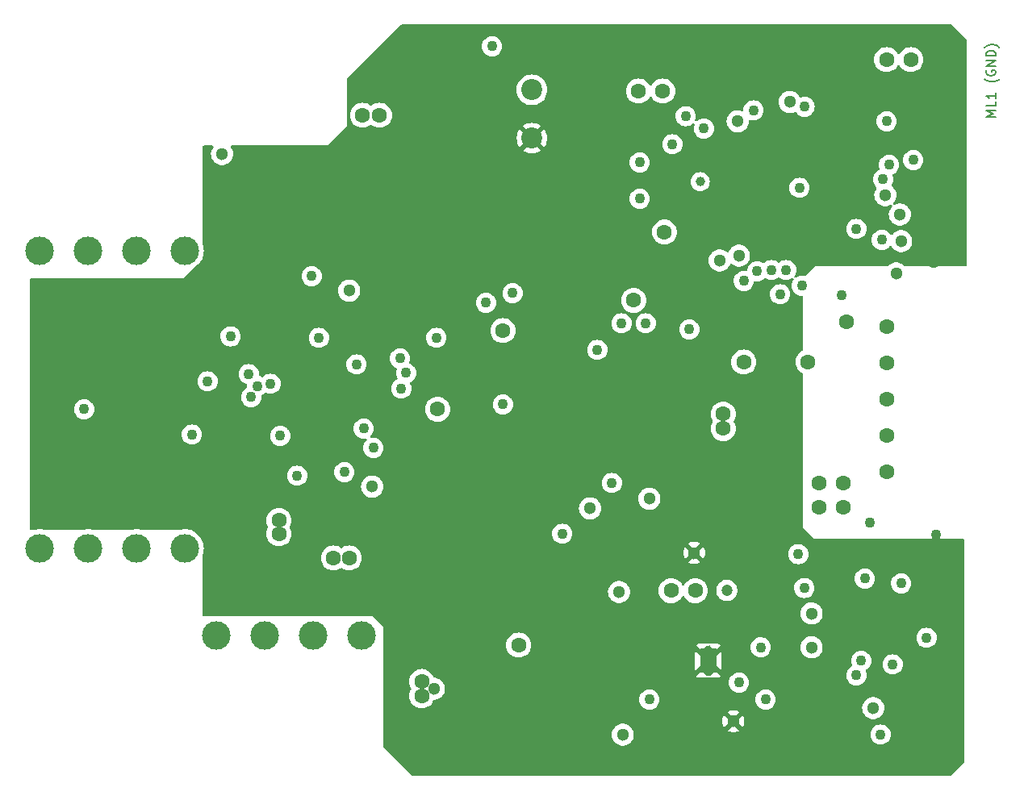
<source format=gbr>
%TF.GenerationSoftware,KiCad,Pcbnew,7.0.8*%
%TF.CreationDate,2024-06-23T22:41:18+02:00*%
%TF.ProjectId,Stima V4 Power,5374696d-6120-4563-9420-506f7765722e,rev?*%
%TF.SameCoordinates,Original*%
%TF.FileFunction,Copper,L2,Inr*%
%TF.FilePolarity,Positive*%
%FSLAX46Y46*%
G04 Gerber Fmt 4.6, Leading zero omitted, Abs format (unit mm)*
G04 Created by KiCad (PCBNEW 7.0.8) date 2024-06-23 22:41:18*
%MOMM*%
%LPD*%
G01*
G04 APERTURE LIST*
%ADD10C,0.150000*%
%TA.AperFunction,NonConductor*%
%ADD11C,0.150000*%
%TD*%
%TA.AperFunction,ComponentPad*%
%ADD12C,3.000000*%
%TD*%
%TA.AperFunction,ComponentPad*%
%ADD13C,1.600000*%
%TD*%
%TA.AperFunction,ComponentPad*%
%ADD14C,1.300000*%
%TD*%
%TA.AperFunction,ComponentPad*%
%ADD15C,1.200000*%
%TD*%
%TA.AperFunction,ComponentPad*%
%ADD16C,2.200000*%
%TD*%
%TA.AperFunction,ComponentPad*%
%ADD17C,0.600000*%
%TD*%
%TA.AperFunction,ComponentPad*%
%ADD18R,1.800000X2.600000*%
%TD*%
%TA.AperFunction,ViaPad*%
%ADD19C,1.100000*%
%TD*%
%TA.AperFunction,ViaPad*%
%ADD20C,1.000000*%
%TD*%
%TA.AperFunction,ViaPad*%
%ADD21C,1.600000*%
%TD*%
G04 APERTURE END LIST*
D10*
D11*
X200833974Y-75306820D02*
X199833974Y-75306820D01*
X199833974Y-75306820D02*
X200548259Y-74973487D01*
X200548259Y-74973487D02*
X199833974Y-74640154D01*
X199833974Y-74640154D02*
X200833974Y-74640154D01*
X200833974Y-73687773D02*
X200833974Y-74163963D01*
X200833974Y-74163963D02*
X199833974Y-74163963D01*
X200833974Y-72830630D02*
X200833974Y-73402058D01*
X200833974Y-73116344D02*
X199833974Y-73116344D01*
X199833974Y-73116344D02*
X199976831Y-73211582D01*
X199976831Y-73211582D02*
X200072069Y-73306820D01*
X200072069Y-73306820D02*
X200119688Y-73402058D01*
X201214926Y-71354439D02*
X201167307Y-71402058D01*
X201167307Y-71402058D02*
X201024450Y-71497296D01*
X201024450Y-71497296D02*
X200929212Y-71544915D01*
X200929212Y-71544915D02*
X200786355Y-71592534D01*
X200786355Y-71592534D02*
X200548259Y-71640153D01*
X200548259Y-71640153D02*
X200357783Y-71640153D01*
X200357783Y-71640153D02*
X200119688Y-71592534D01*
X200119688Y-71592534D02*
X199976831Y-71544915D01*
X199976831Y-71544915D02*
X199881593Y-71497296D01*
X199881593Y-71497296D02*
X199738735Y-71402058D01*
X199738735Y-71402058D02*
X199691116Y-71354439D01*
X199881593Y-70449677D02*
X199833974Y-70544915D01*
X199833974Y-70544915D02*
X199833974Y-70687772D01*
X199833974Y-70687772D02*
X199881593Y-70830629D01*
X199881593Y-70830629D02*
X199976831Y-70925867D01*
X199976831Y-70925867D02*
X200072069Y-70973486D01*
X200072069Y-70973486D02*
X200262545Y-71021105D01*
X200262545Y-71021105D02*
X200405402Y-71021105D01*
X200405402Y-71021105D02*
X200595878Y-70973486D01*
X200595878Y-70973486D02*
X200691116Y-70925867D01*
X200691116Y-70925867D02*
X200786355Y-70830629D01*
X200786355Y-70830629D02*
X200833974Y-70687772D01*
X200833974Y-70687772D02*
X200833974Y-70592534D01*
X200833974Y-70592534D02*
X200786355Y-70449677D01*
X200786355Y-70449677D02*
X200738735Y-70402058D01*
X200738735Y-70402058D02*
X200405402Y-70402058D01*
X200405402Y-70402058D02*
X200405402Y-70592534D01*
X200833974Y-69973486D02*
X199833974Y-69973486D01*
X199833974Y-69973486D02*
X200833974Y-69402058D01*
X200833974Y-69402058D02*
X199833974Y-69402058D01*
X200833974Y-68925867D02*
X199833974Y-68925867D01*
X199833974Y-68925867D02*
X199833974Y-68687772D01*
X199833974Y-68687772D02*
X199881593Y-68544915D01*
X199881593Y-68544915D02*
X199976831Y-68449677D01*
X199976831Y-68449677D02*
X200072069Y-68402058D01*
X200072069Y-68402058D02*
X200262545Y-68354439D01*
X200262545Y-68354439D02*
X200405402Y-68354439D01*
X200405402Y-68354439D02*
X200595878Y-68402058D01*
X200595878Y-68402058D02*
X200691116Y-68449677D01*
X200691116Y-68449677D02*
X200786355Y-68544915D01*
X200786355Y-68544915D02*
X200833974Y-68687772D01*
X200833974Y-68687772D02*
X200833974Y-68925867D01*
X201214926Y-68021105D02*
X201167307Y-67973486D01*
X201167307Y-67973486D02*
X201024450Y-67878248D01*
X201024450Y-67878248D02*
X200929212Y-67830629D01*
X200929212Y-67830629D02*
X200786355Y-67783010D01*
X200786355Y-67783010D02*
X200548259Y-67735391D01*
X200548259Y-67735391D02*
X200357783Y-67735391D01*
X200357783Y-67735391D02*
X200119688Y-67783010D01*
X200119688Y-67783010D02*
X199976831Y-67830629D01*
X199976831Y-67830629D02*
X199881593Y-67878248D01*
X199881593Y-67878248D02*
X199738735Y-67973486D01*
X199738735Y-67973486D02*
X199691116Y-68021105D01*
D12*
%TO.N,Net-(J3-Pad1)*%
%TO.C,J3*%
X115722415Y-89382600D03*
X110642415Y-89382600D03*
%TO.N,Net-(F1-Pad1)*%
X105562415Y-89382600D03*
X100482415Y-89382600D03*
%TD*%
D13*
%TO.N,Net-(U1-VBAT)*%
%TO.C,BATT1*%
X165887415Y-72618600D03*
%TO.N,Net-(BATT1-Pad2)*%
X163347415Y-72618600D03*
%TD*%
D14*
%TO.N,I2C1_SDA*%
%TO.C,TP8*%
X190779415Y-85572600D03*
%TD*%
D15*
%TO.N,Net-(DL1-K)*%
%TO.C,J7*%
X172618415Y-125042980D03*
%TD*%
D12*
%TO.N,+AL*%
%TO.C,J5*%
X100482415Y-120624600D03*
X105562415Y-120624600D03*
%TO.N,EGND*%
X110642415Y-120624600D03*
X115722415Y-120624600D03*
%TD*%
D14*
%TO.N,Net-(U1-PB4)*%
%TO.C,TP3*%
X189255415Y-83540600D03*
%TD*%
D16*
%TO.N,Net-(C16-Pad1)*%
%TO.C,C16*%
X152171415Y-72491600D03*
%TO.N,GND*%
X152171495Y-77571680D03*
%TD*%
D14*
%TO.N,Net-(U1-PC2)*%
%TO.C,TP4*%
X179222415Y-73761600D03*
%TD*%
%TO.N,EGND*%
%TO.C,TP18*%
X141884415Y-135356600D03*
%TD*%
%TO.N,I2C1_SCL*%
%TO.C,TP7*%
X190906415Y-88366600D03*
%TD*%
D13*
%TO.N,+5V*%
%TO.C,JP7*%
X166776415Y-125069600D03*
%TO.N,Net-(JP7-Pad2)*%
X169316415Y-125069600D03*
%TD*%
D14*
%TO.N,Net-(Q2-S)*%
%TO.C,TP13*%
X158267415Y-116433600D03*
%TD*%
D13*
%TO.N,Net-(U1-PH3{slash}BOOT0)*%
%TO.C,BOOT1*%
X191922415Y-69316600D03*
%TO.N,+3V3*%
X189382415Y-69316600D03*
%TD*%
D14*
%TO.N,CAN1_TX*%
%TO.C,TP9*%
X181508415Y-127455980D03*
%TD*%
D17*
%TO.N,GND*%
%TO.C,U6*%
X170181415Y-131526600D03*
X170181415Y-133304600D03*
D18*
X170689415Y-132415600D03*
D17*
X171197415Y-131526600D03*
X171197415Y-133304600D03*
%TD*%
D13*
%TO.N,Net-(JP4-Pad1)*%
%TO.C,JP4*%
X184810415Y-113739980D03*
%TO.N,/Stima V4 Power_Can/CANL*%
X184810415Y-116279980D03*
%TD*%
D14*
%TO.N,+5V*%
%TO.C,+5V1*%
X161696415Y-140182600D03*
%TD*%
%TO.N,Net-(U1-PA8)*%
%TO.C,MCO1*%
X173888415Y-89890600D03*
%TD*%
%TO.N,Net-(U1-PA0)*%
%TO.C,TP1*%
X173761415Y-75793600D03*
%TD*%
%TO.N,GND*%
%TO.C,GND2*%
X173305815Y-138784000D03*
%TD*%
D13*
%TO.N,/Stima V4 Power_Can/CANH*%
%TO.C,JP3*%
X182270415Y-113739980D03*
%TO.N,Net-(JP3-Pad2)*%
X182270415Y-116279980D03*
%TD*%
D12*
%TO.N,Net-(J4-Pad1)*%
%TO.C,J4*%
X119024415Y-129768600D03*
%TO.N,Net-(J4-Pad2)*%
X124104415Y-129768600D03*
%TO.N,EGND*%
X129184415Y-129768600D03*
X134264415Y-129768600D03*
%TD*%
D14*
%TO.N,Net-(DZ3-K)*%
%TO.C,TP6*%
X132994415Y-93573600D03*
%TD*%
%TO.N,GND*%
%TO.C,GND1*%
X169189415Y-121105980D03*
%TD*%
%TO.N,Net-(U5-BATSENS)*%
%TO.C,TP14*%
X135407415Y-114147600D03*
%TD*%
%TO.N,Net-(U1-PC10)*%
%TO.C,TP5*%
X190398415Y-91768980D03*
%TD*%
%TO.N,+AL*%
%TO.C,TP17*%
X164490415Y-115417600D03*
%TD*%
%TO.N,CAN1_RX*%
%TO.C,TP10*%
X181508415Y-131011980D03*
%TD*%
%TO.N,+3V3*%
%TO.C,+3V3*%
X187985415Y-137388600D03*
%TD*%
D13*
%TO.N,/Stima V4 Power_Can/CANL*%
%TO.C,J2*%
X189382415Y-112623600D03*
%TO.N,EGND*%
X189382415Y-108813600D03*
%TO.N,+AL*%
X189382415Y-105003600D03*
%TO.N,EGND*%
X189382415Y-101193590D03*
%TO.N,/Stima V4 Power_Can/CANH*%
X189382415Y-97383600D03*
%TD*%
D14*
%TO.N,Net-(U1-PB2)*%
%TO.C,TP2*%
X171856415Y-90398600D03*
%TD*%
%TO.N,+12V*%
%TO.C,+12V1*%
X161315415Y-125196600D03*
%TD*%
%TO.N,Net-(J3-Pad1)*%
%TO.C,TP11*%
X119659415Y-79222600D03*
%TD*%
D19*
%TO.N,I2C1_SDA*%
X189636415Y-80365600D03*
X123342415Y-103579980D03*
%TO.N,I2C1_SCL*%
X124739415Y-103352600D03*
X189001415Y-81889600D03*
%TO.N,GND*%
X117754415Y-107035600D03*
X194589415Y-119200980D03*
X136550415Y-108813600D03*
X194335415Y-90652600D03*
X173253415Y-69570600D03*
X185318415Y-74142600D03*
X191033415Y-74015600D03*
D20*
X130073415Y-105257600D03*
D21*
X119024415Y-96594980D03*
X117627415Y-96594980D03*
D19*
X167538415Y-85826600D03*
D20*
X130962415Y-107162600D03*
D19*
X183159415Y-132408980D03*
D20*
X130962415Y-103352600D03*
D21*
X151663415Y-117449600D03*
D19*
X136677415Y-102209600D03*
X102514415Y-110718600D03*
X170713415Y-135202980D03*
X183286415Y-68173600D03*
D21*
X146456415Y-107543600D03*
D19*
X180111415Y-70840600D03*
X191795415Y-132054600D03*
D21*
X158648415Y-127736600D03*
D19*
X160299415Y-84810600D03*
D21*
X150266415Y-117449600D03*
D20*
X129184415Y-103352600D03*
D19*
X195605415Y-78587600D03*
X168427415Y-76936600D03*
X122707415Y-109956600D03*
D21*
X153060415Y-86334600D03*
D19*
X184683415Y-94081600D03*
D21*
X153060415Y-84810600D03*
D19*
X162839415Y-76174600D03*
X143916415Y-111988600D03*
X170713415Y-130022600D03*
D21*
X148869415Y-117449600D03*
D20*
X129184415Y-107162600D03*
D21*
X154203415Y-85572600D03*
D19*
%TO.N,+12V*%
X190906415Y-124307600D03*
X193573415Y-130022600D03*
%TO.N,+5V*%
X164490415Y-136499600D03*
X176682415Y-136499600D03*
X188747415Y-140182600D03*
X186207415Y-133959600D03*
%TO.N,+3V3*%
X189382415Y-75793600D03*
X166903415Y-78206600D03*
D21*
X166077915Y-87414100D03*
X174396415Y-101066600D03*
X185191415Y-96848980D03*
D19*
X122453415Y-102336600D03*
X147980415Y-67919600D03*
X168300415Y-75258980D03*
D21*
X181127415Y-101039980D03*
D19*
%TO.N,Net-(U1-PH3{slash}BOOT0)*%
X192176415Y-79857600D03*
%TO.N,/Stima V4 Power_Cpu/-RESET*%
X180765405Y-74261970D03*
X174396415Y-92557600D03*
D21*
%TO.N,EGND*%
X140614415Y-136118600D03*
X140595285Y-134600210D03*
D19*
%TO.N,/Stima V4 Power_Can/CANH*%
X180111415Y-121232980D03*
%TO.N,Net-(U4-CANL)*%
X187604415Y-117930980D03*
X187096415Y-123799590D03*
%TO.N,Net-(DZ3-K)*%
X129057415Y-92049600D03*
X129819415Y-98526600D03*
%TO.N,Net-(C27-Pad2)*%
X120548415Y-98372980D03*
X118135415Y-103098600D03*
%TO.N,Net-(Q2-S)*%
X142138415Y-98526600D03*
X161569415Y-97002600D03*
D21*
X125628415Y-117703600D03*
X162839415Y-94589600D03*
D19*
X155346415Y-119100600D03*
X150139415Y-93827600D03*
X147345415Y-94843600D03*
D21*
X125628415Y-119100600D03*
D19*
X164109415Y-97002600D03*
X160553415Y-113766600D03*
X133756415Y-101320600D03*
%TO.N,/Stima V4 Power_Solar-Battery/INTVCC*%
X138963415Y-102209600D03*
X105181415Y-106019600D03*
%TO.N,Net-(U5-SW)*%
X159029415Y-99796600D03*
D21*
X149123415Y-97764600D03*
X142265415Y-106019600D03*
D19*
%TO.N,Net-(U5-CSP)*%
X135534415Y-110083600D03*
X132486415Y-112623600D03*
%TO.N,Net-(U6-BIAS)*%
X176174415Y-131011980D03*
X173888415Y-134721600D03*
D21*
%TO.N,+AL*%
X131343415Y-121640600D03*
X150774415Y-130784600D03*
X172237415Y-108051600D03*
X132994415Y-121640600D03*
X172237415Y-106527600D03*
%TO.N,Net-(F1-Pad1)*%
X136169415Y-75158600D03*
X134391415Y-75158600D03*
D19*
%TO.N,/Stima V4 Power_Cpu/SWO*%
X180238415Y-82778600D03*
X178206415Y-93954600D03*
%TO.N,/Stima V4 Power_Cpu/SWCLK*%
X180492415Y-93065600D03*
X186207415Y-87096600D03*
%TO.N,Net-(Q2-G)*%
X168681415Y-97637600D03*
X138328415Y-100685600D03*
%TO.N,Net-(U5-BG)*%
X138455415Y-103860600D03*
X149123415Y-105511600D03*
%TO.N,/Stima V4 Power_Cpu/F_-CS*%
X163474415Y-83921600D03*
X163474415Y-80111600D03*
%TO.N,-SMBALERT*%
X175412415Y-74650600D03*
X122707415Y-104749600D03*
%TO.N,Net-(U5-NTC)*%
X127533415Y-113004600D03*
X125755415Y-108813600D03*
%TO.N,Net-(U5-MPPT)*%
X116484415Y-108686600D03*
X134518415Y-108051600D03*
D20*
%TO.N,/Stima V4 Power_Cpu/F_SCK*%
X169824415Y-82143600D03*
D19*
X170205415Y-76555600D03*
%TO.N,CAN1_RX*%
X186715415Y-132435600D03*
X175793415Y-91541600D03*
%TO.N,CAN1_TX*%
X177317415Y-91414600D03*
%TO.N,STB_CAN*%
X180746415Y-124788980D03*
X178841415Y-91414600D03*
%TO.N,EN_CAN*%
X188874415Y-88239600D03*
X190017415Y-132816600D03*
%TD*%
%TA.AperFunction,Conductor*%
%TO.N,GND*%
G36*
X196256092Y-65653285D02*
G01*
X196276734Y-65669919D01*
X197728096Y-67121281D01*
X197761581Y-67182604D01*
X197764415Y-67208962D01*
X197764415Y-90909600D01*
X197744730Y-90976639D01*
X197691926Y-91022394D01*
X197640415Y-91033600D01*
X191356549Y-91033600D01*
X191289510Y-91013915D01*
X191262573Y-90988941D01*
X191262081Y-90989391D01*
X191258227Y-90985163D01*
X191258225Y-90985160D01*
X191258221Y-90985157D01*
X191258219Y-90985154D01*
X191099558Y-90840516D01*
X191099556Y-90840514D01*
X190945785Y-90745304D01*
X190917015Y-90727491D01*
X190716812Y-90649931D01*
X190505766Y-90610480D01*
X190291064Y-90610480D01*
X190080018Y-90649931D01*
X190080015Y-90649931D01*
X190080015Y-90649932D01*
X189879814Y-90727491D01*
X189879811Y-90727493D01*
X189697273Y-90840514D01*
X189697271Y-90840516D01*
X189538610Y-90985154D01*
X189534749Y-90989391D01*
X189533699Y-90988433D01*
X189483128Y-91025962D01*
X189440281Y-91033600D01*
X181889414Y-91033600D01*
X180906446Y-92016567D01*
X180845123Y-92050052D01*
X180782772Y-92047547D01*
X180699918Y-92022415D01*
X180699916Y-92022414D01*
X180492415Y-92001978D01*
X180284914Y-92022414D01*
X180085381Y-92082942D01*
X179901492Y-92181234D01*
X179894825Y-92186706D01*
X179830514Y-92214016D01*
X179761647Y-92202221D01*
X179710089Y-92155067D01*
X179692210Y-92087524D01*
X179713685Y-92021036D01*
X179720309Y-92012187D01*
X179725784Y-92005517D01*
X179824074Y-91821631D01*
X179884600Y-91622102D01*
X179905037Y-91414600D01*
X179884600Y-91207098D01*
X179824074Y-91007569D01*
X179725784Y-90823683D01*
X179721994Y-90819065D01*
X179593509Y-90662505D01*
X179432335Y-90530233D01*
X179432333Y-90530232D01*
X179432332Y-90530231D01*
X179248446Y-90431941D01*
X179138531Y-90398599D01*
X179048915Y-90371414D01*
X178841415Y-90350978D01*
X178633914Y-90371414D01*
X178434381Y-90431942D01*
X178250494Y-90530233D01*
X178158080Y-90606076D01*
X178093770Y-90633389D01*
X178024902Y-90621598D01*
X178000750Y-90606076D01*
X177908335Y-90530233D01*
X177908333Y-90530232D01*
X177908332Y-90530231D01*
X177724446Y-90431941D01*
X177614531Y-90398599D01*
X177524915Y-90371414D01*
X177317415Y-90350978D01*
X177109914Y-90371414D01*
X176910381Y-90431942D01*
X176726494Y-90530233D01*
X176560612Y-90666370D01*
X176559676Y-90665230D01*
X176504783Y-90695205D01*
X176435091Y-90690221D01*
X176399760Y-90669892D01*
X176384335Y-90657233D01*
X176384333Y-90657232D01*
X176384332Y-90657231D01*
X176200446Y-90558941D01*
X176100681Y-90528678D01*
X176000915Y-90498414D01*
X175793415Y-90477978D01*
X175585914Y-90498414D01*
X175386381Y-90558942D01*
X175202494Y-90657233D01*
X175041320Y-90789505D01*
X174909048Y-90950679D01*
X174810757Y-91134566D01*
X174750229Y-91334098D01*
X174743389Y-91403552D01*
X174717228Y-91468339D01*
X174660193Y-91508697D01*
X174607832Y-91514800D01*
X174396415Y-91493978D01*
X174188914Y-91514414D01*
X173989381Y-91574942D01*
X173805494Y-91673233D01*
X173644320Y-91805505D01*
X173512048Y-91966679D01*
X173413757Y-92150566D01*
X173353229Y-92350099D01*
X173332793Y-92557600D01*
X173353229Y-92765100D01*
X173364330Y-92801694D01*
X173413756Y-92964631D01*
X173504386Y-93134187D01*
X173512048Y-93148520D01*
X173644320Y-93309694D01*
X173779418Y-93420566D01*
X173805498Y-93441969D01*
X173989384Y-93540259D01*
X174188913Y-93600785D01*
X174396415Y-93621222D01*
X174603917Y-93600785D01*
X174803446Y-93540259D01*
X174987332Y-93441969D01*
X175148509Y-93309694D01*
X175280784Y-93148517D01*
X175379074Y-92964631D01*
X175439600Y-92765102D01*
X175446440Y-92695647D01*
X175472600Y-92630862D01*
X175529634Y-92590502D01*
X175581997Y-92584399D01*
X175585911Y-92584784D01*
X175585913Y-92584785D01*
X175793415Y-92605222D01*
X176000917Y-92584785D01*
X176200446Y-92524259D01*
X176384332Y-92425969D01*
X176507214Y-92325122D01*
X176550218Y-92289830D01*
X176551154Y-92290971D01*
X176606030Y-92260998D01*
X176675722Y-92265972D01*
X176711068Y-92286306D01*
X176726498Y-92298969D01*
X176910384Y-92397259D01*
X177109913Y-92457785D01*
X177317415Y-92478222D01*
X177524917Y-92457785D01*
X177724446Y-92397259D01*
X177908332Y-92298969D01*
X178000750Y-92223122D01*
X178065059Y-92195810D01*
X178133927Y-92207601D01*
X178158078Y-92223122D01*
X178250498Y-92298969D01*
X178434384Y-92397259D01*
X178633913Y-92457785D01*
X178841415Y-92478222D01*
X179048917Y-92457785D01*
X179248446Y-92397259D01*
X179432332Y-92298969D01*
X179438995Y-92293500D01*
X179503303Y-92266184D01*
X179572171Y-92277972D01*
X179623734Y-92325122D01*
X179641620Y-92392663D01*
X179620151Y-92459153D01*
X179613521Y-92468010D01*
X179608049Y-92474677D01*
X179509757Y-92658566D01*
X179449229Y-92858099D01*
X179428793Y-93065600D01*
X179449229Y-93273100D01*
X179474169Y-93355316D01*
X179509756Y-93472631D01*
X179589180Y-93621222D01*
X179608048Y-93656520D01*
X179740320Y-93817694D01*
X179880641Y-93932852D01*
X179901498Y-93949969D01*
X180085384Y-94048259D01*
X180284913Y-94108785D01*
X180492415Y-94129222D01*
X180495415Y-94129222D01*
X180496928Y-94129666D01*
X180498477Y-94129819D01*
X180498448Y-94130112D01*
X180562454Y-94148907D01*
X180608209Y-94201711D01*
X180619415Y-94253222D01*
X180619415Y-99754097D01*
X180599730Y-99821136D01*
X180547820Y-99866479D01*
X180470668Y-99902455D01*
X180389477Y-99959306D01*
X180283115Y-100033782D01*
X180283113Y-100033783D01*
X180283110Y-100033786D01*
X180121221Y-100195675D01*
X180121218Y-100195678D01*
X180121217Y-100195680D01*
X180063177Y-100278569D01*
X179989891Y-100383232D01*
X179989890Y-100383234D01*
X179893133Y-100590730D01*
X179893129Y-100590741D01*
X179833872Y-100811890D01*
X179833871Y-100811898D01*
X179813917Y-101039978D01*
X179813917Y-101039981D01*
X179833871Y-101268061D01*
X179833872Y-101268069D01*
X179893129Y-101489218D01*
X179893133Y-101489229D01*
X179976616Y-101668259D01*
X179989892Y-101696729D01*
X180121217Y-101884280D01*
X180283115Y-102046178D01*
X180470666Y-102177503D01*
X180547821Y-102213480D01*
X180600258Y-102259650D01*
X180619415Y-102325861D01*
X180619415Y-118465600D01*
X181762415Y-119608600D01*
X197386415Y-119608600D01*
X197453454Y-119628285D01*
X197499209Y-119681089D01*
X197510415Y-119732600D01*
X197510415Y-143052238D01*
X197490730Y-143119277D01*
X197474096Y-143139919D01*
X196149734Y-144464281D01*
X196088411Y-144497766D01*
X196062053Y-144500600D01*
X139649777Y-144500600D01*
X139582738Y-144480915D01*
X139562096Y-144464281D01*
X136586734Y-141488919D01*
X136553249Y-141427596D01*
X136550415Y-141401238D01*
X136550415Y-140182600D01*
X160532952Y-140182600D01*
X160552761Y-140396385D01*
X160552762Y-140396387D01*
X160611516Y-140602886D01*
X160611522Y-140602901D01*
X160707220Y-140795087D01*
X160836602Y-140966417D01*
X160836604Y-140966420D01*
X160995271Y-141111063D01*
X160995273Y-141111065D01*
X161072158Y-141158669D01*
X161177815Y-141224089D01*
X161378018Y-141301649D01*
X161589064Y-141341100D01*
X161589066Y-141341100D01*
X161803764Y-141341100D01*
X161803766Y-141341100D01*
X162014812Y-141301649D01*
X162215015Y-141224089D01*
X162397558Y-141111064D01*
X162556225Y-140966420D01*
X162685611Y-140795084D01*
X162781312Y-140602891D01*
X162840068Y-140396386D01*
X162859878Y-140182600D01*
X187683793Y-140182600D01*
X187704229Y-140390100D01*
X187716119Y-140429295D01*
X187764756Y-140589631D01*
X187853215Y-140755125D01*
X187863048Y-140773520D01*
X187995320Y-140934694D01*
X188035096Y-140967337D01*
X188156498Y-141066969D01*
X188340384Y-141165259D01*
X188539913Y-141225785D01*
X188747415Y-141246222D01*
X188954917Y-141225785D01*
X189154446Y-141165259D01*
X189338332Y-141066969D01*
X189499509Y-140934694D01*
X189631784Y-140773517D01*
X189730074Y-140589631D01*
X189790600Y-140390102D01*
X189811037Y-140182600D01*
X189790600Y-139975098D01*
X189730074Y-139775569D01*
X189631784Y-139591683D01*
X189631781Y-139591679D01*
X189499509Y-139430505D01*
X189338335Y-139298233D01*
X189338333Y-139298232D01*
X189338332Y-139298231D01*
X189154446Y-139199941D01*
X189054681Y-139169678D01*
X188954915Y-139139414D01*
X188747415Y-139118978D01*
X188539914Y-139139414D01*
X188340381Y-139199942D01*
X188156494Y-139298233D01*
X187995320Y-139430505D01*
X187863048Y-139591679D01*
X187764757Y-139775566D01*
X187704229Y-139975099D01*
X187683793Y-140182600D01*
X162859878Y-140182600D01*
X162840068Y-139968814D01*
X162781312Y-139762309D01*
X162777453Y-139754560D01*
X162685609Y-139570112D01*
X162556227Y-139398782D01*
X162556225Y-139398779D01*
X162397558Y-139254136D01*
X162397556Y-139254134D01*
X162215018Y-139141113D01*
X162215015Y-139141111D01*
X162154324Y-139117599D01*
X162014812Y-139063551D01*
X161803766Y-139024100D01*
X161589064Y-139024100D01*
X161378018Y-139063551D01*
X161378015Y-139063551D01*
X161378015Y-139063552D01*
X161177814Y-139141111D01*
X161177811Y-139141113D01*
X160995273Y-139254134D01*
X160995271Y-139254136D01*
X160836604Y-139398779D01*
X160836602Y-139398782D01*
X160707220Y-139570112D01*
X160611522Y-139762298D01*
X160611516Y-139762313D01*
X160552762Y-139968812D01*
X160552761Y-139968814D01*
X160532952Y-140182599D01*
X160532952Y-140182600D01*
X136550415Y-140182600D01*
X136550415Y-138784000D01*
X172150888Y-138784000D01*
X172170552Y-138996216D01*
X172170553Y-138996219D01*
X172228873Y-139201196D01*
X172228881Y-139201216D01*
X172323875Y-139391990D01*
X172332649Y-139403609D01*
X172332650Y-139403609D01*
X172861364Y-138874895D01*
X172862142Y-138885265D01*
X172911702Y-139011541D01*
X172996280Y-139117599D01*
X173108362Y-139194016D01*
X173216114Y-139227253D01*
X172688806Y-139754560D01*
X172688807Y-139754561D01*
X172791016Y-139817845D01*
X172791025Y-139817850D01*
X172989751Y-139894836D01*
X172989756Y-139894837D01*
X173199254Y-139934000D01*
X173412376Y-139934000D01*
X173621873Y-139894837D01*
X173621878Y-139894836D01*
X173820604Y-139817850D01*
X173820608Y-139817848D01*
X173922822Y-139754560D01*
X173394047Y-139225784D01*
X173439953Y-139218865D01*
X173562172Y-139160007D01*
X173661613Y-139067740D01*
X173729440Y-138950260D01*
X173747314Y-138871946D01*
X174278978Y-139403610D01*
X174287750Y-139391996D01*
X174287753Y-139391991D01*
X174382750Y-139201211D01*
X174382756Y-139201196D01*
X174441076Y-138996219D01*
X174441077Y-138996216D01*
X174460742Y-138784000D01*
X174460742Y-138783999D01*
X174441077Y-138571783D01*
X174441076Y-138571780D01*
X174382756Y-138366803D01*
X174382748Y-138366783D01*
X174287755Y-138176010D01*
X174278978Y-138164388D01*
X173750264Y-138693101D01*
X173749488Y-138682735D01*
X173699928Y-138556459D01*
X173615350Y-138450401D01*
X173503268Y-138373984D01*
X173395514Y-138340746D01*
X173922822Y-137813438D01*
X173820604Y-137750149D01*
X173621878Y-137673163D01*
X173621873Y-137673162D01*
X173412376Y-137634000D01*
X173199254Y-137634000D01*
X172989756Y-137673162D01*
X172989755Y-137673162D01*
X172791023Y-137750151D01*
X172791020Y-137750152D01*
X172688806Y-137813438D01*
X173217584Y-138342215D01*
X173171677Y-138349135D01*
X173049458Y-138407993D01*
X172950017Y-138500260D01*
X172882190Y-138617740D01*
X172864315Y-138696054D01*
X172332650Y-138164389D01*
X172323871Y-138176015D01*
X172228881Y-138366783D01*
X172228873Y-138366803D01*
X172170553Y-138571780D01*
X172170552Y-138571783D01*
X172150888Y-138783999D01*
X172150888Y-138784000D01*
X136550415Y-138784000D01*
X136550415Y-134600211D01*
X139281787Y-134600211D01*
X139301741Y-134828291D01*
X139301742Y-134828299D01*
X139360999Y-135049448D01*
X139361003Y-135049459D01*
X139457759Y-135256953D01*
X139457761Y-135256957D01*
X139489260Y-135301943D01*
X139511587Y-135368149D01*
X139494575Y-135435916D01*
X139489261Y-135444185D01*
X139476894Y-135461848D01*
X139476889Y-135461856D01*
X139380133Y-135669350D01*
X139380129Y-135669361D01*
X139320872Y-135890510D01*
X139320871Y-135890518D01*
X139300917Y-136118598D01*
X139300917Y-136118601D01*
X139320871Y-136346681D01*
X139320872Y-136346689D01*
X139380129Y-136567838D01*
X139380133Y-136567849D01*
X139445067Y-136707100D01*
X139476892Y-136775349D01*
X139608217Y-136962900D01*
X139770115Y-137124798D01*
X139957666Y-137256123D01*
X140082506Y-137314336D01*
X140165165Y-137352881D01*
X140165167Y-137352881D01*
X140165172Y-137352884D01*
X140386328Y-137412143D01*
X140549247Y-137426396D01*
X140614413Y-137432098D01*
X140614415Y-137432098D01*
X140614417Y-137432098D01*
X140671436Y-137427109D01*
X140842502Y-137412143D01*
X141063658Y-137352884D01*
X141271164Y-137256123D01*
X141458715Y-137124798D01*
X141620613Y-136962900D01*
X141751938Y-136775349D01*
X141839908Y-136586696D01*
X141886080Y-136534256D01*
X141952290Y-136515100D01*
X141991764Y-136515100D01*
X141991766Y-136515100D01*
X142074684Y-136499600D01*
X163426793Y-136499600D01*
X163447229Y-136707100D01*
X163507757Y-136906633D01*
X163606048Y-137090520D01*
X163738320Y-137251694D01*
X163861622Y-137352885D01*
X163899498Y-137383969D01*
X164083384Y-137482259D01*
X164282913Y-137542785D01*
X164490415Y-137563222D01*
X164697917Y-137542785D01*
X164897446Y-137482259D01*
X165081332Y-137383969D01*
X165242509Y-137251694D01*
X165374784Y-137090517D01*
X165473074Y-136906631D01*
X165533600Y-136707102D01*
X165554037Y-136499600D01*
X175618793Y-136499600D01*
X175639229Y-136707100D01*
X175699757Y-136906633D01*
X175798048Y-137090520D01*
X175930320Y-137251694D01*
X176053622Y-137352885D01*
X176091498Y-137383969D01*
X176275384Y-137482259D01*
X176474913Y-137542785D01*
X176682415Y-137563222D01*
X176889917Y-137542785D01*
X177089446Y-137482259D01*
X177264668Y-137388600D01*
X186821952Y-137388600D01*
X186841761Y-137602385D01*
X186841762Y-137602387D01*
X186900516Y-137808886D01*
X186900522Y-137808901D01*
X186996220Y-138001087D01*
X187125602Y-138172417D01*
X187125604Y-138172420D01*
X187284271Y-138317063D01*
X187284273Y-138317065D01*
X187336069Y-138349135D01*
X187466815Y-138430089D01*
X187667018Y-138507649D01*
X187878064Y-138547100D01*
X187878066Y-138547100D01*
X188092764Y-138547100D01*
X188092766Y-138547100D01*
X188303812Y-138507649D01*
X188504015Y-138430089D01*
X188686558Y-138317064D01*
X188845225Y-138172420D01*
X188974611Y-138001084D01*
X189070312Y-137808891D01*
X189129068Y-137602386D01*
X189148878Y-137388600D01*
X189145568Y-137352884D01*
X189129068Y-137174814D01*
X189129067Y-137174812D01*
X189114835Y-137124793D01*
X189070312Y-136968309D01*
X188974611Y-136776116D01*
X188974610Y-136776115D01*
X188974609Y-136776112D01*
X188845227Y-136604782D01*
X188845225Y-136604779D01*
X188686558Y-136460136D01*
X188686556Y-136460134D01*
X188504018Y-136347113D01*
X188504015Y-136347111D01*
X188362014Y-136292099D01*
X188303812Y-136269551D01*
X188092766Y-136230100D01*
X187878064Y-136230100D01*
X187667018Y-136269551D01*
X187667015Y-136269551D01*
X187667015Y-136269552D01*
X187466814Y-136347111D01*
X187466811Y-136347113D01*
X187284273Y-136460134D01*
X187284271Y-136460136D01*
X187125604Y-136604779D01*
X187125602Y-136604782D01*
X186996220Y-136776112D01*
X186900522Y-136968298D01*
X186900516Y-136968313D01*
X186841762Y-137174812D01*
X186841761Y-137174814D01*
X186821952Y-137388599D01*
X186821952Y-137388600D01*
X177264668Y-137388600D01*
X177273332Y-137383969D01*
X177434509Y-137251694D01*
X177566784Y-137090517D01*
X177665074Y-136906631D01*
X177725600Y-136707102D01*
X177746037Y-136499600D01*
X177725600Y-136292098D01*
X177665074Y-136092569D01*
X177566784Y-135908683D01*
X177566781Y-135908679D01*
X177434509Y-135747505D01*
X177273335Y-135615233D01*
X177273333Y-135615232D01*
X177273332Y-135615231D01*
X177089446Y-135516941D01*
X176946879Y-135473694D01*
X176889915Y-135456414D01*
X176682415Y-135435978D01*
X176474914Y-135456414D01*
X176275381Y-135516942D01*
X176091494Y-135615233D01*
X175930320Y-135747505D01*
X175798048Y-135908679D01*
X175699757Y-136092566D01*
X175639229Y-136292099D01*
X175618793Y-136499600D01*
X165554037Y-136499600D01*
X165533600Y-136292098D01*
X165473074Y-136092569D01*
X165374784Y-135908683D01*
X165374781Y-135908679D01*
X165242509Y-135747505D01*
X165081335Y-135615233D01*
X165081333Y-135615232D01*
X165081332Y-135615231D01*
X164897446Y-135516941D01*
X164754879Y-135473694D01*
X164697915Y-135456414D01*
X164490415Y-135435978D01*
X164282914Y-135456414D01*
X164083381Y-135516942D01*
X163899494Y-135615233D01*
X163738320Y-135747505D01*
X163606048Y-135908679D01*
X163507757Y-136092566D01*
X163447229Y-136292099D01*
X163426793Y-136499600D01*
X142074684Y-136499600D01*
X142202812Y-136475649D01*
X142403015Y-136398089D01*
X142585558Y-136285064D01*
X142744225Y-136140420D01*
X142873611Y-135969084D01*
X142969312Y-135776891D01*
X143028068Y-135570386D01*
X143047878Y-135356600D01*
X143028068Y-135142814D01*
X142969312Y-134936309D01*
X142965723Y-134929102D01*
X142873609Y-134744112D01*
X142856609Y-134721600D01*
X172824793Y-134721600D01*
X172845229Y-134929100D01*
X172845230Y-134929102D01*
X172905756Y-135128631D01*
X172974349Y-135256959D01*
X173004048Y-135312520D01*
X173136320Y-135473694D01*
X173254140Y-135570386D01*
X173297498Y-135605969D01*
X173481384Y-135704259D01*
X173680913Y-135764785D01*
X173888415Y-135785222D01*
X174095917Y-135764785D01*
X174295446Y-135704259D01*
X174479332Y-135605969D01*
X174640509Y-135473694D01*
X174772784Y-135312517D01*
X174871074Y-135128631D01*
X174931600Y-134929102D01*
X174952037Y-134721600D01*
X174931600Y-134514098D01*
X174871074Y-134314569D01*
X174772784Y-134130683D01*
X174772781Y-134130679D01*
X174640509Y-133969505D01*
X174628440Y-133959600D01*
X185143793Y-133959600D01*
X185164229Y-134167100D01*
X185194493Y-134266866D01*
X185224756Y-134366631D01*
X185303579Y-134514098D01*
X185323048Y-134550520D01*
X185455320Y-134711694D01*
X185597404Y-134828299D01*
X185616498Y-134843969D01*
X185800384Y-134942259D01*
X185999913Y-135002785D01*
X186207415Y-135023222D01*
X186414917Y-135002785D01*
X186614446Y-134942259D01*
X186798332Y-134843969D01*
X186959509Y-134711694D01*
X187091784Y-134550517D01*
X187190074Y-134366631D01*
X187250600Y-134167102D01*
X187271037Y-133959600D01*
X187250600Y-133752098D01*
X187190074Y-133552569D01*
X187177662Y-133529348D01*
X187163419Y-133460946D01*
X187188418Y-133395701D01*
X187228561Y-133361538D01*
X187306332Y-133319969D01*
X187467509Y-133187694D01*
X187599784Y-133026517D01*
X187698074Y-132842631D01*
X187705970Y-132816600D01*
X188953793Y-132816600D01*
X188974229Y-133024100D01*
X188984482Y-133057898D01*
X189034756Y-133223631D01*
X189126730Y-133395701D01*
X189133048Y-133407520D01*
X189265320Y-133568694D01*
X189399016Y-133678415D01*
X189426498Y-133700969D01*
X189610384Y-133799259D01*
X189809913Y-133859785D01*
X190017415Y-133880222D01*
X190224917Y-133859785D01*
X190424446Y-133799259D01*
X190608332Y-133700969D01*
X190769509Y-133568694D01*
X190901784Y-133407517D01*
X191000074Y-133223631D01*
X191060600Y-133024102D01*
X191081037Y-132816600D01*
X191060600Y-132609098D01*
X191000074Y-132409569D01*
X190901784Y-132225683D01*
X190856480Y-132170480D01*
X190769509Y-132064505D01*
X190608335Y-131932233D01*
X190608333Y-131932232D01*
X190608332Y-131932231D01*
X190424446Y-131833941D01*
X190282222Y-131790798D01*
X190224915Y-131773414D01*
X190017415Y-131752978D01*
X189809914Y-131773414D01*
X189610381Y-131833942D01*
X189426494Y-131932233D01*
X189265320Y-132064505D01*
X189133048Y-132225679D01*
X189034757Y-132409566D01*
X188974229Y-132609099D01*
X188953793Y-132816600D01*
X187705970Y-132816600D01*
X187758600Y-132643102D01*
X187779037Y-132435600D01*
X187758600Y-132228098D01*
X187698074Y-132028569D01*
X187599784Y-131844683D01*
X187590969Y-131833942D01*
X187467509Y-131683505D01*
X187306335Y-131551233D01*
X187306333Y-131551232D01*
X187306332Y-131551231D01*
X187122446Y-131452941D01*
X187010593Y-131419011D01*
X186922915Y-131392414D01*
X186715415Y-131371978D01*
X186507914Y-131392414D01*
X186346598Y-131441349D01*
X186321528Y-131448954D01*
X186308381Y-131452942D01*
X186124494Y-131551233D01*
X185963320Y-131683505D01*
X185831048Y-131844679D01*
X185732757Y-132028566D01*
X185672229Y-132228099D01*
X185651793Y-132435600D01*
X185672229Y-132643100D01*
X185732757Y-132842633D01*
X185745168Y-132865852D01*
X185759410Y-132934255D01*
X185734410Y-132999499D01*
X185694264Y-133033664D01*
X185616494Y-133075233D01*
X185455320Y-133207505D01*
X185323048Y-133368679D01*
X185224757Y-133552566D01*
X185164229Y-133752099D01*
X185143793Y-133959600D01*
X174628440Y-133959600D01*
X174479335Y-133837233D01*
X174479333Y-133837232D01*
X174479332Y-133837231D01*
X174295446Y-133738941D01*
X174170268Y-133700969D01*
X174095915Y-133678414D01*
X173888415Y-133657978D01*
X173680914Y-133678414D01*
X173481381Y-133738942D01*
X173297494Y-133837233D01*
X173136320Y-133969505D01*
X173004048Y-134130679D01*
X172905757Y-134314566D01*
X172845229Y-134514099D01*
X172824793Y-134721600D01*
X142856609Y-134721600D01*
X142744227Y-134572782D01*
X142744225Y-134572779D01*
X142585558Y-134428136D01*
X142585556Y-134428134D01*
X142403018Y-134315113D01*
X142403015Y-134315111D01*
X142401608Y-134314566D01*
X142202812Y-134237551D01*
X141991766Y-134198100D01*
X141991764Y-134198100D01*
X141930544Y-134198100D01*
X141863505Y-134178415D01*
X141818162Y-134126504D01*
X141780728Y-134046225D01*
X169412341Y-134046225D01*
X169432227Y-134072789D01*
X169432228Y-134072790D01*
X169547326Y-134158952D01*
X169547328Y-134158954D01*
X169682035Y-134209196D01*
X169682042Y-134209198D01*
X169741570Y-134215599D01*
X169741587Y-134215600D01*
X171637243Y-134215600D01*
X171637259Y-134215599D01*
X171696787Y-134209198D01*
X171696794Y-134209196D01*
X171831501Y-134158954D01*
X171831503Y-134158952D01*
X171946605Y-134072788D01*
X171966487Y-134046226D01*
X171966487Y-134046225D01*
X171387915Y-133467653D01*
X170867903Y-133987665D01*
X170806580Y-134021150D01*
X170736888Y-134016166D01*
X170692541Y-133987665D01*
X170689415Y-133984539D01*
X170689414Y-133984539D01*
X170686288Y-133987665D01*
X170624965Y-134021150D01*
X170555273Y-134016164D01*
X170510927Y-133987664D01*
X169990916Y-133467653D01*
X169990915Y-133467653D01*
X169412341Y-134046225D01*
X141780728Y-134046225D01*
X141766710Y-134016164D01*
X141732808Y-133943461D01*
X141601483Y-133755910D01*
X141439585Y-133594012D01*
X141252034Y-133462687D01*
X141250662Y-133462047D01*
X141044534Y-133365928D01*
X141044523Y-133365924D01*
X140823374Y-133306667D01*
X140823366Y-133306666D01*
X140595287Y-133286712D01*
X140595283Y-133286712D01*
X140367203Y-133306666D01*
X140367195Y-133306667D01*
X140146046Y-133365924D01*
X140146035Y-133365928D01*
X139938539Y-133462685D01*
X139938537Y-133462686D01*
X139916048Y-133478433D01*
X139750985Y-133594012D01*
X139750983Y-133594013D01*
X139750980Y-133594016D01*
X139589091Y-133755905D01*
X139457761Y-133943462D01*
X139457760Y-133943464D01*
X139361003Y-134150960D01*
X139360999Y-134150971D01*
X139301742Y-134372120D01*
X139301741Y-134372128D01*
X139281787Y-134600208D01*
X139281787Y-134600211D01*
X136550415Y-134600211D01*
X136550415Y-130784601D01*
X149460917Y-130784601D01*
X149480871Y-131012681D01*
X149480872Y-131012689D01*
X149540129Y-131233838D01*
X149540133Y-131233849D01*
X149636890Y-131441345D01*
X149636892Y-131441349D01*
X149768217Y-131628900D01*
X149930115Y-131790798D01*
X150117666Y-131922123D01*
X150169079Y-131946097D01*
X150325165Y-132018881D01*
X150325167Y-132018881D01*
X150325172Y-132018884D01*
X150546328Y-132078143D01*
X150709247Y-132092396D01*
X150774413Y-132098098D01*
X150774415Y-132098098D01*
X150774417Y-132098098D01*
X150831436Y-132093109D01*
X151002502Y-132078143D01*
X151223658Y-132018884D01*
X151431164Y-131922123D01*
X151618715Y-131790798D01*
X151780613Y-131628900D01*
X151911938Y-131441349D01*
X151945604Y-131369152D01*
X169289415Y-131369152D01*
X169289415Y-133462047D01*
X169446862Y-133304600D01*
X170026124Y-133304600D01*
X170046929Y-133382245D01*
X170103770Y-133439086D01*
X170161669Y-133454600D01*
X170201161Y-133454600D01*
X170259060Y-133439086D01*
X170315901Y-133382246D01*
X170336706Y-133304600D01*
X170534968Y-133304600D01*
X170689415Y-133459047D01*
X170843862Y-133304600D01*
X171042124Y-133304600D01*
X171062929Y-133382245D01*
X171119770Y-133439086D01*
X171177669Y-133454600D01*
X171217161Y-133454600D01*
X171275060Y-133439086D01*
X171331901Y-133382246D01*
X171352706Y-133304600D01*
X171331901Y-133226955D01*
X171275060Y-133170114D01*
X171217161Y-133154600D01*
X171177669Y-133154600D01*
X171119770Y-133170114D01*
X171062929Y-133226954D01*
X171042124Y-133304600D01*
X170843862Y-133304600D01*
X170689415Y-133150153D01*
X170534968Y-133304600D01*
X170336706Y-133304600D01*
X170315901Y-133226955D01*
X170259060Y-133170114D01*
X170201161Y-133154600D01*
X170161669Y-133154600D01*
X170103770Y-133170114D01*
X170046929Y-133226954D01*
X170026124Y-133304600D01*
X169446862Y-133304600D01*
X170335862Y-132415600D01*
X170534124Y-132415600D01*
X170554929Y-132493245D01*
X170611770Y-132550086D01*
X170669669Y-132565600D01*
X170709161Y-132565600D01*
X170767060Y-132550086D01*
X170823901Y-132493246D01*
X170844706Y-132415600D01*
X171042968Y-132415600D01*
X172089414Y-133462047D01*
X172089415Y-133462046D01*
X172089415Y-131369153D01*
X172089414Y-131369152D01*
X171042968Y-132415599D01*
X171042968Y-132415600D01*
X170844706Y-132415600D01*
X170823901Y-132337955D01*
X170767060Y-132281114D01*
X170709161Y-132265600D01*
X170669669Y-132265600D01*
X170611770Y-132281114D01*
X170554929Y-132337954D01*
X170534124Y-132415600D01*
X170335862Y-132415600D01*
X170335862Y-132415599D01*
X169446863Y-131526600D01*
X170026124Y-131526600D01*
X170046929Y-131604245D01*
X170103770Y-131661086D01*
X170161669Y-131676600D01*
X170201161Y-131676600D01*
X170259060Y-131661086D01*
X170315901Y-131604246D01*
X170336706Y-131526600D01*
X170534968Y-131526600D01*
X170689415Y-131681047D01*
X170843862Y-131526600D01*
X171042124Y-131526600D01*
X171062929Y-131604245D01*
X171119770Y-131661086D01*
X171177669Y-131676600D01*
X171217161Y-131676600D01*
X171275060Y-131661086D01*
X171331901Y-131604246D01*
X171352706Y-131526600D01*
X171331901Y-131448955D01*
X171275060Y-131392114D01*
X171217161Y-131376600D01*
X171177669Y-131376600D01*
X171119770Y-131392114D01*
X171062929Y-131448954D01*
X171042124Y-131526600D01*
X170843862Y-131526600D01*
X170689415Y-131372153D01*
X170534968Y-131526600D01*
X170336706Y-131526600D01*
X170315901Y-131448955D01*
X170259060Y-131392114D01*
X170201161Y-131376600D01*
X170161669Y-131376600D01*
X170103770Y-131392114D01*
X170046929Y-131448954D01*
X170026124Y-131526600D01*
X169446863Y-131526600D01*
X169289415Y-131369152D01*
X151945604Y-131369152D01*
X152008699Y-131233843D01*
X152067958Y-131012687D01*
X152087880Y-130784973D01*
X169412341Y-130784973D01*
X169990915Y-131363547D01*
X170181415Y-131173047D01*
X170510927Y-130843534D01*
X170572250Y-130810049D01*
X170641941Y-130815033D01*
X170686289Y-130843534D01*
X170689414Y-130846659D01*
X170692539Y-130843535D01*
X170753861Y-130810049D01*
X170823553Y-130815033D01*
X170867902Y-130843534D01*
X171387915Y-131363547D01*
X171387916Y-131363547D01*
X171739482Y-131011980D01*
X175110793Y-131011980D01*
X175131229Y-131219480D01*
X175135586Y-131233843D01*
X175183688Y-131392415D01*
X175191757Y-131419013D01*
X175290048Y-131602900D01*
X175422320Y-131764074D01*
X175583494Y-131896346D01*
X175583498Y-131896349D01*
X175767384Y-131994639D01*
X175966913Y-132055165D01*
X176174415Y-132075602D01*
X176381917Y-132055165D01*
X176581446Y-131994639D01*
X176765332Y-131896349D01*
X176926509Y-131764074D01*
X177058784Y-131602897D01*
X177157074Y-131419011D01*
X177217600Y-131219482D01*
X177238037Y-131011980D01*
X180344952Y-131011980D01*
X180364761Y-131225765D01*
X180364762Y-131225767D01*
X180423516Y-131432266D01*
X180423522Y-131432281D01*
X180519220Y-131624467D01*
X180648602Y-131795797D01*
X180648604Y-131795800D01*
X180807271Y-131940443D01*
X180807273Y-131940445D01*
X180884158Y-131988049D01*
X180989815Y-132053469D01*
X181190018Y-132131029D01*
X181401064Y-132170480D01*
X181401066Y-132170480D01*
X181615764Y-132170480D01*
X181615766Y-132170480D01*
X181826812Y-132131029D01*
X182027015Y-132053469D01*
X182209558Y-131940444D01*
X182368225Y-131795800D01*
X182497611Y-131624464D01*
X182593312Y-131432271D01*
X182652068Y-131225766D01*
X182671878Y-131011980D01*
X182652068Y-130798194D01*
X182593312Y-130591689D01*
X182575796Y-130556513D01*
X182497609Y-130399492D01*
X182368227Y-130228162D01*
X182368225Y-130228159D01*
X182209558Y-130083516D01*
X182209556Y-130083514D01*
X182111175Y-130022600D01*
X192509793Y-130022600D01*
X192530229Y-130230100D01*
X192539265Y-130259886D01*
X192590756Y-130429631D01*
X192684466Y-130604949D01*
X192689048Y-130613520D01*
X192821320Y-130774694D01*
X192909010Y-130846659D01*
X192982498Y-130906969D01*
X193166384Y-131005259D01*
X193365913Y-131065785D01*
X193573415Y-131086222D01*
X193780917Y-131065785D01*
X193980446Y-131005259D01*
X194164332Y-130906969D01*
X194325509Y-130774694D01*
X194457784Y-130613517D01*
X194556074Y-130429631D01*
X194616600Y-130230102D01*
X194637037Y-130022600D01*
X194616600Y-129815098D01*
X194556074Y-129615569D01*
X194457784Y-129431683D01*
X194457781Y-129431679D01*
X194325509Y-129270505D01*
X194164335Y-129138233D01*
X194164333Y-129138232D01*
X194164332Y-129138231D01*
X193980446Y-129039941D01*
X193880681Y-129009678D01*
X193780915Y-128979414D01*
X193573415Y-128958978D01*
X193365914Y-128979414D01*
X193166381Y-129039942D01*
X192982494Y-129138233D01*
X192821320Y-129270505D01*
X192689048Y-129431679D01*
X192590757Y-129615566D01*
X192530229Y-129815099D01*
X192509793Y-130022600D01*
X182111175Y-130022600D01*
X182027018Y-129970493D01*
X182027015Y-129970491D01*
X181949071Y-129940295D01*
X181826812Y-129892931D01*
X181615766Y-129853480D01*
X181401064Y-129853480D01*
X181190018Y-129892931D01*
X181190015Y-129892931D01*
X181190015Y-129892932D01*
X180989814Y-129970491D01*
X180989811Y-129970493D01*
X180807273Y-130083514D01*
X180807271Y-130083516D01*
X180648604Y-130228159D01*
X180648602Y-130228162D01*
X180519220Y-130399492D01*
X180423522Y-130591678D01*
X180423516Y-130591693D01*
X180364762Y-130798192D01*
X180364761Y-130798194D01*
X180344952Y-131011979D01*
X180344952Y-131011980D01*
X177238037Y-131011980D01*
X177217600Y-130804478D01*
X177157074Y-130604949D01*
X177058784Y-130421063D01*
X177058781Y-130421059D01*
X176926509Y-130259885D01*
X176765335Y-130127613D01*
X176765333Y-130127612D01*
X176765332Y-130127611D01*
X176581446Y-130029321D01*
X176481681Y-129999058D01*
X176381915Y-129968794D01*
X176174415Y-129948358D01*
X175966914Y-129968794D01*
X175767381Y-130029322D01*
X175583494Y-130127613D01*
X175422320Y-130259885D01*
X175290048Y-130421059D01*
X175191757Y-130604946D01*
X175131229Y-130804479D01*
X175110793Y-131011980D01*
X171739482Y-131011980D01*
X171966487Y-130784974D01*
X171966488Y-130784973D01*
X171946603Y-130758410D01*
X171831503Y-130672247D01*
X171831501Y-130672245D01*
X171696794Y-130622003D01*
X171696787Y-130622001D01*
X171637259Y-130615600D01*
X169741570Y-130615600D01*
X169682042Y-130622001D01*
X169682035Y-130622003D01*
X169547328Y-130672245D01*
X169547321Y-130672249D01*
X169432229Y-130758408D01*
X169432223Y-130758413D01*
X169412341Y-130784972D01*
X169412341Y-130784973D01*
X152087880Y-130784973D01*
X152087913Y-130784601D01*
X152087913Y-130784598D01*
X152082211Y-130719432D01*
X152067958Y-130556513D01*
X152008699Y-130335357D01*
X151997692Y-130311753D01*
X151958713Y-130228162D01*
X151911938Y-130127851D01*
X151780613Y-129940300D01*
X151618715Y-129778402D01*
X151431164Y-129647077D01*
X151431160Y-129647075D01*
X151223664Y-129550318D01*
X151223653Y-129550314D01*
X151002504Y-129491057D01*
X151002496Y-129491056D01*
X150774417Y-129471102D01*
X150774413Y-129471102D01*
X150546333Y-129491056D01*
X150546325Y-129491057D01*
X150325176Y-129550314D01*
X150325165Y-129550318D01*
X150117669Y-129647075D01*
X150117667Y-129647076D01*
X150117666Y-129647077D01*
X149930115Y-129778402D01*
X149930113Y-129778403D01*
X149930110Y-129778406D01*
X149768221Y-129940295D01*
X149768218Y-129940298D01*
X149768217Y-129940300D01*
X149748265Y-129968795D01*
X149636891Y-130127852D01*
X149636890Y-130127854D01*
X149540133Y-130335350D01*
X149540129Y-130335361D01*
X149480872Y-130556510D01*
X149480871Y-130556518D01*
X149460917Y-130784598D01*
X149460917Y-130784601D01*
X136550415Y-130784601D01*
X136550415Y-128879600D01*
X135407415Y-127736600D01*
X117751415Y-127736600D01*
X117684376Y-127716915D01*
X117638621Y-127664111D01*
X117627415Y-127612600D01*
X117627415Y-127455980D01*
X180344952Y-127455980D01*
X180364761Y-127669765D01*
X180364762Y-127669767D01*
X180423516Y-127876266D01*
X180423522Y-127876281D01*
X180519220Y-128068467D01*
X180648602Y-128239797D01*
X180648604Y-128239800D01*
X180807271Y-128384443D01*
X180807273Y-128384445D01*
X180884158Y-128432049D01*
X180989815Y-128497469D01*
X181190018Y-128575029D01*
X181401064Y-128614480D01*
X181401066Y-128614480D01*
X181615764Y-128614480D01*
X181615766Y-128614480D01*
X181826812Y-128575029D01*
X182027015Y-128497469D01*
X182209558Y-128384444D01*
X182368225Y-128239800D01*
X182497611Y-128068464D01*
X182593312Y-127876271D01*
X182652068Y-127669766D01*
X182671878Y-127455980D01*
X182652068Y-127242194D01*
X182593312Y-127035689D01*
X182497611Y-126843496D01*
X182497610Y-126843495D01*
X182497609Y-126843492D01*
X182368227Y-126672162D01*
X182368225Y-126672159D01*
X182209558Y-126527516D01*
X182209556Y-126527514D01*
X182027018Y-126414493D01*
X182027015Y-126414491D01*
X181894472Y-126363143D01*
X181826812Y-126336931D01*
X181615766Y-126297480D01*
X181401064Y-126297480D01*
X181190018Y-126336931D01*
X181190015Y-126336931D01*
X181190015Y-126336932D01*
X180989814Y-126414491D01*
X180989811Y-126414493D01*
X180807273Y-126527514D01*
X180807271Y-126527516D01*
X180648604Y-126672159D01*
X180648602Y-126672162D01*
X180519220Y-126843492D01*
X180423522Y-127035678D01*
X180423516Y-127035693D01*
X180364762Y-127242192D01*
X180364761Y-127242194D01*
X180344952Y-127455979D01*
X180344952Y-127455980D01*
X117627415Y-127455980D01*
X117627415Y-125196600D01*
X160151952Y-125196600D01*
X160171761Y-125410385D01*
X160171762Y-125410387D01*
X160230516Y-125616886D01*
X160230522Y-125616901D01*
X160326220Y-125809087D01*
X160455602Y-125980417D01*
X160455604Y-125980420D01*
X160614271Y-126125063D01*
X160614273Y-126125065D01*
X160691158Y-126172669D01*
X160796815Y-126238089D01*
X160997018Y-126315649D01*
X161208064Y-126355100D01*
X161208066Y-126355100D01*
X161422764Y-126355100D01*
X161422766Y-126355100D01*
X161633812Y-126315649D01*
X161834015Y-126238089D01*
X162016558Y-126125064D01*
X162175225Y-125980420D01*
X162304611Y-125809084D01*
X162400312Y-125616891D01*
X162459068Y-125410386D01*
X162478878Y-125196600D01*
X162478823Y-125196011D01*
X162467110Y-125069601D01*
X165462917Y-125069601D01*
X165482871Y-125297681D01*
X165482872Y-125297689D01*
X165542129Y-125518838D01*
X165542133Y-125518849D01*
X165614176Y-125673346D01*
X165638892Y-125726349D01*
X165770217Y-125913900D01*
X165932115Y-126075798D01*
X166119666Y-126207123D01*
X166244506Y-126265336D01*
X166327165Y-126303881D01*
X166327167Y-126303881D01*
X166327172Y-126303884D01*
X166548328Y-126363143D01*
X166711247Y-126377396D01*
X166776413Y-126383098D01*
X166776415Y-126383098D01*
X166776417Y-126383098D01*
X166833436Y-126378109D01*
X167004502Y-126363143D01*
X167225658Y-126303884D01*
X167433164Y-126207123D01*
X167620715Y-126075798D01*
X167782613Y-125913900D01*
X167913938Y-125726349D01*
X167934033Y-125683255D01*
X167980205Y-125630815D01*
X168047398Y-125611663D01*
X168114279Y-125631878D01*
X168158797Y-125683255D01*
X168178892Y-125726349D01*
X168310217Y-125913900D01*
X168472115Y-126075798D01*
X168659666Y-126207123D01*
X168784506Y-126265336D01*
X168867165Y-126303881D01*
X168867167Y-126303881D01*
X168867172Y-126303884D01*
X169088328Y-126363143D01*
X169251247Y-126377396D01*
X169316413Y-126383098D01*
X169316415Y-126383098D01*
X169316417Y-126383098D01*
X169373436Y-126378109D01*
X169544502Y-126363143D01*
X169765658Y-126303884D01*
X169973164Y-126207123D01*
X170160715Y-126075798D01*
X170322613Y-125913900D01*
X170453938Y-125726349D01*
X170550699Y-125518843D01*
X170609958Y-125297687D01*
X170628624Y-125084337D01*
X170629913Y-125069601D01*
X170629913Y-125069598D01*
X170627584Y-125042980D01*
X171505166Y-125042980D01*
X171524120Y-125247538D01*
X171524121Y-125247540D01*
X171580339Y-125445127D01*
X171580345Y-125445142D01*
X171671908Y-125629024D01*
X171671913Y-125629032D01*
X171795715Y-125792973D01*
X171861125Y-125852601D01*
X171947533Y-125931372D01*
X172122197Y-126039520D01*
X172313760Y-126113731D01*
X172515697Y-126151480D01*
X172515699Y-126151480D01*
X172721131Y-126151480D01*
X172721133Y-126151480D01*
X172923070Y-126113731D01*
X173114633Y-126039520D01*
X173289297Y-125931372D01*
X173441116Y-125792971D01*
X173564918Y-125629030D01*
X173656489Y-125445132D01*
X173712709Y-125247539D01*
X173731664Y-125042980D01*
X173712709Y-124838421D01*
X173698642Y-124788980D01*
X179682793Y-124788980D01*
X179703229Y-124996480D01*
X179717335Y-125042980D01*
X179763756Y-125196011D01*
X179818103Y-125297687D01*
X179862048Y-125379900D01*
X179994320Y-125541074D01*
X180155494Y-125673346D01*
X180155498Y-125673349D01*
X180339384Y-125771639D01*
X180538913Y-125832165D01*
X180746415Y-125852602D01*
X180953917Y-125832165D01*
X181153446Y-125771639D01*
X181337332Y-125673349D01*
X181498509Y-125541074D01*
X181630784Y-125379897D01*
X181729074Y-125196011D01*
X181789600Y-124996482D01*
X181810037Y-124788980D01*
X181789600Y-124581478D01*
X181729074Y-124381949D01*
X181630784Y-124198063D01*
X181595536Y-124155113D01*
X181498509Y-124036885D01*
X181337335Y-123904613D01*
X181337333Y-123904612D01*
X181337332Y-123904611D01*
X181153446Y-123806321D01*
X181131257Y-123799590D01*
X186032793Y-123799590D01*
X186053229Y-124007090D01*
X186074603Y-124077551D01*
X186113756Y-124206621D01*
X186159919Y-124292986D01*
X186212048Y-124390510D01*
X186344320Y-124551684D01*
X186505494Y-124683956D01*
X186505498Y-124683959D01*
X186689384Y-124782249D01*
X186888913Y-124842775D01*
X187096415Y-124863212D01*
X187303917Y-124842775D01*
X187503446Y-124782249D01*
X187687332Y-124683959D01*
X187848509Y-124551684D01*
X187980784Y-124390507D01*
X188025099Y-124307600D01*
X189842793Y-124307600D01*
X189863229Y-124515100D01*
X189874327Y-124551684D01*
X189923756Y-124714631D01*
X190003174Y-124863211D01*
X190022048Y-124898520D01*
X190154320Y-125059694D01*
X190184348Y-125084337D01*
X190315498Y-125191969D01*
X190499384Y-125290259D01*
X190698913Y-125350785D01*
X190906415Y-125371222D01*
X191113917Y-125350785D01*
X191313446Y-125290259D01*
X191497332Y-125191969D01*
X191658509Y-125059694D01*
X191790784Y-124898517D01*
X191889074Y-124714631D01*
X191949600Y-124515102D01*
X191970037Y-124307600D01*
X191949600Y-124100098D01*
X191889074Y-123900569D01*
X191790784Y-123716683D01*
X191780832Y-123704556D01*
X191658509Y-123555505D01*
X191497335Y-123423233D01*
X191497333Y-123423232D01*
X191497332Y-123423231D01*
X191313446Y-123324941D01*
X191213681Y-123294678D01*
X191113915Y-123264414D01*
X190906415Y-123243978D01*
X190698914Y-123264414D01*
X190499381Y-123324942D01*
X190315494Y-123423233D01*
X190154320Y-123555505D01*
X190022048Y-123716679D01*
X189923757Y-123900566D01*
X189863229Y-124100099D01*
X189842793Y-124307600D01*
X188025099Y-124307600D01*
X188079074Y-124206621D01*
X188139600Y-124007092D01*
X188160037Y-123799590D01*
X188139600Y-123592088D01*
X188079074Y-123392559D01*
X187980784Y-123208673D01*
X187980781Y-123208669D01*
X187848509Y-123047495D01*
X187687335Y-122915223D01*
X187687333Y-122915222D01*
X187687332Y-122915221D01*
X187503446Y-122816931D01*
X187403681Y-122786668D01*
X187303915Y-122756404D01*
X187096415Y-122735968D01*
X186888914Y-122756404D01*
X186689381Y-122816932D01*
X186505494Y-122915223D01*
X186344320Y-123047495D01*
X186212048Y-123208669D01*
X186113757Y-123392556D01*
X186053229Y-123592089D01*
X186032793Y-123799590D01*
X181131257Y-123799590D01*
X181053675Y-123776056D01*
X180953915Y-123745794D01*
X180746415Y-123725358D01*
X180538914Y-123745794D01*
X180339381Y-123806322D01*
X180155494Y-123904613D01*
X179994320Y-124036885D01*
X179862048Y-124198059D01*
X179763757Y-124381946D01*
X179703229Y-124581479D01*
X179682793Y-124788980D01*
X173698642Y-124788980D01*
X173656489Y-124640828D01*
X173646296Y-124620357D01*
X173564921Y-124456935D01*
X173564916Y-124456927D01*
X173441114Y-124292986D01*
X173289298Y-124154589D01*
X173289297Y-124154588D01*
X173142034Y-124063406D01*
X173114635Y-124046441D01*
X173114633Y-124046440D01*
X172923070Y-123972229D01*
X172721133Y-123934480D01*
X172515697Y-123934480D01*
X172313760Y-123972229D01*
X172313757Y-123972229D01*
X172313757Y-123972230D01*
X172122194Y-124046441D01*
X171947531Y-124154589D01*
X171795715Y-124292986D01*
X171671913Y-124456927D01*
X171671908Y-124456935D01*
X171580345Y-124640817D01*
X171580339Y-124640832D01*
X171524121Y-124838419D01*
X171524120Y-124838421D01*
X171505166Y-125042979D01*
X171505166Y-125042980D01*
X170627584Y-125042980D01*
X170609958Y-124841518D01*
X170609958Y-124841513D01*
X170550699Y-124620357D01*
X170518676Y-124551684D01*
X170497989Y-124507320D01*
X170453938Y-124412851D01*
X170322613Y-124225300D01*
X170160715Y-124063402D01*
X169973164Y-123932077D01*
X169973160Y-123932075D01*
X169765664Y-123835318D01*
X169765653Y-123835314D01*
X169544504Y-123776057D01*
X169544496Y-123776056D01*
X169316417Y-123756102D01*
X169316413Y-123756102D01*
X169088333Y-123776056D01*
X169088325Y-123776057D01*
X168867176Y-123835314D01*
X168867165Y-123835318D01*
X168659669Y-123932075D01*
X168659667Y-123932076D01*
X168659666Y-123932077D01*
X168472115Y-124063402D01*
X168472113Y-124063403D01*
X168472110Y-124063406D01*
X168310221Y-124225295D01*
X168178891Y-124412851D01*
X168158797Y-124455945D01*
X168112624Y-124508384D01*
X168045431Y-124527536D01*
X167978550Y-124507320D01*
X167934033Y-124455945D01*
X167913938Y-124412851D01*
X167902938Y-124397142D01*
X167782613Y-124225300D01*
X167620715Y-124063402D01*
X167433164Y-123932077D01*
X167433160Y-123932075D01*
X167225664Y-123835318D01*
X167225653Y-123835314D01*
X167004504Y-123776057D01*
X167004496Y-123776056D01*
X166776417Y-123756102D01*
X166776413Y-123756102D01*
X166548333Y-123776056D01*
X166548325Y-123776057D01*
X166327176Y-123835314D01*
X166327165Y-123835318D01*
X166119669Y-123932075D01*
X166119667Y-123932076D01*
X166119666Y-123932077D01*
X165932115Y-124063402D01*
X165932113Y-124063403D01*
X165932110Y-124063406D01*
X165770221Y-124225295D01*
X165770218Y-124225298D01*
X165770217Y-124225300D01*
X165740223Y-124268136D01*
X165638891Y-124412852D01*
X165638890Y-124412854D01*
X165542133Y-124620350D01*
X165542129Y-124620361D01*
X165482872Y-124841510D01*
X165482871Y-124841518D01*
X165462917Y-125069598D01*
X165462917Y-125069601D01*
X162467110Y-125069601D01*
X162459068Y-124982814D01*
X162459067Y-124982812D01*
X162418865Y-124841518D01*
X162400312Y-124776309D01*
X162322653Y-124620350D01*
X162304609Y-124584112D01*
X162175227Y-124412782D01*
X162175225Y-124412779D01*
X162016558Y-124268136D01*
X162016556Y-124268134D01*
X161834018Y-124155113D01*
X161834015Y-124155111D01*
X161692014Y-124100099D01*
X161633812Y-124077551D01*
X161422766Y-124038100D01*
X161208064Y-124038100D01*
X160997018Y-124077551D01*
X160997015Y-124077551D01*
X160997015Y-124077552D01*
X160796814Y-124155111D01*
X160796811Y-124155113D01*
X160614273Y-124268134D01*
X160614271Y-124268136D01*
X160455604Y-124412779D01*
X160455602Y-124412782D01*
X160326220Y-124584112D01*
X160230522Y-124776298D01*
X160230516Y-124776313D01*
X160171762Y-124982812D01*
X160171761Y-124982814D01*
X160151952Y-125196599D01*
X160151952Y-125196600D01*
X117627415Y-125196600D01*
X117627415Y-121640601D01*
X130029917Y-121640601D01*
X130049871Y-121868681D01*
X130049872Y-121868689D01*
X130109129Y-122089838D01*
X130109133Y-122089849D01*
X130186601Y-122255980D01*
X130205892Y-122297349D01*
X130337217Y-122484900D01*
X130499115Y-122646798D01*
X130686666Y-122778123D01*
X130748276Y-122806852D01*
X130894165Y-122874881D01*
X130894167Y-122874881D01*
X130894172Y-122874884D01*
X131115328Y-122934143D01*
X131278247Y-122948396D01*
X131343413Y-122954098D01*
X131343415Y-122954098D01*
X131343417Y-122954098D01*
X131400436Y-122949109D01*
X131571502Y-122934143D01*
X131792658Y-122874884D01*
X132000164Y-122778123D01*
X132097791Y-122709762D01*
X132163996Y-122687435D01*
X132231764Y-122704445D01*
X132240039Y-122709763D01*
X132337659Y-122778119D01*
X132337663Y-122778121D01*
X132337666Y-122778123D01*
X132399276Y-122806852D01*
X132545165Y-122874881D01*
X132545167Y-122874881D01*
X132545172Y-122874884D01*
X132766328Y-122934143D01*
X132929247Y-122948396D01*
X132994413Y-122954098D01*
X132994415Y-122954098D01*
X132994417Y-122954098D01*
X133051436Y-122949109D01*
X133222502Y-122934143D01*
X133443658Y-122874884D01*
X133651164Y-122778123D01*
X133838715Y-122646798D01*
X134000613Y-122484900D01*
X134131938Y-122297349D01*
X134228699Y-122089843D01*
X134287958Y-121868687D01*
X134307913Y-121640600D01*
X134307861Y-121640011D01*
X134300510Y-121555980D01*
X134287958Y-121412513D01*
X134228699Y-121191357D01*
X134217692Y-121167753D01*
X134188887Y-121105980D01*
X168034488Y-121105980D01*
X168054152Y-121318196D01*
X168054153Y-121318199D01*
X168112473Y-121523176D01*
X168112481Y-121523196D01*
X168207475Y-121713970D01*
X168216249Y-121725589D01*
X168216250Y-121725589D01*
X168744964Y-121196875D01*
X168745742Y-121207245D01*
X168795302Y-121333521D01*
X168879880Y-121439579D01*
X168991962Y-121515996D01*
X169099714Y-121549233D01*
X168572406Y-122076540D01*
X168572407Y-122076541D01*
X168674616Y-122139825D01*
X168674625Y-122139830D01*
X168873351Y-122216816D01*
X168873356Y-122216817D01*
X169082854Y-122255980D01*
X169295976Y-122255980D01*
X169505473Y-122216817D01*
X169505478Y-122216816D01*
X169704204Y-122139830D01*
X169704208Y-122139828D01*
X169806422Y-122076540D01*
X169277647Y-121547764D01*
X169323553Y-121540845D01*
X169445772Y-121481987D01*
X169545213Y-121389720D01*
X169613040Y-121272240D01*
X169630914Y-121193926D01*
X170162578Y-121725590D01*
X170171350Y-121713976D01*
X170171353Y-121713971D01*
X170266350Y-121523191D01*
X170266356Y-121523176D01*
X170324676Y-121318199D01*
X170324677Y-121318196D01*
X170332574Y-121232980D01*
X179047793Y-121232980D01*
X179068229Y-121440480D01*
X179068230Y-121440482D01*
X179128756Y-121640011D01*
X179168291Y-121713976D01*
X179227048Y-121823900D01*
X179359320Y-121985074D01*
X179486989Y-122089849D01*
X179520498Y-122117349D01*
X179704384Y-122215639D01*
X179903913Y-122276165D01*
X180111415Y-122296602D01*
X180318917Y-122276165D01*
X180518446Y-122215639D01*
X180702332Y-122117349D01*
X180863509Y-121985074D01*
X180995784Y-121823897D01*
X181094074Y-121640011D01*
X181154600Y-121440482D01*
X181175037Y-121232980D01*
X181154600Y-121025478D01*
X181094074Y-120825949D01*
X180995784Y-120642063D01*
X180989497Y-120634402D01*
X180863509Y-120480885D01*
X180702335Y-120348613D01*
X180702333Y-120348612D01*
X180702332Y-120348611D01*
X180518446Y-120250321D01*
X180418681Y-120220058D01*
X180318915Y-120189794D01*
X180111415Y-120169358D01*
X179903914Y-120189794D01*
X179704381Y-120250322D01*
X179520494Y-120348613D01*
X179359320Y-120480885D01*
X179227048Y-120642059D01*
X179128757Y-120825946D01*
X179068229Y-121025479D01*
X179047793Y-121232980D01*
X170332574Y-121232980D01*
X170344342Y-121105980D01*
X170344342Y-121105979D01*
X170324677Y-120893763D01*
X170324676Y-120893760D01*
X170266356Y-120688783D01*
X170266348Y-120688763D01*
X170171355Y-120497990D01*
X170162578Y-120486368D01*
X169633864Y-121015081D01*
X169633088Y-121004715D01*
X169583528Y-120878439D01*
X169498950Y-120772381D01*
X169386868Y-120695964D01*
X169279114Y-120662726D01*
X169806422Y-120135418D01*
X169704204Y-120072129D01*
X169505478Y-119995143D01*
X169505473Y-119995142D01*
X169295976Y-119955980D01*
X169082854Y-119955980D01*
X168873356Y-119995142D01*
X168873355Y-119995142D01*
X168674623Y-120072131D01*
X168674620Y-120072132D01*
X168572406Y-120135418D01*
X169101184Y-120664195D01*
X169055277Y-120671115D01*
X168933058Y-120729973D01*
X168833617Y-120822240D01*
X168765790Y-120939720D01*
X168747915Y-121018033D01*
X168216250Y-120486369D01*
X168207471Y-120497995D01*
X168112481Y-120688763D01*
X168112473Y-120688783D01*
X168054153Y-120893760D01*
X168054152Y-120893763D01*
X168034488Y-121105979D01*
X168034488Y-121105980D01*
X134188887Y-121105980D01*
X134131939Y-120983854D01*
X134131938Y-120983852D01*
X134131938Y-120983851D01*
X134000613Y-120796300D01*
X133838715Y-120634402D01*
X133651164Y-120503077D01*
X133640255Y-120497990D01*
X133443664Y-120406318D01*
X133443653Y-120406314D01*
X133222504Y-120347057D01*
X133222496Y-120347056D01*
X132994417Y-120327102D01*
X132994413Y-120327102D01*
X132766333Y-120347056D01*
X132766325Y-120347057D01*
X132545176Y-120406314D01*
X132545165Y-120406318D01*
X132337669Y-120503075D01*
X132337661Y-120503079D01*
X132240038Y-120571436D01*
X132173832Y-120593763D01*
X132106065Y-120576753D01*
X132097792Y-120571436D01*
X132000168Y-120503079D01*
X132000160Y-120503075D01*
X131792664Y-120406318D01*
X131792653Y-120406314D01*
X131571504Y-120347057D01*
X131571496Y-120347056D01*
X131343417Y-120327102D01*
X131343413Y-120327102D01*
X131115333Y-120347056D01*
X131115325Y-120347057D01*
X130894176Y-120406314D01*
X130894165Y-120406318D01*
X130686669Y-120503075D01*
X130686667Y-120503076D01*
X130686666Y-120503077D01*
X130499115Y-120634402D01*
X130499113Y-120634403D01*
X130499110Y-120634406D01*
X130337221Y-120796295D01*
X130337218Y-120796298D01*
X130337217Y-120796300D01*
X130265495Y-120898730D01*
X130205891Y-120983852D01*
X130205890Y-120983854D01*
X130109133Y-121191350D01*
X130109129Y-121191361D01*
X130049872Y-121412510D01*
X130049871Y-121412518D01*
X130029917Y-121640598D01*
X130029917Y-121640601D01*
X117627415Y-121640601D01*
X117627415Y-121283498D01*
X117634574Y-121241974D01*
X117660953Y-121167753D01*
X117660956Y-121167741D01*
X117699168Y-120983852D01*
X117716857Y-120898730D01*
X117735608Y-120624600D01*
X117716857Y-120350470D01*
X117683468Y-120189794D01*
X117660956Y-120081458D01*
X117660951Y-120081441D01*
X117634575Y-120007225D01*
X117627415Y-119965700D01*
X117627415Y-119862600D01*
X117562711Y-119797896D01*
X117540296Y-119767266D01*
X117442526Y-119578577D01*
X117284072Y-119354098D01*
X117284070Y-119354095D01*
X117208880Y-119273588D01*
X117096526Y-119153286D01*
X117031767Y-119100601D01*
X124314917Y-119100601D01*
X124334871Y-119328681D01*
X124334872Y-119328689D01*
X124394129Y-119549838D01*
X124394133Y-119549849D01*
X124479351Y-119732600D01*
X124490892Y-119757349D01*
X124622217Y-119944900D01*
X124784115Y-120106798D01*
X124971666Y-120238123D01*
X125096506Y-120296336D01*
X125179165Y-120334881D01*
X125179167Y-120334881D01*
X125179172Y-120334884D01*
X125400328Y-120394143D01*
X125563247Y-120408396D01*
X125628413Y-120414098D01*
X125628415Y-120414098D01*
X125628417Y-120414098D01*
X125685436Y-120409109D01*
X125856502Y-120394143D01*
X126077658Y-120334884D01*
X126285164Y-120238123D01*
X126472715Y-120106798D01*
X126634613Y-119944900D01*
X126765938Y-119757349D01*
X126862699Y-119549843D01*
X126921958Y-119328687D01*
X126941913Y-119100600D01*
X154282793Y-119100600D01*
X154303229Y-119308100D01*
X154333493Y-119407866D01*
X154363756Y-119507631D01*
X154428247Y-119628285D01*
X154462048Y-119691520D01*
X154594320Y-119852694D01*
X154755494Y-119984966D01*
X154755498Y-119984969D01*
X154939384Y-120083259D01*
X155138913Y-120143785D01*
X155346415Y-120164222D01*
X155553917Y-120143785D01*
X155753446Y-120083259D01*
X155937332Y-119984969D01*
X156098509Y-119852694D01*
X156230784Y-119691517D01*
X156329074Y-119507631D01*
X156389600Y-119308102D01*
X156410037Y-119100600D01*
X156389600Y-118893098D01*
X156329074Y-118693569D01*
X156230784Y-118509683D01*
X156194606Y-118465600D01*
X156098509Y-118348505D01*
X155937335Y-118216233D01*
X155937333Y-118216232D01*
X155937332Y-118216231D01*
X155753446Y-118117941D01*
X155653681Y-118087678D01*
X155553915Y-118057414D01*
X155346415Y-118036978D01*
X155138914Y-118057414D01*
X154939381Y-118117942D01*
X154755494Y-118216233D01*
X154594320Y-118348505D01*
X154462048Y-118509679D01*
X154363757Y-118693566D01*
X154303229Y-118893099D01*
X154282793Y-119100600D01*
X126941913Y-119100600D01*
X126921958Y-118872513D01*
X126862699Y-118651357D01*
X126770904Y-118454501D01*
X126760413Y-118385427D01*
X126770903Y-118349700D01*
X126862699Y-118152843D01*
X126921958Y-117931687D01*
X126941913Y-117703600D01*
X126921958Y-117475513D01*
X126862699Y-117254357D01*
X126765938Y-117046851D01*
X126634613Y-116859300D01*
X126472715Y-116697402D01*
X126285164Y-116566077D01*
X126280266Y-116563793D01*
X126077664Y-116469318D01*
X126077653Y-116469314D01*
X125944367Y-116433600D01*
X157103952Y-116433600D01*
X157123761Y-116647385D01*
X157123762Y-116647387D01*
X157182516Y-116853886D01*
X157182522Y-116853901D01*
X157278220Y-117046087D01*
X157407602Y-117217417D01*
X157407604Y-117217420D01*
X157566271Y-117362063D01*
X157566273Y-117362065D01*
X157643158Y-117409669D01*
X157748815Y-117475089D01*
X157949018Y-117552649D01*
X158160064Y-117592100D01*
X158160066Y-117592100D01*
X158374764Y-117592100D01*
X158374766Y-117592100D01*
X158585812Y-117552649D01*
X158786015Y-117475089D01*
X158968558Y-117362064D01*
X159127225Y-117217420D01*
X159256611Y-117046084D01*
X159352312Y-116853891D01*
X159411068Y-116647386D01*
X159430878Y-116433600D01*
X159428696Y-116410057D01*
X159411068Y-116219814D01*
X159411067Y-116219812D01*
X159405833Y-116201417D01*
X159352312Y-116013309D01*
X159327773Y-115964029D01*
X159256609Y-115821112D01*
X159127227Y-115649782D01*
X159127225Y-115649779D01*
X158968558Y-115505136D01*
X158968556Y-115505134D01*
X158827182Y-115417600D01*
X163326952Y-115417600D01*
X163346761Y-115631385D01*
X163346762Y-115631387D01*
X163405516Y-115837886D01*
X163405522Y-115837901D01*
X163501220Y-116030087D01*
X163630602Y-116201417D01*
X163630604Y-116201420D01*
X163789271Y-116346063D01*
X163789273Y-116346065D01*
X163860396Y-116390102D01*
X163971815Y-116459089D01*
X164172018Y-116536649D01*
X164383064Y-116576100D01*
X164383066Y-116576100D01*
X164597764Y-116576100D01*
X164597766Y-116576100D01*
X164808812Y-116536649D01*
X165009015Y-116459089D01*
X165191558Y-116346064D01*
X165350225Y-116201420D01*
X165479611Y-116030084D01*
X165575312Y-115837891D01*
X165634068Y-115631386D01*
X165653878Y-115417600D01*
X165634068Y-115203814D01*
X165575312Y-114997309D01*
X165479611Y-114805116D01*
X165479610Y-114805115D01*
X165479609Y-114805112D01*
X165350227Y-114633782D01*
X165350225Y-114633779D01*
X165191558Y-114489136D01*
X165191556Y-114489134D01*
X165009018Y-114376113D01*
X165009015Y-114376111D01*
X164961019Y-114357517D01*
X164808812Y-114298551D01*
X164597766Y-114259100D01*
X164383064Y-114259100D01*
X164172018Y-114298551D01*
X164172015Y-114298551D01*
X164172015Y-114298552D01*
X163971814Y-114376111D01*
X163971811Y-114376113D01*
X163789273Y-114489134D01*
X163789271Y-114489136D01*
X163630604Y-114633779D01*
X163630602Y-114633782D01*
X163501220Y-114805112D01*
X163405522Y-114997298D01*
X163405516Y-114997313D01*
X163346762Y-115203812D01*
X163346761Y-115203814D01*
X163326952Y-115417599D01*
X163326952Y-115417600D01*
X158827182Y-115417600D01*
X158786018Y-115392113D01*
X158786015Y-115392111D01*
X158585812Y-115314551D01*
X158374766Y-115275100D01*
X158160064Y-115275100D01*
X157949018Y-115314551D01*
X157949015Y-115314551D01*
X157949015Y-115314552D01*
X157748814Y-115392111D01*
X157748811Y-115392113D01*
X157566273Y-115505134D01*
X157566271Y-115505136D01*
X157407604Y-115649779D01*
X157407602Y-115649782D01*
X157278220Y-115821112D01*
X157182522Y-116013298D01*
X157182516Y-116013313D01*
X157123762Y-116219812D01*
X157123761Y-116219814D01*
X157103952Y-116433599D01*
X157103952Y-116433600D01*
X125944367Y-116433600D01*
X125856504Y-116410057D01*
X125856496Y-116410056D01*
X125628417Y-116390102D01*
X125628413Y-116390102D01*
X125400333Y-116410056D01*
X125400325Y-116410057D01*
X125179176Y-116469314D01*
X125179165Y-116469318D01*
X124971669Y-116566075D01*
X124971667Y-116566076D01*
X124916561Y-116604662D01*
X124784115Y-116697402D01*
X124784113Y-116697403D01*
X124784110Y-116697406D01*
X124622221Y-116859295D01*
X124622218Y-116859298D01*
X124622217Y-116859300D01*
X124559884Y-116948321D01*
X124490891Y-117046852D01*
X124490890Y-117046854D01*
X124394133Y-117254350D01*
X124394129Y-117254361D01*
X124334872Y-117475510D01*
X124334871Y-117475518D01*
X124314917Y-117703598D01*
X124314917Y-117703601D01*
X124334871Y-117931681D01*
X124334872Y-117931689D01*
X124394129Y-118152838D01*
X124394133Y-118152849D01*
X124485924Y-118349696D01*
X124496416Y-118418773D01*
X124485924Y-118454504D01*
X124394133Y-118651350D01*
X124394129Y-118651361D01*
X124334872Y-118872510D01*
X124334871Y-118872518D01*
X124314917Y-119100598D01*
X124314917Y-119100601D01*
X117031767Y-119100601D01*
X116883384Y-118979882D01*
X116883382Y-118979881D01*
X116883380Y-118979879D01*
X116648618Y-118837117D01*
X116587693Y-118810653D01*
X116549416Y-118784601D01*
X116484415Y-118719600D01*
X116384917Y-118719600D01*
X116351462Y-118715002D01*
X116132017Y-118653516D01*
X116132012Y-118653515D01*
X116132011Y-118653515D01*
X115995905Y-118634807D01*
X115859801Y-118616100D01*
X115859800Y-118616100D01*
X115585030Y-118616100D01*
X115585029Y-118616100D01*
X115312819Y-118653515D01*
X115312812Y-118653516D01*
X115093368Y-118715002D01*
X115059913Y-118719600D01*
X111304917Y-118719600D01*
X111271462Y-118715002D01*
X111052017Y-118653516D01*
X111052012Y-118653515D01*
X111052011Y-118653515D01*
X110915905Y-118634807D01*
X110779801Y-118616100D01*
X110779800Y-118616100D01*
X110505030Y-118616100D01*
X110505029Y-118616100D01*
X110232819Y-118653515D01*
X110232812Y-118653516D01*
X110013368Y-118715002D01*
X109979913Y-118719600D01*
X106224917Y-118719600D01*
X106191462Y-118715002D01*
X105972017Y-118653516D01*
X105972012Y-118653515D01*
X105972011Y-118653515D01*
X105835905Y-118634807D01*
X105699801Y-118616100D01*
X105699800Y-118616100D01*
X105425030Y-118616100D01*
X105425029Y-118616100D01*
X105152819Y-118653515D01*
X105152812Y-118653516D01*
X104933368Y-118715002D01*
X104899913Y-118719600D01*
X101144917Y-118719600D01*
X101111462Y-118715002D01*
X100892017Y-118653516D01*
X100892012Y-118653515D01*
X100892011Y-118653515D01*
X100755905Y-118634807D01*
X100619801Y-118616100D01*
X100619800Y-118616100D01*
X100345030Y-118616100D01*
X100345029Y-118616100D01*
X100072819Y-118653515D01*
X100072812Y-118653516D01*
X99853368Y-118715002D01*
X99819913Y-118719600D01*
X99590415Y-118719600D01*
X99523376Y-118699915D01*
X99477621Y-118647111D01*
X99466415Y-118595600D01*
X99466415Y-114147600D01*
X134243952Y-114147600D01*
X134263761Y-114361385D01*
X134263762Y-114361387D01*
X134322516Y-114567886D01*
X134322522Y-114567901D01*
X134418220Y-114760087D01*
X134547602Y-114931417D01*
X134547604Y-114931420D01*
X134706271Y-115076063D01*
X134706273Y-115076065D01*
X134783158Y-115123669D01*
X134888815Y-115189089D01*
X135089018Y-115266649D01*
X135300064Y-115306100D01*
X135300066Y-115306100D01*
X135514764Y-115306100D01*
X135514766Y-115306100D01*
X135725812Y-115266649D01*
X135926015Y-115189089D01*
X136108558Y-115076064D01*
X136267225Y-114931420D01*
X136396611Y-114760084D01*
X136492312Y-114567891D01*
X136551068Y-114361386D01*
X136570878Y-114147600D01*
X136551068Y-113933814D01*
X136503491Y-113766600D01*
X159489793Y-113766600D01*
X159510229Y-113974100D01*
X159510230Y-113974102D01*
X159570756Y-114173631D01*
X159637528Y-114298552D01*
X159669048Y-114357520D01*
X159801320Y-114518694D01*
X159962494Y-114650966D01*
X159962498Y-114650969D01*
X160146384Y-114749259D01*
X160345913Y-114809785D01*
X160553415Y-114830222D01*
X160760917Y-114809785D01*
X160960446Y-114749259D01*
X161144332Y-114650969D01*
X161305509Y-114518694D01*
X161437784Y-114357517D01*
X161536074Y-114173631D01*
X161596600Y-113974102D01*
X161617037Y-113766600D01*
X161596600Y-113559098D01*
X161536074Y-113359569D01*
X161437784Y-113175683D01*
X161437781Y-113175679D01*
X161305509Y-113014505D01*
X161144335Y-112882233D01*
X161144333Y-112882232D01*
X161144332Y-112882231D01*
X160960446Y-112783941D01*
X160860681Y-112753678D01*
X160760915Y-112723414D01*
X160553415Y-112702978D01*
X160345914Y-112723414D01*
X160146381Y-112783942D01*
X159962494Y-112882233D01*
X159801320Y-113014505D01*
X159669048Y-113175679D01*
X159570757Y-113359566D01*
X159510229Y-113559099D01*
X159489793Y-113766600D01*
X136503491Y-113766600D01*
X136492312Y-113727309D01*
X136472350Y-113687221D01*
X136396609Y-113535112D01*
X136267227Y-113363782D01*
X136267225Y-113363779D01*
X136108558Y-113219136D01*
X136108556Y-113219134D01*
X135926018Y-113106113D01*
X135926015Y-113106111D01*
X135725812Y-113028551D01*
X135514766Y-112989100D01*
X135300064Y-112989100D01*
X135089018Y-113028551D01*
X135089015Y-113028551D01*
X135089015Y-113028552D01*
X134888814Y-113106111D01*
X134888811Y-113106113D01*
X134706273Y-113219134D01*
X134706271Y-113219136D01*
X134547604Y-113363779D01*
X134547602Y-113363782D01*
X134418220Y-113535112D01*
X134322522Y-113727298D01*
X134322516Y-113727313D01*
X134263762Y-113933812D01*
X134263761Y-113933814D01*
X134243952Y-114147599D01*
X134243952Y-114147600D01*
X99466415Y-114147600D01*
X99466415Y-113004600D01*
X126469793Y-113004600D01*
X126490229Y-113212100D01*
X126510932Y-113280349D01*
X126550756Y-113411631D01*
X126629579Y-113559098D01*
X126649048Y-113595520D01*
X126781320Y-113756694D01*
X126942494Y-113888966D01*
X126942498Y-113888969D01*
X127126384Y-113987259D01*
X127325913Y-114047785D01*
X127533415Y-114068222D01*
X127740917Y-114047785D01*
X127940446Y-113987259D01*
X128124332Y-113888969D01*
X128285509Y-113756694D01*
X128417784Y-113595517D01*
X128516074Y-113411631D01*
X128576600Y-113212102D01*
X128597037Y-113004600D01*
X128576600Y-112797098D01*
X128523970Y-112623600D01*
X131422793Y-112623600D01*
X131443229Y-112831100D01*
X131443230Y-112831102D01*
X131503756Y-113030631D01*
X131600755Y-113212102D01*
X131602048Y-113214520D01*
X131734320Y-113375694D01*
X131895494Y-113507966D01*
X131895498Y-113507969D01*
X132079384Y-113606259D01*
X132278913Y-113666785D01*
X132486415Y-113687222D01*
X132693917Y-113666785D01*
X132893446Y-113606259D01*
X133077332Y-113507969D01*
X133238509Y-113375694D01*
X133370784Y-113214517D01*
X133469074Y-113030631D01*
X133529600Y-112831102D01*
X133550037Y-112623600D01*
X133529600Y-112416098D01*
X133469074Y-112216569D01*
X133370784Y-112032683D01*
X133361969Y-112021942D01*
X133238509Y-111871505D01*
X133077335Y-111739233D01*
X133077333Y-111739232D01*
X133077332Y-111739231D01*
X132893446Y-111640941D01*
X132793681Y-111610678D01*
X132693915Y-111580414D01*
X132486415Y-111559978D01*
X132278914Y-111580414D01*
X132079381Y-111640942D01*
X131895494Y-111739233D01*
X131734320Y-111871505D01*
X131602048Y-112032679D01*
X131503757Y-112216566D01*
X131443229Y-112416099D01*
X131422793Y-112623600D01*
X128523970Y-112623600D01*
X128516074Y-112597569D01*
X128417784Y-112413683D01*
X128417781Y-112413679D01*
X128285509Y-112252505D01*
X128124335Y-112120233D01*
X128124333Y-112120232D01*
X128124332Y-112120231D01*
X127940446Y-112021941D01*
X127840681Y-111991678D01*
X127740915Y-111961414D01*
X127533415Y-111940978D01*
X127325914Y-111961414D01*
X127126381Y-112021942D01*
X126942494Y-112120233D01*
X126781320Y-112252505D01*
X126649048Y-112413679D01*
X126550757Y-112597566D01*
X126490229Y-112797099D01*
X126469793Y-113004600D01*
X99466415Y-113004600D01*
X99466415Y-108686600D01*
X115420793Y-108686600D01*
X115441229Y-108894100D01*
X115471493Y-108993866D01*
X115501756Y-109093631D01*
X115572076Y-109225190D01*
X115600048Y-109277520D01*
X115732320Y-109438694D01*
X115887070Y-109565694D01*
X115893498Y-109570969D01*
X116077384Y-109669259D01*
X116276913Y-109729785D01*
X116484415Y-109750222D01*
X116691917Y-109729785D01*
X116891446Y-109669259D01*
X117075332Y-109570969D01*
X117236509Y-109438694D01*
X117368784Y-109277517D01*
X117467074Y-109093631D01*
X117527600Y-108894102D01*
X117535529Y-108813600D01*
X124691793Y-108813600D01*
X124712229Y-109021100D01*
X124734231Y-109093631D01*
X124772756Y-109220631D01*
X124832020Y-109331506D01*
X124871048Y-109404520D01*
X125003320Y-109565694D01*
X125138418Y-109676566D01*
X125164498Y-109697969D01*
X125348384Y-109796259D01*
X125547913Y-109856785D01*
X125755415Y-109877222D01*
X125962917Y-109856785D01*
X126162446Y-109796259D01*
X126346332Y-109697969D01*
X126507509Y-109565694D01*
X126639784Y-109404517D01*
X126738074Y-109220631D01*
X126798600Y-109021102D01*
X126819037Y-108813600D01*
X126798600Y-108606098D01*
X126738074Y-108406569D01*
X126639784Y-108222683D01*
X126585757Y-108156851D01*
X126507509Y-108061505D01*
X126495440Y-108051600D01*
X133454793Y-108051600D01*
X133475229Y-108259100D01*
X133481474Y-108279687D01*
X133535756Y-108458631D01*
X133614579Y-108606098D01*
X133634048Y-108642520D01*
X133766320Y-108803694D01*
X133927494Y-108935966D01*
X133927498Y-108935969D01*
X134111384Y-109034259D01*
X134310913Y-109094785D01*
X134518415Y-109115222D01*
X134710991Y-109096255D01*
X134779637Y-109109274D01*
X134830347Y-109157339D01*
X134847022Y-109225190D01*
X134824366Y-109291284D01*
X134801810Y-109315511D01*
X134782320Y-109331505D01*
X134650048Y-109492679D01*
X134551757Y-109676566D01*
X134491229Y-109876099D01*
X134470793Y-110083600D01*
X134491229Y-110291100D01*
X134551757Y-110490633D01*
X134650048Y-110674520D01*
X134782320Y-110835694D01*
X134943494Y-110967966D01*
X134943498Y-110967969D01*
X135127384Y-111066259D01*
X135326913Y-111126785D01*
X135534415Y-111147222D01*
X135741917Y-111126785D01*
X135941446Y-111066259D01*
X136125332Y-110967969D01*
X136286509Y-110835694D01*
X136418784Y-110674517D01*
X136517074Y-110490631D01*
X136577600Y-110291102D01*
X136598037Y-110083600D01*
X136577600Y-109876098D01*
X136517074Y-109676569D01*
X136418784Y-109492683D01*
X136400455Y-109470349D01*
X136286509Y-109331505D01*
X136125335Y-109199233D01*
X136125333Y-109199232D01*
X136125332Y-109199231D01*
X135941446Y-109100941D01*
X135799222Y-109057798D01*
X135741915Y-109040414D01*
X135534415Y-109019978D01*
X135534414Y-109019978D01*
X135341837Y-109038944D01*
X135273191Y-109025925D01*
X135222481Y-108977860D01*
X135205807Y-108910009D01*
X135228463Y-108843914D01*
X135251019Y-108819688D01*
X135270509Y-108803694D01*
X135402784Y-108642517D01*
X135501074Y-108458631D01*
X135561600Y-108259102D01*
X135582037Y-108051601D01*
X170923917Y-108051601D01*
X170943871Y-108279681D01*
X170943872Y-108279689D01*
X171003129Y-108500838D01*
X171003133Y-108500849D01*
X171089750Y-108686600D01*
X171099892Y-108708349D01*
X171231217Y-108895900D01*
X171393115Y-109057798D01*
X171580666Y-109189123D01*
X171705506Y-109247336D01*
X171788165Y-109285881D01*
X171788167Y-109285881D01*
X171788172Y-109285884D01*
X172009328Y-109345143D01*
X172172247Y-109359396D01*
X172237413Y-109365098D01*
X172237415Y-109365098D01*
X172237417Y-109365098D01*
X172294436Y-109360109D01*
X172465502Y-109345143D01*
X172686658Y-109285884D01*
X172894164Y-109189123D01*
X173081715Y-109057798D01*
X173243613Y-108895900D01*
X173374938Y-108708349D01*
X173471699Y-108500843D01*
X173530958Y-108279687D01*
X173550913Y-108051600D01*
X173530958Y-107823513D01*
X173471699Y-107602357D01*
X173374938Y-107394851D01*
X173351041Y-107360723D01*
X173328714Y-107294519D01*
X173345723Y-107226751D01*
X173351040Y-107218478D01*
X173374938Y-107184349D01*
X173471699Y-106976843D01*
X173530958Y-106755687D01*
X173550913Y-106527600D01*
X173530958Y-106299513D01*
X173471699Y-106078357D01*
X173374938Y-105870851D01*
X173243613Y-105683300D01*
X173081715Y-105521402D01*
X172894164Y-105390077D01*
X172835784Y-105362854D01*
X172686664Y-105293318D01*
X172686653Y-105293314D01*
X172465504Y-105234057D01*
X172465496Y-105234056D01*
X172237417Y-105214102D01*
X172237413Y-105214102D01*
X172009333Y-105234056D01*
X172009325Y-105234057D01*
X171788176Y-105293314D01*
X171788165Y-105293318D01*
X171580669Y-105390075D01*
X171580667Y-105390076D01*
X171580666Y-105390077D01*
X171393115Y-105521402D01*
X171393113Y-105521403D01*
X171393110Y-105521406D01*
X171231221Y-105683295D01*
X171231218Y-105683298D01*
X171231217Y-105683300D01*
X171155447Y-105791510D01*
X171099891Y-105870852D01*
X171099890Y-105870854D01*
X171003133Y-106078350D01*
X171003129Y-106078361D01*
X170943872Y-106299510D01*
X170943871Y-106299518D01*
X170923917Y-106527598D01*
X170923917Y-106527601D01*
X170943871Y-106755681D01*
X170943872Y-106755689D01*
X171003129Y-106976838D01*
X171003133Y-106976849D01*
X171099889Y-107184343D01*
X171099891Y-107184347D01*
X171123789Y-107218478D01*
X171146116Y-107284685D01*
X171129104Y-107352452D01*
X171123789Y-107360722D01*
X171099891Y-107394852D01*
X171099889Y-107394856D01*
X171003133Y-107602350D01*
X171003129Y-107602361D01*
X170943872Y-107823510D01*
X170943871Y-107823518D01*
X170923917Y-108051598D01*
X170923917Y-108051601D01*
X135582037Y-108051601D01*
X135582037Y-108051600D01*
X135561600Y-107844098D01*
X135501074Y-107644569D01*
X135402784Y-107460683D01*
X135348761Y-107394856D01*
X135270509Y-107299505D01*
X135109335Y-107167233D01*
X135109333Y-107167232D01*
X135109332Y-107167231D01*
X134925446Y-107068941D01*
X134783222Y-107025798D01*
X134725915Y-107008414D01*
X134518415Y-106987978D01*
X134310914Y-107008414D01*
X134111381Y-107068942D01*
X133927494Y-107167233D01*
X133766320Y-107299505D01*
X133634048Y-107460679D01*
X133535757Y-107644566D01*
X133475229Y-107844099D01*
X133454793Y-108051600D01*
X126495440Y-108051600D01*
X126346335Y-107929233D01*
X126346333Y-107929232D01*
X126346332Y-107929231D01*
X126162446Y-107830941D01*
X126062681Y-107800678D01*
X125962915Y-107770414D01*
X125755415Y-107749978D01*
X125547914Y-107770414D01*
X125348381Y-107830942D01*
X125164494Y-107929233D01*
X125003320Y-108061505D01*
X124871048Y-108222679D01*
X124772757Y-108406566D01*
X124712229Y-108606099D01*
X124691793Y-108813600D01*
X117535529Y-108813600D01*
X117548037Y-108686600D01*
X117527600Y-108479098D01*
X117467074Y-108279569D01*
X117368784Y-108095683D01*
X117332606Y-108051600D01*
X117236509Y-107934505D01*
X117075335Y-107802233D01*
X117075333Y-107802232D01*
X117075332Y-107802231D01*
X116891446Y-107703941D01*
X116791681Y-107673678D01*
X116691915Y-107643414D01*
X116484415Y-107622978D01*
X116276914Y-107643414D01*
X116077381Y-107703942D01*
X115893494Y-107802233D01*
X115732320Y-107934505D01*
X115600048Y-108095679D01*
X115501757Y-108279566D01*
X115441229Y-108479099D01*
X115420793Y-108686600D01*
X99466415Y-108686600D01*
X99466415Y-106019600D01*
X104117793Y-106019600D01*
X104138229Y-106227100D01*
X104160195Y-106299513D01*
X104198756Y-106426631D01*
X104278180Y-106575222D01*
X104297048Y-106610520D01*
X104429320Y-106771694D01*
X104590494Y-106903966D01*
X104590498Y-106903969D01*
X104774384Y-107002259D01*
X104973913Y-107062785D01*
X105181415Y-107083222D01*
X105388917Y-107062785D01*
X105588446Y-107002259D01*
X105772332Y-106903969D01*
X105933509Y-106771694D01*
X106065784Y-106610517D01*
X106164074Y-106426631D01*
X106224600Y-106227102D01*
X106245037Y-106019601D01*
X140951917Y-106019601D01*
X140971871Y-106247681D01*
X140971872Y-106247689D01*
X141031129Y-106468838D01*
X141031133Y-106468849D01*
X141127890Y-106676345D01*
X141127892Y-106676349D01*
X141259217Y-106863900D01*
X141421115Y-107025798D01*
X141608666Y-107157123D01*
X141667053Y-107184349D01*
X141816165Y-107253881D01*
X141816167Y-107253881D01*
X141816172Y-107253884D01*
X142037328Y-107313143D01*
X142200247Y-107327396D01*
X142265413Y-107333098D01*
X142265415Y-107333098D01*
X142265417Y-107333098D01*
X142322436Y-107328109D01*
X142493502Y-107313143D01*
X142714658Y-107253884D01*
X142922164Y-107157123D01*
X143109715Y-107025798D01*
X143271613Y-106863900D01*
X143402938Y-106676349D01*
X143499699Y-106468843D01*
X143558958Y-106247687D01*
X143578913Y-106019600D01*
X143578055Y-106009798D01*
X143573211Y-105954432D01*
X143558958Y-105791513D01*
X143499699Y-105570357D01*
X143472300Y-105511600D01*
X148059793Y-105511600D01*
X148080229Y-105719100D01*
X148102195Y-105791513D01*
X148140756Y-105918631D01*
X148226134Y-106078361D01*
X148239048Y-106102520D01*
X148371320Y-106263694D01*
X148532494Y-106395966D01*
X148532498Y-106395969D01*
X148716384Y-106494259D01*
X148915913Y-106554785D01*
X149123415Y-106575222D01*
X149330917Y-106554785D01*
X149530446Y-106494259D01*
X149714332Y-106395969D01*
X149875509Y-106263694D01*
X150007784Y-106102517D01*
X150106074Y-105918631D01*
X150166600Y-105719102D01*
X150187037Y-105511600D01*
X150166600Y-105304098D01*
X150106074Y-105104569D01*
X150007784Y-104920683D01*
X149976100Y-104882076D01*
X149875509Y-104759505D01*
X149714335Y-104627233D01*
X149714333Y-104627232D01*
X149714332Y-104627231D01*
X149530446Y-104528941D01*
X149430681Y-104498678D01*
X149330915Y-104468414D01*
X149123415Y-104447978D01*
X148915914Y-104468414D01*
X148716381Y-104528942D01*
X148532494Y-104627233D01*
X148371320Y-104759505D01*
X148239048Y-104920679D01*
X148140757Y-105104566D01*
X148080229Y-105304099D01*
X148059793Y-105511600D01*
X143472300Y-105511600D01*
X143402938Y-105362851D01*
X143271613Y-105175300D01*
X143109715Y-105013402D01*
X142922164Y-104882077D01*
X142922160Y-104882075D01*
X142714664Y-104785318D01*
X142714653Y-104785314D01*
X142493504Y-104726057D01*
X142493496Y-104726056D01*
X142265417Y-104706102D01*
X142265413Y-104706102D01*
X142037333Y-104726056D01*
X142037325Y-104726057D01*
X141816176Y-104785314D01*
X141816165Y-104785318D01*
X141608669Y-104882075D01*
X141608667Y-104882076D01*
X141608666Y-104882077D01*
X141421115Y-105013402D01*
X141421113Y-105013403D01*
X141421110Y-105013406D01*
X141259221Y-105175295D01*
X141259218Y-105175298D01*
X141259217Y-105175300D01*
X141177182Y-105292456D01*
X141127891Y-105362852D01*
X141127890Y-105362854D01*
X141031133Y-105570350D01*
X141031129Y-105570361D01*
X140971872Y-105791510D01*
X140971871Y-105791518D01*
X140951917Y-106019598D01*
X140951917Y-106019601D01*
X106245037Y-106019601D01*
X106245037Y-106019600D01*
X106224600Y-105812098D01*
X106164074Y-105612569D01*
X106065784Y-105428683D01*
X106034100Y-105390076D01*
X105933509Y-105267505D01*
X105772335Y-105135233D01*
X105772333Y-105135232D01*
X105772332Y-105135231D01*
X105588446Y-105036941D01*
X105478535Y-105003600D01*
X105388915Y-104976414D01*
X105181415Y-104955978D01*
X104973914Y-104976414D01*
X104774381Y-105036942D01*
X104590494Y-105135233D01*
X104429320Y-105267505D01*
X104297048Y-105428679D01*
X104198757Y-105612566D01*
X104138229Y-105812099D01*
X104117793Y-106019600D01*
X99466415Y-106019600D01*
X99466415Y-103098600D01*
X117071793Y-103098600D01*
X117092229Y-103306100D01*
X117114581Y-103379785D01*
X117152756Y-103505631D01*
X117231579Y-103653098D01*
X117251048Y-103689520D01*
X117383320Y-103850694D01*
X117496429Y-103943520D01*
X117544498Y-103982969D01*
X117728384Y-104081259D01*
X117927913Y-104141785D01*
X118135415Y-104162222D01*
X118342917Y-104141785D01*
X118542446Y-104081259D01*
X118726332Y-103982969D01*
X118887509Y-103850694D01*
X119019784Y-103689517D01*
X119118074Y-103505631D01*
X119178600Y-103306102D01*
X119199037Y-103098600D01*
X119178600Y-102891098D01*
X119118074Y-102691569D01*
X119019784Y-102507683D01*
X119002919Y-102487133D01*
X118887509Y-102346505D01*
X118875440Y-102336600D01*
X121389793Y-102336600D01*
X121410229Y-102544100D01*
X121427340Y-102600506D01*
X121470756Y-102743631D01*
X121549579Y-102891098D01*
X121569048Y-102927520D01*
X121701320Y-103088694D01*
X121834415Y-103197922D01*
X121862498Y-103220969D01*
X122046384Y-103319259D01*
X122199602Y-103365736D01*
X122258040Y-103404034D01*
X122286496Y-103467846D01*
X122287009Y-103496550D01*
X122278793Y-103579978D01*
X122278793Y-103579979D01*
X122289244Y-103686100D01*
X122276225Y-103754746D01*
X122228159Y-103805456D01*
X122224296Y-103807610D01*
X122116496Y-103865231D01*
X121955320Y-103997505D01*
X121823048Y-104158679D01*
X121724757Y-104342566D01*
X121664229Y-104542099D01*
X121643793Y-104749600D01*
X121664229Y-104957100D01*
X121688449Y-105036941D01*
X121724756Y-105156631D01*
X121803579Y-105304098D01*
X121823048Y-105340520D01*
X121955320Y-105501694D01*
X122090418Y-105612566D01*
X122116498Y-105633969D01*
X122300384Y-105732259D01*
X122499913Y-105792785D01*
X122707415Y-105813222D01*
X122914917Y-105792785D01*
X123114446Y-105732259D01*
X123298332Y-105633969D01*
X123459509Y-105501694D01*
X123591784Y-105340517D01*
X123690074Y-105156631D01*
X123750600Y-104957102D01*
X123771037Y-104749600D01*
X123760585Y-104643479D01*
X123773604Y-104574834D01*
X123821669Y-104524124D01*
X123825535Y-104521968D01*
X123933326Y-104464352D01*
X123933332Y-104464349D01*
X124094509Y-104332074D01*
X124100664Y-104324573D01*
X124158406Y-104285240D01*
X124228250Y-104283367D01*
X124254969Y-104293879D01*
X124332384Y-104335259D01*
X124531913Y-104395785D01*
X124739415Y-104416222D01*
X124946917Y-104395785D01*
X125146446Y-104335259D01*
X125330332Y-104236969D01*
X125491509Y-104104694D01*
X125623784Y-103943517D01*
X125722074Y-103759631D01*
X125782600Y-103560102D01*
X125803037Y-103352600D01*
X125782600Y-103145098D01*
X125722074Y-102945569D01*
X125623784Y-102761683D01*
X125566243Y-102691569D01*
X125491509Y-102600505D01*
X125330335Y-102468233D01*
X125330333Y-102468232D01*
X125330332Y-102468231D01*
X125146446Y-102369941D01*
X125026391Y-102333523D01*
X124946915Y-102309414D01*
X124739415Y-102288978D01*
X124531914Y-102309414D01*
X124332381Y-102369942D01*
X124148494Y-102468233D01*
X123987321Y-102600504D01*
X123981160Y-102608012D01*
X123923412Y-102647343D01*
X123853567Y-102649209D01*
X123826858Y-102638699D01*
X123749448Y-102597322D01*
X123749447Y-102597321D01*
X123749446Y-102597321D01*
X123596226Y-102550842D01*
X123537788Y-102512545D01*
X123509332Y-102448733D01*
X123508819Y-102420033D01*
X123517037Y-102336600D01*
X123496600Y-102129098D01*
X123436074Y-101929569D01*
X123337784Y-101745683D01*
X123319455Y-101723349D01*
X123205509Y-101584505D01*
X123044335Y-101452233D01*
X123044333Y-101452232D01*
X123044332Y-101452231D01*
X122860446Y-101353941D01*
X122750535Y-101320600D01*
X132692793Y-101320600D01*
X132713229Y-101528100D01*
X132730340Y-101584506D01*
X132773756Y-101727631D01*
X132871718Y-101910904D01*
X132872048Y-101911520D01*
X133004320Y-102072694D01*
X133159185Y-102199788D01*
X133165498Y-102204969D01*
X133349384Y-102303259D01*
X133548913Y-102363785D01*
X133756415Y-102384222D01*
X133963917Y-102363785D01*
X134163446Y-102303259D01*
X134347332Y-102204969D01*
X134508509Y-102072694D01*
X134640784Y-101911517D01*
X134739074Y-101727631D01*
X134799600Y-101528102D01*
X134820037Y-101320600D01*
X134799600Y-101113098D01*
X134739074Y-100913569D01*
X134640784Y-100729683D01*
X134604606Y-100685600D01*
X137264793Y-100685600D01*
X137285229Y-100893100D01*
X137307192Y-100965503D01*
X137345756Y-101092631D01*
X137442154Y-101272978D01*
X137444048Y-101276520D01*
X137576320Y-101437694D01*
X137686483Y-101528102D01*
X137737498Y-101569969D01*
X137873816Y-101642833D01*
X137917783Y-101666334D01*
X137967627Y-101715297D01*
X137983087Y-101783434D01*
X137977990Y-101811687D01*
X137920229Y-102002099D01*
X137899793Y-102209600D01*
X137920229Y-102417100D01*
X137980757Y-102616635D01*
X138045966Y-102738631D01*
X138060208Y-102807033D01*
X138035208Y-102872277D01*
X137995062Y-102906442D01*
X137864494Y-102976233D01*
X137703320Y-103108505D01*
X137571048Y-103269679D01*
X137472757Y-103453566D01*
X137412229Y-103653099D01*
X137391793Y-103860600D01*
X137412229Y-104068100D01*
X137412230Y-104068102D01*
X137472756Y-104267631D01*
X137569154Y-104447978D01*
X137571048Y-104451520D01*
X137703320Y-104612694D01*
X137864494Y-104744966D01*
X137864498Y-104744969D01*
X138048384Y-104843259D01*
X138247913Y-104903785D01*
X138455415Y-104924222D01*
X138662917Y-104903785D01*
X138862446Y-104843259D01*
X139046332Y-104744969D01*
X139207509Y-104612694D01*
X139339784Y-104451517D01*
X139438074Y-104267631D01*
X139498600Y-104068102D01*
X139519037Y-103860600D01*
X139498600Y-103653098D01*
X139438074Y-103453569D01*
X139372862Y-103331568D01*
X139358621Y-103263166D01*
X139383621Y-103197922D01*
X139423766Y-103163758D01*
X139554332Y-103093969D01*
X139715509Y-102961694D01*
X139847784Y-102800517D01*
X139946074Y-102616631D01*
X140006600Y-102417102D01*
X140027037Y-102209600D01*
X140006600Y-102002098D01*
X139946074Y-101802569D01*
X139847784Y-101618683D01*
X139819735Y-101584505D01*
X139715509Y-101457505D01*
X139554335Y-101325233D01*
X139554333Y-101325232D01*
X139554332Y-101325231D01*
X139374046Y-101228865D01*
X139324202Y-101179902D01*
X139308742Y-101111764D01*
X139313836Y-101083523D01*
X139318969Y-101066601D01*
X173082917Y-101066601D01*
X173102871Y-101294681D01*
X173102872Y-101294689D01*
X173162129Y-101515838D01*
X173162133Y-101515849D01*
X173255137Y-101715297D01*
X173258892Y-101723349D01*
X173390217Y-101910900D01*
X173552115Y-102072798D01*
X173739666Y-102204123D01*
X173858745Y-102259650D01*
X173947165Y-102300881D01*
X173947167Y-102300881D01*
X173947172Y-102300884D01*
X174168328Y-102360143D01*
X174331247Y-102374396D01*
X174396413Y-102380098D01*
X174396415Y-102380098D01*
X174396417Y-102380098D01*
X174453436Y-102375109D01*
X174624502Y-102360143D01*
X174845658Y-102300884D01*
X175053164Y-102204123D01*
X175240715Y-102072798D01*
X175402613Y-101910900D01*
X175533938Y-101723349D01*
X175630699Y-101515843D01*
X175689958Y-101294687D01*
X175707636Y-101092631D01*
X175709913Y-101066601D01*
X175709913Y-101066598D01*
X175701068Y-100965503D01*
X175689958Y-100838513D01*
X175630699Y-100617357D01*
X175533938Y-100409851D01*
X175402613Y-100222300D01*
X175240715Y-100060402D01*
X175053164Y-99929077D01*
X175053160Y-99929075D01*
X174845664Y-99832318D01*
X174845653Y-99832314D01*
X174624504Y-99773057D01*
X174624496Y-99773056D01*
X174396417Y-99753102D01*
X174396413Y-99753102D01*
X174168333Y-99773056D01*
X174168325Y-99773057D01*
X173947176Y-99832314D01*
X173947165Y-99832318D01*
X173739669Y-99929075D01*
X173739667Y-99929076D01*
X173669271Y-99978367D01*
X173552115Y-100060402D01*
X173552113Y-100060403D01*
X173552110Y-100060406D01*
X173390221Y-100222295D01*
X173258891Y-100409852D01*
X173258890Y-100409854D01*
X173162133Y-100617350D01*
X173162129Y-100617361D01*
X173102872Y-100838510D01*
X173102871Y-100838518D01*
X173082917Y-101066598D01*
X173082917Y-101066601D01*
X139318969Y-101066601D01*
X139371600Y-100893102D01*
X139392037Y-100685600D01*
X139371600Y-100478098D01*
X139311074Y-100278569D01*
X139212784Y-100094683D01*
X139212781Y-100094679D01*
X139080509Y-99933505D01*
X138919335Y-99801233D01*
X138919333Y-99801232D01*
X138919332Y-99801231D01*
X138910668Y-99796600D01*
X157965793Y-99796600D01*
X157986229Y-100004100D01*
X158013706Y-100094679D01*
X158046756Y-100203631D01*
X158118547Y-100337942D01*
X158145048Y-100387520D01*
X158277320Y-100548694D01*
X158438494Y-100680966D01*
X158438498Y-100680969D01*
X158622384Y-100779259D01*
X158821913Y-100839785D01*
X159029415Y-100860222D01*
X159236917Y-100839785D01*
X159436446Y-100779259D01*
X159620332Y-100680969D01*
X159781509Y-100548694D01*
X159913784Y-100387517D01*
X160012074Y-100203631D01*
X160072600Y-100004102D01*
X160093037Y-99796600D01*
X160072600Y-99589098D01*
X160012074Y-99389569D01*
X159913784Y-99205683D01*
X159847630Y-99125074D01*
X159781509Y-99044505D01*
X159620335Y-98912233D01*
X159620333Y-98912232D01*
X159620332Y-98912231D01*
X159436446Y-98813941D01*
X159294222Y-98770798D01*
X159236915Y-98753414D01*
X159029415Y-98732978D01*
X158821914Y-98753414D01*
X158622381Y-98813942D01*
X158438494Y-98912233D01*
X158277320Y-99044505D01*
X158145048Y-99205679D01*
X158046757Y-99389566D01*
X157986229Y-99589099D01*
X157965793Y-99796600D01*
X138910668Y-99796600D01*
X138735446Y-99702941D01*
X138635681Y-99672678D01*
X138535915Y-99642414D01*
X138328415Y-99621978D01*
X138120914Y-99642414D01*
X137921381Y-99702942D01*
X137737494Y-99801233D01*
X137576320Y-99933505D01*
X137444048Y-100094679D01*
X137345757Y-100278566D01*
X137285229Y-100478099D01*
X137264793Y-100685600D01*
X134604606Y-100685600D01*
X134508509Y-100568505D01*
X134347335Y-100436233D01*
X134347333Y-100436232D01*
X134347332Y-100436231D01*
X134163446Y-100337941D01*
X134063681Y-100307678D01*
X133963915Y-100277414D01*
X133756415Y-100256978D01*
X133548914Y-100277414D01*
X133349381Y-100337942D01*
X133165494Y-100436233D01*
X133004320Y-100568505D01*
X132872048Y-100729679D01*
X132773757Y-100913566D01*
X132713229Y-101113099D01*
X132692793Y-101320600D01*
X122750535Y-101320600D01*
X122660915Y-101293414D01*
X122453415Y-101272978D01*
X122245914Y-101293414D01*
X122046381Y-101353942D01*
X121862494Y-101452233D01*
X121701320Y-101584505D01*
X121569048Y-101745679D01*
X121470757Y-101929566D01*
X121410229Y-102129099D01*
X121389793Y-102336600D01*
X118875440Y-102336600D01*
X118726335Y-102214233D01*
X118726333Y-102214232D01*
X118726332Y-102214231D01*
X118542446Y-102115941D01*
X118400222Y-102072798D01*
X118342915Y-102055414D01*
X118135415Y-102034978D01*
X117927914Y-102055414D01*
X117728381Y-102115942D01*
X117544494Y-102214233D01*
X117383320Y-102346505D01*
X117251048Y-102507679D01*
X117152757Y-102691566D01*
X117092229Y-102891099D01*
X117071793Y-103098600D01*
X99466415Y-103098600D01*
X99466415Y-98372980D01*
X119484793Y-98372980D01*
X119505229Y-98580480D01*
X119517296Y-98620259D01*
X119565756Y-98780011D01*
X119647869Y-98933633D01*
X119664048Y-98963900D01*
X119796320Y-99125074D01*
X119957494Y-99257346D01*
X119957498Y-99257349D01*
X120141384Y-99355639D01*
X120340913Y-99416165D01*
X120548415Y-99436602D01*
X120755917Y-99416165D01*
X120955446Y-99355639D01*
X121139332Y-99257349D01*
X121300509Y-99125074D01*
X121432784Y-98963897D01*
X121531074Y-98780011D01*
X121591600Y-98580482D01*
X121596907Y-98526600D01*
X128755793Y-98526600D01*
X128776229Y-98734100D01*
X128790156Y-98780011D01*
X128836756Y-98933631D01*
X128896020Y-99044506D01*
X128935048Y-99117520D01*
X129067320Y-99278694D01*
X129161078Y-99355639D01*
X129228498Y-99410969D01*
X129412384Y-99509259D01*
X129611913Y-99569785D01*
X129819415Y-99590222D01*
X130026917Y-99569785D01*
X130226446Y-99509259D01*
X130410332Y-99410969D01*
X130571509Y-99278694D01*
X130703784Y-99117517D01*
X130802074Y-98933631D01*
X130862600Y-98734102D01*
X130883037Y-98526600D01*
X141074793Y-98526600D01*
X141095229Y-98734100D01*
X141109156Y-98780011D01*
X141155756Y-98933631D01*
X141215020Y-99044506D01*
X141254048Y-99117520D01*
X141386320Y-99278694D01*
X141480078Y-99355639D01*
X141547498Y-99410969D01*
X141731384Y-99509259D01*
X141930913Y-99569785D01*
X142138415Y-99590222D01*
X142345917Y-99569785D01*
X142545446Y-99509259D01*
X142729332Y-99410969D01*
X142890509Y-99278694D01*
X143022784Y-99117517D01*
X143121074Y-98933631D01*
X143181600Y-98734102D01*
X143202037Y-98526600D01*
X143181600Y-98319098D01*
X143121074Y-98119569D01*
X143022784Y-97935683D01*
X143022781Y-97935679D01*
X142890509Y-97774505D01*
X142878441Y-97764601D01*
X147809917Y-97764601D01*
X147829871Y-97992681D01*
X147829872Y-97992689D01*
X147889129Y-98213838D01*
X147889133Y-98213849D01*
X147985890Y-98421345D01*
X147985892Y-98421349D01*
X148117217Y-98608900D01*
X148279115Y-98770798D01*
X148466666Y-98902123D01*
X148534236Y-98933631D01*
X148674165Y-98998881D01*
X148674167Y-98998881D01*
X148674172Y-98998884D01*
X148895328Y-99058143D01*
X149058247Y-99072396D01*
X149123413Y-99078098D01*
X149123415Y-99078098D01*
X149123417Y-99078098D01*
X149180436Y-99073109D01*
X149351502Y-99058143D01*
X149572658Y-98998884D01*
X149780164Y-98902123D01*
X149967715Y-98770798D01*
X150129613Y-98608900D01*
X150260938Y-98421349D01*
X150357699Y-98213843D01*
X150416958Y-97992687D01*
X150436913Y-97764600D01*
X150416958Y-97536513D01*
X150357699Y-97315357D01*
X150349709Y-97298223D01*
X150260939Y-97107854D01*
X150260938Y-97107852D01*
X150260938Y-97107851D01*
X150187240Y-97002600D01*
X160505793Y-97002600D01*
X160526229Y-97210100D01*
X160552961Y-97298223D01*
X160586756Y-97409631D01*
X160658547Y-97543942D01*
X160685048Y-97593520D01*
X160817320Y-97754694D01*
X160978494Y-97886966D01*
X160978498Y-97886969D01*
X161162384Y-97985259D01*
X161361913Y-98045785D01*
X161569415Y-98066222D01*
X161776917Y-98045785D01*
X161976446Y-97985259D01*
X162160332Y-97886969D01*
X162321509Y-97754694D01*
X162453784Y-97593517D01*
X162552074Y-97409631D01*
X162612600Y-97210102D01*
X162633037Y-97002600D01*
X163045793Y-97002600D01*
X163066229Y-97210100D01*
X163092961Y-97298223D01*
X163126756Y-97409631D01*
X163198547Y-97543942D01*
X163225048Y-97593520D01*
X163357320Y-97754694D01*
X163518494Y-97886966D01*
X163518498Y-97886969D01*
X163702384Y-97985259D01*
X163901913Y-98045785D01*
X164109415Y-98066222D01*
X164316917Y-98045785D01*
X164516446Y-97985259D01*
X164700332Y-97886969D01*
X164861509Y-97754694D01*
X164957606Y-97637600D01*
X167617793Y-97637600D01*
X167638229Y-97845100D01*
X167638230Y-97845102D01*
X167698756Y-98044631D01*
X167796716Y-98227900D01*
X167797048Y-98228520D01*
X167929320Y-98389694D01*
X168089467Y-98521123D01*
X168090498Y-98521969D01*
X168274384Y-98620259D01*
X168473913Y-98680785D01*
X168681415Y-98701222D01*
X168888917Y-98680785D01*
X169088446Y-98620259D01*
X169272332Y-98521969D01*
X169433509Y-98389694D01*
X169565784Y-98228517D01*
X169664074Y-98044631D01*
X169724600Y-97845102D01*
X169745037Y-97637600D01*
X169724600Y-97430098D01*
X169664074Y-97230569D01*
X169565784Y-97046683D01*
X169529606Y-97002600D01*
X169433509Y-96885505D01*
X169272335Y-96753233D01*
X169272333Y-96753232D01*
X169272332Y-96753231D01*
X169088446Y-96654941D01*
X168976204Y-96620893D01*
X168888915Y-96594414D01*
X168681415Y-96573978D01*
X168473914Y-96594414D01*
X168274381Y-96654942D01*
X168090494Y-96753233D01*
X167929320Y-96885505D01*
X167797048Y-97046679D01*
X167698757Y-97230566D01*
X167638229Y-97430099D01*
X167617793Y-97637600D01*
X164957606Y-97637600D01*
X164993784Y-97593517D01*
X165092074Y-97409631D01*
X165152600Y-97210102D01*
X165173037Y-97002600D01*
X165152600Y-96795098D01*
X165092074Y-96595569D01*
X164993784Y-96411683D01*
X164983980Y-96399737D01*
X164861509Y-96250505D01*
X164700335Y-96118233D01*
X164700333Y-96118232D01*
X164700332Y-96118231D01*
X164516446Y-96019941D01*
X164416681Y-95989678D01*
X164316915Y-95959414D01*
X164109415Y-95938978D01*
X163901914Y-95959414D01*
X163702381Y-96019942D01*
X163518494Y-96118233D01*
X163357320Y-96250505D01*
X163225048Y-96411679D01*
X163126757Y-96595566D01*
X163066229Y-96795099D01*
X163045793Y-97002600D01*
X162633037Y-97002600D01*
X162612600Y-96795098D01*
X162552074Y-96595569D01*
X162453784Y-96411683D01*
X162443980Y-96399737D01*
X162321509Y-96250505D01*
X162160335Y-96118233D01*
X162160333Y-96118232D01*
X162160332Y-96118231D01*
X161976446Y-96019941D01*
X161876681Y-95989678D01*
X161776915Y-95959414D01*
X161569415Y-95938978D01*
X161361914Y-95959414D01*
X161162381Y-96019942D01*
X160978494Y-96118233D01*
X160817320Y-96250505D01*
X160685048Y-96411679D01*
X160586757Y-96595566D01*
X160526229Y-96795099D01*
X160505793Y-97002600D01*
X150187240Y-97002600D01*
X150129613Y-96920300D01*
X149967715Y-96758402D01*
X149780164Y-96627077D01*
X149780160Y-96627075D01*
X149572664Y-96530318D01*
X149572653Y-96530314D01*
X149351504Y-96471057D01*
X149351496Y-96471056D01*
X149123417Y-96451102D01*
X149123413Y-96451102D01*
X148895333Y-96471056D01*
X148895325Y-96471057D01*
X148674176Y-96530314D01*
X148674165Y-96530318D01*
X148466669Y-96627075D01*
X148466667Y-96627076D01*
X148466666Y-96627077D01*
X148279115Y-96758402D01*
X148279113Y-96758403D01*
X148279110Y-96758406D01*
X148117221Y-96920295D01*
X148117218Y-96920298D01*
X148117217Y-96920300D01*
X148059590Y-97002600D01*
X147985891Y-97107852D01*
X147985890Y-97107854D01*
X147889133Y-97315350D01*
X147889129Y-97315361D01*
X147829872Y-97536510D01*
X147829871Y-97536518D01*
X147809917Y-97764598D01*
X147809917Y-97764601D01*
X142878441Y-97764601D01*
X142729335Y-97642233D01*
X142729333Y-97642232D01*
X142729332Y-97642231D01*
X142545446Y-97543941D01*
X142419477Y-97505729D01*
X142345915Y-97483414D01*
X142138415Y-97462978D01*
X141930914Y-97483414D01*
X141731381Y-97543942D01*
X141547494Y-97642233D01*
X141386320Y-97774505D01*
X141254048Y-97935679D01*
X141155757Y-98119566D01*
X141095229Y-98319099D01*
X141074793Y-98526600D01*
X130883037Y-98526600D01*
X130862600Y-98319098D01*
X130802074Y-98119569D01*
X130703784Y-97935683D01*
X130703781Y-97935679D01*
X130571509Y-97774505D01*
X130410335Y-97642233D01*
X130410333Y-97642232D01*
X130410332Y-97642231D01*
X130226446Y-97543941D01*
X130100477Y-97505729D01*
X130026915Y-97483414D01*
X129819415Y-97462978D01*
X129611914Y-97483414D01*
X129412381Y-97543942D01*
X129228494Y-97642233D01*
X129067320Y-97774505D01*
X128935048Y-97935679D01*
X128836757Y-98119566D01*
X128776229Y-98319099D01*
X128755793Y-98526600D01*
X121596907Y-98526600D01*
X121612037Y-98372980D01*
X121591600Y-98165478D01*
X121531074Y-97965949D01*
X121432784Y-97782063D01*
X121426582Y-97774506D01*
X121300509Y-97620885D01*
X121139335Y-97488613D01*
X121139333Y-97488612D01*
X121139332Y-97488611D01*
X120955446Y-97390321D01*
X120855681Y-97360058D01*
X120755915Y-97329794D01*
X120548415Y-97309358D01*
X120340914Y-97329794D01*
X120141381Y-97390322D01*
X119957494Y-97488613D01*
X119796320Y-97620885D01*
X119664048Y-97782059D01*
X119565757Y-97965946D01*
X119505229Y-98165479D01*
X119484793Y-98372980D01*
X99466415Y-98372980D01*
X99466415Y-94843600D01*
X146281793Y-94843600D01*
X146302229Y-95051100D01*
X146302230Y-95051102D01*
X146362756Y-95250631D01*
X146460718Y-95433904D01*
X146461048Y-95434520D01*
X146593320Y-95595694D01*
X146734378Y-95711457D01*
X146754498Y-95727969D01*
X146938384Y-95826259D01*
X147137913Y-95886785D01*
X147345415Y-95907222D01*
X147552917Y-95886785D01*
X147752446Y-95826259D01*
X147936332Y-95727969D01*
X148097509Y-95595694D01*
X148229784Y-95434517D01*
X148328074Y-95250631D01*
X148388600Y-95051102D01*
X148409037Y-94843600D01*
X148388600Y-94636098D01*
X148328074Y-94436569D01*
X148229784Y-94252683D01*
X148214969Y-94234631D01*
X148097509Y-94091505D01*
X147936335Y-93959233D01*
X147936333Y-93959232D01*
X147936332Y-93959231D01*
X147752446Y-93860941D01*
X147642535Y-93827600D01*
X149075793Y-93827600D01*
X149096229Y-94035100D01*
X149113340Y-94091506D01*
X149156756Y-94234631D01*
X149224576Y-94361513D01*
X149255048Y-94418520D01*
X149387320Y-94579694D01*
X149542070Y-94706694D01*
X149548498Y-94711969D01*
X149732384Y-94810259D01*
X149931913Y-94870785D01*
X150139415Y-94891222D01*
X150346917Y-94870785D01*
X150546446Y-94810259D01*
X150730332Y-94711969D01*
X150879437Y-94589601D01*
X161525917Y-94589601D01*
X161545871Y-94817681D01*
X161545872Y-94817689D01*
X161605129Y-95038838D01*
X161605133Y-95038849D01*
X161610846Y-95051100D01*
X161701892Y-95246349D01*
X161833217Y-95433900D01*
X161995115Y-95595798D01*
X162182666Y-95727123D01*
X162307506Y-95785336D01*
X162390165Y-95823881D01*
X162390167Y-95823881D01*
X162390172Y-95823884D01*
X162611328Y-95883143D01*
X162774247Y-95897396D01*
X162839413Y-95903098D01*
X162839415Y-95903098D01*
X162839417Y-95903098D01*
X162896436Y-95898109D01*
X163067502Y-95883143D01*
X163288658Y-95823884D01*
X163496164Y-95727123D01*
X163683715Y-95595798D01*
X163845613Y-95433900D01*
X163976938Y-95246349D01*
X164073699Y-95038843D01*
X164132958Y-94817687D01*
X164152913Y-94589600D01*
X164132958Y-94361513D01*
X164073699Y-94140357D01*
X163987080Y-93954600D01*
X177142793Y-93954600D01*
X177163229Y-94162100D01*
X177175245Y-94201711D01*
X177223756Y-94361631D01*
X177254162Y-94418517D01*
X177322048Y-94545520D01*
X177454320Y-94706694D01*
X177589568Y-94817689D01*
X177615498Y-94838969D01*
X177799384Y-94937259D01*
X177998913Y-94997785D01*
X178206415Y-95018222D01*
X178413917Y-94997785D01*
X178613446Y-94937259D01*
X178797332Y-94838969D01*
X178958509Y-94706694D01*
X179090784Y-94545517D01*
X179189074Y-94361631D01*
X179249600Y-94162102D01*
X179270037Y-93954600D01*
X179249600Y-93747098D01*
X179189074Y-93547569D01*
X179090784Y-93363683D01*
X179083919Y-93355318D01*
X178958509Y-93202505D01*
X178797335Y-93070233D01*
X178797333Y-93070232D01*
X178797332Y-93070231D01*
X178613446Y-92971941D01*
X178488268Y-92933969D01*
X178413915Y-92911414D01*
X178206415Y-92890978D01*
X177998914Y-92911414D01*
X177799381Y-92971942D01*
X177615494Y-93070233D01*
X177454320Y-93202505D01*
X177322048Y-93363679D01*
X177223757Y-93547566D01*
X177163229Y-93747099D01*
X177142793Y-93954600D01*
X163987080Y-93954600D01*
X163976938Y-93932851D01*
X163845613Y-93745300D01*
X163683715Y-93583402D01*
X163496164Y-93452077D01*
X163480773Y-93444900D01*
X163288664Y-93355318D01*
X163288653Y-93355314D01*
X163067504Y-93296057D01*
X163067496Y-93296056D01*
X162839417Y-93276102D01*
X162839413Y-93276102D01*
X162611333Y-93296056D01*
X162611325Y-93296057D01*
X162390176Y-93355314D01*
X162390165Y-93355318D01*
X162182669Y-93452075D01*
X162182667Y-93452076D01*
X162182666Y-93452077D01*
X161995115Y-93583402D01*
X161995113Y-93583403D01*
X161995110Y-93583406D01*
X161833221Y-93745295D01*
X161833218Y-93745298D01*
X161833217Y-93745300D01*
X161794626Y-93800414D01*
X161701891Y-93932852D01*
X161701890Y-93932854D01*
X161605133Y-94140350D01*
X161605129Y-94140361D01*
X161545872Y-94361510D01*
X161545871Y-94361518D01*
X161525917Y-94589598D01*
X161525917Y-94589601D01*
X150879437Y-94589601D01*
X150891509Y-94579694D01*
X151023784Y-94418517D01*
X151122074Y-94234631D01*
X151182600Y-94035102D01*
X151203037Y-93827600D01*
X151182600Y-93620098D01*
X151122074Y-93420569D01*
X151023784Y-93236683D01*
X151010461Y-93220449D01*
X150891509Y-93075505D01*
X150730335Y-92943233D01*
X150730333Y-92943232D01*
X150730332Y-92943231D01*
X150546446Y-92844941D01*
X150403879Y-92801694D01*
X150346915Y-92784414D01*
X150139415Y-92763978D01*
X149931914Y-92784414D01*
X149732381Y-92844942D01*
X149548494Y-92943233D01*
X149387320Y-93075505D01*
X149255048Y-93236679D01*
X149156757Y-93420566D01*
X149096229Y-93620099D01*
X149075793Y-93827600D01*
X147642535Y-93827600D01*
X147609879Y-93817694D01*
X147552915Y-93800414D01*
X147345415Y-93779978D01*
X147137914Y-93800414D01*
X146938381Y-93860942D01*
X146754494Y-93959233D01*
X146593320Y-94091505D01*
X146461048Y-94252679D01*
X146362757Y-94436566D01*
X146302229Y-94636099D01*
X146281793Y-94843600D01*
X99466415Y-94843600D01*
X99466415Y-93573600D01*
X131830952Y-93573600D01*
X131850761Y-93787385D01*
X131850762Y-93787387D01*
X131909516Y-93993886D01*
X131909522Y-93993901D01*
X132005220Y-94186087D01*
X132134602Y-94357417D01*
X132134604Y-94357420D01*
X132293271Y-94502063D01*
X132293273Y-94502065D01*
X132363456Y-94545520D01*
X132475815Y-94615089D01*
X132676018Y-94692649D01*
X132887064Y-94732100D01*
X132887066Y-94732100D01*
X133101764Y-94732100D01*
X133101766Y-94732100D01*
X133312812Y-94692649D01*
X133513015Y-94615089D01*
X133695558Y-94502064D01*
X133854225Y-94357420D01*
X133983611Y-94186084D01*
X134079312Y-93993891D01*
X134138068Y-93787386D01*
X134157878Y-93573600D01*
X134152595Y-93516592D01*
X134138068Y-93359814D01*
X134138067Y-93359812D01*
X134136788Y-93355318D01*
X134079312Y-93153309D01*
X134076927Y-93148520D01*
X133983609Y-92961112D01*
X133854227Y-92789782D01*
X133854225Y-92789779D01*
X133695558Y-92645136D01*
X133695556Y-92645134D01*
X133513018Y-92532113D01*
X133513015Y-92532111D01*
X133373913Y-92478222D01*
X133312812Y-92454551D01*
X133101766Y-92415100D01*
X132887064Y-92415100D01*
X132676018Y-92454551D01*
X132676015Y-92454551D01*
X132676015Y-92454552D01*
X132475814Y-92532111D01*
X132475811Y-92532113D01*
X132293273Y-92645134D01*
X132293271Y-92645136D01*
X132134604Y-92789779D01*
X132134602Y-92789782D01*
X132005220Y-92961112D01*
X131909522Y-93153298D01*
X131909516Y-93153313D01*
X131850762Y-93359812D01*
X131850761Y-93359814D01*
X131830952Y-93573599D01*
X131830952Y-93573600D01*
X99466415Y-93573600D01*
X99466415Y-92427600D01*
X99486100Y-92360561D01*
X99538904Y-92314806D01*
X99590415Y-92303600D01*
X115595415Y-92303600D01*
X115849415Y-92049600D01*
X127993793Y-92049600D01*
X128014229Y-92257100D01*
X128026930Y-92298969D01*
X128074756Y-92456631D01*
X128167885Y-92630862D01*
X128173048Y-92640520D01*
X128305320Y-92801694D01*
X128439016Y-92911415D01*
X128466498Y-92933969D01*
X128650384Y-93032259D01*
X128849913Y-93092785D01*
X129057415Y-93113222D01*
X129264917Y-93092785D01*
X129464446Y-93032259D01*
X129648332Y-92933969D01*
X129809509Y-92801694D01*
X129941784Y-92640517D01*
X130040074Y-92456631D01*
X130100600Y-92257102D01*
X130121037Y-92049600D01*
X130100600Y-91842098D01*
X130040074Y-91642569D01*
X129941784Y-91458683D01*
X129941781Y-91458679D01*
X129809509Y-91297505D01*
X129648335Y-91165233D01*
X129648333Y-91165232D01*
X129648332Y-91165231D01*
X129464446Y-91066941D01*
X129333832Y-91027320D01*
X129264915Y-91006414D01*
X129057415Y-90985978D01*
X128849914Y-91006414D01*
X128650381Y-91066942D01*
X128466494Y-91165233D01*
X128305320Y-91297505D01*
X128173048Y-91458679D01*
X128074757Y-91642566D01*
X128014229Y-91842099D01*
X127993793Y-92049600D01*
X115849415Y-92049600D01*
X116843039Y-91055975D01*
X116866280Y-91037718D01*
X116883384Y-91027318D01*
X117096526Y-90853914D01*
X117284072Y-90653102D01*
X117286311Y-90649931D01*
X117317266Y-90606076D01*
X117369537Y-90532024D01*
X117383139Y-90515875D01*
X117500414Y-90398600D01*
X170692952Y-90398600D01*
X170712761Y-90612385D01*
X170712762Y-90612387D01*
X170771516Y-90818886D01*
X170771522Y-90818901D01*
X170867220Y-91011087D01*
X170996602Y-91182417D01*
X170996604Y-91182420D01*
X171155271Y-91327063D01*
X171155273Y-91327065D01*
X171232158Y-91374669D01*
X171337815Y-91440089D01*
X171538018Y-91517649D01*
X171749064Y-91557100D01*
X171749066Y-91557100D01*
X171963764Y-91557100D01*
X171963766Y-91557100D01*
X172174812Y-91517649D01*
X172375015Y-91440089D01*
X172557558Y-91327064D01*
X172716225Y-91182420D01*
X172845611Y-91011084D01*
X172941225Y-90819066D01*
X172943868Y-90813759D01*
X172945764Y-90814703D01*
X172982612Y-90766728D01*
X173048373Y-90743121D01*
X173116457Y-90758815D01*
X173139228Y-90775266D01*
X173187272Y-90819064D01*
X173187274Y-90819065D01*
X173187275Y-90819066D01*
X173194732Y-90823683D01*
X173369815Y-90932089D01*
X173570018Y-91009649D01*
X173781064Y-91049100D01*
X173781066Y-91049100D01*
X173995764Y-91049100D01*
X173995766Y-91049100D01*
X174206812Y-91009649D01*
X174407015Y-90932089D01*
X174589558Y-90819064D01*
X174748225Y-90674420D01*
X174835430Y-90558941D01*
X174877609Y-90503087D01*
X174877609Y-90503085D01*
X174877611Y-90503084D01*
X174973312Y-90310891D01*
X175032068Y-90104386D01*
X175051878Y-89890600D01*
X175032068Y-89676814D01*
X174973312Y-89470309D01*
X174973224Y-89470133D01*
X174877609Y-89278112D01*
X174748227Y-89106782D01*
X174748225Y-89106779D01*
X174589558Y-88962136D01*
X174589556Y-88962134D01*
X174407018Y-88849113D01*
X174407015Y-88849111D01*
X174246434Y-88786901D01*
X174206812Y-88771551D01*
X173995766Y-88732100D01*
X173781064Y-88732100D01*
X173570018Y-88771551D01*
X173570015Y-88771551D01*
X173570015Y-88771552D01*
X173369814Y-88849111D01*
X173369811Y-88849113D01*
X173187273Y-88962134D01*
X173187271Y-88962136D01*
X173028604Y-89106779D01*
X173028602Y-89106782D01*
X172899220Y-89278112D01*
X172800962Y-89475441D01*
X172799074Y-89474501D01*
X172762176Y-89522502D01*
X172696406Y-89546082D01*
X172628328Y-89530360D01*
X172605603Y-89513935D01*
X172557558Y-89470136D01*
X172557555Y-89470134D01*
X172557554Y-89470133D01*
X172375018Y-89357113D01*
X172375015Y-89357111D01*
X172235913Y-89303222D01*
X172174812Y-89279551D01*
X171963766Y-89240100D01*
X171749064Y-89240100D01*
X171538018Y-89279551D01*
X171538015Y-89279551D01*
X171538015Y-89279552D01*
X171337814Y-89357111D01*
X171337811Y-89357113D01*
X171155273Y-89470134D01*
X171155271Y-89470136D01*
X170996604Y-89614779D01*
X170996602Y-89614782D01*
X170867220Y-89786112D01*
X170771522Y-89978298D01*
X170771516Y-89978313D01*
X170712762Y-90184812D01*
X170712761Y-90184814D01*
X170692952Y-90398599D01*
X170692952Y-90398600D01*
X117500414Y-90398600D01*
X117627415Y-90271600D01*
X117627415Y-90041498D01*
X117634574Y-89999974D01*
X117660953Y-89925753D01*
X117660956Y-89925741D01*
X117712683Y-89676814D01*
X117716857Y-89656730D01*
X117735608Y-89382600D01*
X117716857Y-89108470D01*
X117686448Y-88962134D01*
X117660956Y-88839458D01*
X117660951Y-88839441D01*
X117634575Y-88765225D01*
X117627415Y-88723700D01*
X117627415Y-87414101D01*
X164764417Y-87414101D01*
X164784371Y-87642181D01*
X164784372Y-87642189D01*
X164843629Y-87863338D01*
X164843633Y-87863349D01*
X164940390Y-88070845D01*
X164940392Y-88070849D01*
X165071717Y-88258400D01*
X165233615Y-88420298D01*
X165421166Y-88551623D01*
X165546006Y-88609836D01*
X165628665Y-88648381D01*
X165628667Y-88648381D01*
X165628672Y-88648384D01*
X165849828Y-88707643D01*
X166012747Y-88721896D01*
X166077913Y-88727598D01*
X166077915Y-88727598D01*
X166077917Y-88727598D01*
X166134936Y-88722609D01*
X166306002Y-88707643D01*
X166527158Y-88648384D01*
X166734664Y-88551623D01*
X166922215Y-88420298D01*
X167084113Y-88258400D01*
X167097277Y-88239600D01*
X187810793Y-88239600D01*
X187831229Y-88447100D01*
X187891757Y-88646633D01*
X187906333Y-88673903D01*
X187958528Y-88771552D01*
X187990048Y-88830520D01*
X188122320Y-88991694D01*
X188264611Y-89108469D01*
X188283498Y-89123969D01*
X188467384Y-89222259D01*
X188666913Y-89282785D01*
X188874415Y-89303222D01*
X189081917Y-89282785D01*
X189281446Y-89222259D01*
X189465332Y-89123969D01*
X189626509Y-88991694D01*
X189689857Y-88914504D01*
X189747602Y-88875170D01*
X189817446Y-88873299D01*
X189877215Y-88909486D01*
X189896710Y-88937897D01*
X189917220Y-88979087D01*
X190046602Y-89150417D01*
X190046604Y-89150420D01*
X190205271Y-89295063D01*
X190205273Y-89295065D01*
X190282158Y-89342669D01*
X190387815Y-89408089D01*
X190588018Y-89485649D01*
X190799064Y-89525100D01*
X190799066Y-89525100D01*
X191013764Y-89525100D01*
X191013766Y-89525100D01*
X191224812Y-89485649D01*
X191425015Y-89408089D01*
X191607558Y-89295064D01*
X191766225Y-89150420D01*
X191830918Y-89064752D01*
X191895609Y-88979087D01*
X191895609Y-88979085D01*
X191895611Y-88979084D01*
X191991312Y-88786891D01*
X192050068Y-88580386D01*
X192069878Y-88366600D01*
X192050068Y-88152814D01*
X191991312Y-87946309D01*
X191949997Y-87863338D01*
X191895609Y-87754112D01*
X191766227Y-87582782D01*
X191766225Y-87582779D01*
X191607558Y-87438136D01*
X191607556Y-87438134D01*
X191425018Y-87325113D01*
X191425015Y-87325111D01*
X191255072Y-87259274D01*
X191224812Y-87247551D01*
X191013766Y-87208100D01*
X190799064Y-87208100D01*
X190588018Y-87247551D01*
X190588015Y-87247551D01*
X190588015Y-87247552D01*
X190387814Y-87325111D01*
X190387811Y-87325113D01*
X190205273Y-87438134D01*
X190205271Y-87438136D01*
X190046605Y-87582778D01*
X189974329Y-87678489D01*
X189918220Y-87720125D01*
X189848508Y-87724816D01*
X189787326Y-87691074D01*
X189766017Y-87662215D01*
X189758783Y-87648681D01*
X189626509Y-87487505D01*
X189465335Y-87355233D01*
X189465333Y-87355232D01*
X189465332Y-87355231D01*
X189281446Y-87256941D01*
X189120438Y-87208100D01*
X189081915Y-87196414D01*
X188874415Y-87175978D01*
X188666914Y-87196414D01*
X188467381Y-87256942D01*
X188283494Y-87355233D01*
X188122320Y-87487505D01*
X187990048Y-87648679D01*
X187891757Y-87832566D01*
X187831229Y-88032099D01*
X187810793Y-88239600D01*
X167097277Y-88239600D01*
X167215438Y-88070849D01*
X167312199Y-87863343D01*
X167371458Y-87642187D01*
X167391413Y-87414100D01*
X167387913Y-87374100D01*
X167371458Y-87186018D01*
X167371458Y-87186013D01*
X167347500Y-87096600D01*
X185143793Y-87096600D01*
X185164229Y-87304100D01*
X185172923Y-87332759D01*
X185224756Y-87503631D01*
X185318220Y-87678489D01*
X185323048Y-87687520D01*
X185455320Y-87848694D01*
X185616494Y-87980966D01*
X185616498Y-87980969D01*
X185800384Y-88079259D01*
X185999913Y-88139785D01*
X186207415Y-88160222D01*
X186414917Y-88139785D01*
X186614446Y-88079259D01*
X186798332Y-87980969D01*
X186959509Y-87848694D01*
X187091784Y-87687517D01*
X187190074Y-87503631D01*
X187250600Y-87304102D01*
X187271037Y-87096600D01*
X187250600Y-86889098D01*
X187190074Y-86689569D01*
X187091784Y-86505683D01*
X187087994Y-86501065D01*
X186959509Y-86344505D01*
X186798335Y-86212233D01*
X186798333Y-86212232D01*
X186798332Y-86212231D01*
X186614446Y-86113941D01*
X186514681Y-86083678D01*
X186414915Y-86053414D01*
X186207415Y-86032978D01*
X185999914Y-86053414D01*
X185800381Y-86113942D01*
X185616494Y-86212233D01*
X185455320Y-86344505D01*
X185323048Y-86505679D01*
X185224757Y-86689566D01*
X185164229Y-86889099D01*
X185143793Y-87096600D01*
X167347500Y-87096600D01*
X167312199Y-86964857D01*
X167215438Y-86757351D01*
X167084113Y-86569800D01*
X166922215Y-86407902D01*
X166734664Y-86276577D01*
X166734660Y-86276575D01*
X166527164Y-86179818D01*
X166527153Y-86179814D01*
X166306004Y-86120557D01*
X166305996Y-86120556D01*
X166077917Y-86100602D01*
X166077913Y-86100602D01*
X165849833Y-86120556D01*
X165849825Y-86120557D01*
X165628676Y-86179814D01*
X165628665Y-86179818D01*
X165421169Y-86276575D01*
X165421167Y-86276576D01*
X165350771Y-86325867D01*
X165233615Y-86407902D01*
X165233613Y-86407903D01*
X165233610Y-86407906D01*
X165071721Y-86569795D01*
X165071718Y-86569798D01*
X165071717Y-86569800D01*
X165009141Y-86659167D01*
X164940391Y-86757352D01*
X164940390Y-86757354D01*
X164843633Y-86964850D01*
X164843629Y-86964861D01*
X164784372Y-87186010D01*
X164784371Y-87186018D01*
X164764417Y-87414098D01*
X164764417Y-87414101D01*
X117627415Y-87414101D01*
X117627415Y-83921600D01*
X162410793Y-83921600D01*
X162431229Y-84129100D01*
X162461493Y-84228866D01*
X162491756Y-84328631D01*
X162558528Y-84453552D01*
X162590048Y-84512520D01*
X162722320Y-84673694D01*
X162883494Y-84805966D01*
X162883498Y-84805969D01*
X163067384Y-84904259D01*
X163266913Y-84964785D01*
X163474415Y-84985222D01*
X163681917Y-84964785D01*
X163881446Y-84904259D01*
X164065332Y-84805969D01*
X164226509Y-84673694D01*
X164358784Y-84512517D01*
X164457074Y-84328631D01*
X164517600Y-84129102D01*
X164538037Y-83921600D01*
X164517600Y-83714098D01*
X164457074Y-83514569D01*
X164358784Y-83330683D01*
X164355607Y-83326812D01*
X164226509Y-83169505D01*
X164065335Y-83037233D01*
X164065333Y-83037232D01*
X164065332Y-83037231D01*
X163881446Y-82938941D01*
X163781681Y-82908678D01*
X163681915Y-82878414D01*
X163474415Y-82857978D01*
X163266914Y-82878414D01*
X163067381Y-82938942D01*
X162883494Y-83037233D01*
X162722320Y-83169505D01*
X162590048Y-83330679D01*
X162491757Y-83514566D01*
X162431229Y-83714099D01*
X162410793Y-83921600D01*
X117627415Y-83921600D01*
X117627415Y-82143600D01*
X168811035Y-82143600D01*
X168830506Y-82341299D01*
X168888175Y-82531408D01*
X168981816Y-82706598D01*
X168981820Y-82706605D01*
X169107846Y-82860168D01*
X169261409Y-82986194D01*
X169261416Y-82986198D01*
X169436606Y-83079839D01*
X169436608Y-83079839D01*
X169436611Y-83079841D01*
X169626714Y-83137508D01*
X169626713Y-83137508D01*
X169644439Y-83139253D01*
X169824415Y-83156980D01*
X170022116Y-83137508D01*
X170212219Y-83079841D01*
X170387419Y-82986195D01*
X170540983Y-82860168D01*
X170607924Y-82778600D01*
X179174793Y-82778600D01*
X179195229Y-82986100D01*
X179195230Y-82986102D01*
X179255756Y-83185631D01*
X179333286Y-83330679D01*
X179354048Y-83369520D01*
X179486320Y-83530694D01*
X179498391Y-83540600D01*
X179647498Y-83662969D01*
X179831384Y-83761259D01*
X180030913Y-83821785D01*
X180238415Y-83842222D01*
X180445917Y-83821785D01*
X180645446Y-83761259D01*
X180829332Y-83662969D01*
X180990509Y-83530694D01*
X181122784Y-83369517D01*
X181221074Y-83185631D01*
X181281600Y-82986102D01*
X181302037Y-82778600D01*
X181281600Y-82571098D01*
X181221074Y-82371569D01*
X181122784Y-82187683D01*
X181048446Y-82097102D01*
X180990509Y-82026505D01*
X180829335Y-81894233D01*
X180829333Y-81894232D01*
X180829332Y-81894231D01*
X180820668Y-81889600D01*
X187937793Y-81889600D01*
X187958229Y-82097100D01*
X188018757Y-82296633D01*
X188117048Y-82480520D01*
X188249320Y-82641693D01*
X188301234Y-82684298D01*
X188340569Y-82742044D01*
X188342440Y-82811889D01*
X188321525Y-82854877D01*
X188266223Y-82928109D01*
X188266215Y-82928122D01*
X188170522Y-83120298D01*
X188170516Y-83120313D01*
X188111762Y-83326812D01*
X188111761Y-83326814D01*
X188091952Y-83540599D01*
X188091952Y-83540600D01*
X188111761Y-83754385D01*
X188111762Y-83754387D01*
X188170516Y-83960886D01*
X188170522Y-83960901D01*
X188266220Y-84153087D01*
X188395602Y-84324417D01*
X188395604Y-84324420D01*
X188554271Y-84469063D01*
X188554273Y-84469065D01*
X188624456Y-84512520D01*
X188736815Y-84582089D01*
X188937018Y-84659649D01*
X189148064Y-84699100D01*
X189148066Y-84699100D01*
X189362764Y-84699100D01*
X189362766Y-84699100D01*
X189573812Y-84659649D01*
X189774015Y-84582089D01*
X189796878Y-84567932D01*
X189864238Y-84549377D01*
X189930937Y-84570186D01*
X189975799Y-84623751D01*
X189984579Y-84693067D01*
X189954491Y-84756126D01*
X189945693Y-84764997D01*
X189919605Y-84788779D01*
X189919602Y-84788782D01*
X189790220Y-84960112D01*
X189694522Y-85152298D01*
X189694516Y-85152313D01*
X189635762Y-85358812D01*
X189635761Y-85358814D01*
X189615952Y-85572599D01*
X189615952Y-85572600D01*
X189635761Y-85786385D01*
X189635762Y-85786387D01*
X189694516Y-85992886D01*
X189694522Y-85992901D01*
X189790220Y-86185087D01*
X189919602Y-86356417D01*
X189919604Y-86356420D01*
X190078271Y-86501063D01*
X190078273Y-86501065D01*
X190138075Y-86538092D01*
X190260815Y-86614089D01*
X190461018Y-86691649D01*
X190672064Y-86731100D01*
X190672066Y-86731100D01*
X190886764Y-86731100D01*
X190886766Y-86731100D01*
X191097812Y-86691649D01*
X191298015Y-86614089D01*
X191480558Y-86501064D01*
X191639225Y-86356420D01*
X191768611Y-86185084D01*
X191864312Y-85992891D01*
X191923068Y-85786386D01*
X191942878Y-85572600D01*
X191923068Y-85358814D01*
X191864312Y-85152309D01*
X191768611Y-84960116D01*
X191768610Y-84960115D01*
X191768609Y-84960112D01*
X191639227Y-84788782D01*
X191639225Y-84788779D01*
X191480558Y-84644136D01*
X191480556Y-84644134D01*
X191298018Y-84531113D01*
X191298015Y-84531111D01*
X191250019Y-84512517D01*
X191097812Y-84453551D01*
X190886766Y-84414100D01*
X190672064Y-84414100D01*
X190461018Y-84453551D01*
X190461015Y-84453551D01*
X190461015Y-84453552D01*
X190260814Y-84531111D01*
X190260813Y-84531111D01*
X190237947Y-84545269D01*
X190170586Y-84563821D01*
X190103887Y-84543011D01*
X190059028Y-84489443D01*
X190050251Y-84420127D01*
X190080342Y-84357069D01*
X190089123Y-84348214D01*
X190115225Y-84324420D01*
X190244611Y-84153084D01*
X190340312Y-83960891D01*
X190399068Y-83754386D01*
X190418878Y-83540600D01*
X190399068Y-83326814D01*
X190340312Y-83120309D01*
X190320161Y-83079841D01*
X190244609Y-82928112D01*
X190115227Y-82756782D01*
X190115225Y-82756779D01*
X189956558Y-82612136D01*
X189956554Y-82612132D01*
X189949455Y-82607737D01*
X189902821Y-82555708D01*
X189891718Y-82486726D01*
X189905376Y-82443863D01*
X189984074Y-82296631D01*
X190044600Y-82097102D01*
X190065037Y-81889600D01*
X190044600Y-81682098D01*
X189986838Y-81491683D01*
X189986216Y-81421821D01*
X190023464Y-81362708D01*
X190047041Y-81346337D01*
X190227332Y-81249969D01*
X190388509Y-81117694D01*
X190520784Y-80956517D01*
X190619074Y-80772631D01*
X190679600Y-80573102D01*
X190700037Y-80365600D01*
X190679600Y-80158098D01*
X190619074Y-79958569D01*
X190565104Y-79857600D01*
X191112793Y-79857600D01*
X191133229Y-80065100D01*
X191133230Y-80065102D01*
X191193591Y-80264088D01*
X191193757Y-80264633D01*
X191292048Y-80448520D01*
X191424320Y-80609694D01*
X191537429Y-80702520D01*
X191585498Y-80741969D01*
X191769384Y-80840259D01*
X191968913Y-80900785D01*
X192176415Y-80921222D01*
X192383917Y-80900785D01*
X192583446Y-80840259D01*
X192767332Y-80741969D01*
X192928509Y-80609694D01*
X193060784Y-80448517D01*
X193159074Y-80264631D01*
X193219600Y-80065102D01*
X193240037Y-79857600D01*
X193219600Y-79650098D01*
X193159074Y-79450569D01*
X193060784Y-79266683D01*
X193046916Y-79249785D01*
X192928509Y-79105505D01*
X192767335Y-78973233D01*
X192767333Y-78973232D01*
X192767332Y-78973231D01*
X192583446Y-78874941D01*
X192483681Y-78844678D01*
X192383915Y-78814414D01*
X192176415Y-78793978D01*
X191968914Y-78814414D01*
X191769381Y-78874942D01*
X191585494Y-78973233D01*
X191424320Y-79105505D01*
X191292048Y-79266679D01*
X191193757Y-79450566D01*
X191133229Y-79650099D01*
X191112793Y-79857600D01*
X190565104Y-79857600D01*
X190520784Y-79774683D01*
X190463243Y-79704569D01*
X190388509Y-79613505D01*
X190227335Y-79481233D01*
X190227333Y-79481232D01*
X190227332Y-79481231D01*
X190043446Y-79382941D01*
X189943681Y-79352678D01*
X189843915Y-79322414D01*
X189636415Y-79301978D01*
X189428914Y-79322414D01*
X189229381Y-79382942D01*
X189045494Y-79481233D01*
X188884320Y-79613505D01*
X188752048Y-79774679D01*
X188653757Y-79958566D01*
X188593229Y-80158099D01*
X188572793Y-80365600D01*
X188593229Y-80573100D01*
X188650990Y-80763512D01*
X188651613Y-80833379D01*
X188614365Y-80892492D01*
X188590783Y-80908865D01*
X188410494Y-81005233D01*
X188249320Y-81137505D01*
X188117048Y-81298679D01*
X188018757Y-81482566D01*
X187958229Y-81682099D01*
X187937793Y-81889600D01*
X180820668Y-81889600D01*
X180645446Y-81795941D01*
X180513105Y-81755796D01*
X180445915Y-81735414D01*
X180238415Y-81714978D01*
X180030914Y-81735414D01*
X179831381Y-81795942D01*
X179647494Y-81894233D01*
X179486320Y-82026505D01*
X179354048Y-82187679D01*
X179255757Y-82371566D01*
X179195229Y-82571099D01*
X179174793Y-82778600D01*
X170607924Y-82778600D01*
X170667010Y-82706604D01*
X170760656Y-82531404D01*
X170818323Y-82341301D01*
X170837795Y-82143600D01*
X170818323Y-81945899D01*
X170760656Y-81755796D01*
X170760654Y-81755793D01*
X170760654Y-81755791D01*
X170667013Y-81580601D01*
X170667009Y-81580594D01*
X170540983Y-81427031D01*
X170387420Y-81301005D01*
X170387413Y-81301001D01*
X170212223Y-81207360D01*
X170038905Y-81154785D01*
X170022116Y-81149692D01*
X170022114Y-81149691D01*
X170022116Y-81149691D01*
X169824415Y-81130220D01*
X169626715Y-81149691D01*
X169436606Y-81207360D01*
X169261416Y-81301001D01*
X169261409Y-81301005D01*
X169107846Y-81427031D01*
X168981820Y-81580594D01*
X168981816Y-81580601D01*
X168888175Y-81755791D01*
X168830506Y-81945900D01*
X168811035Y-82143600D01*
X117627415Y-82143600D01*
X117627415Y-78457600D01*
X117647100Y-78390561D01*
X117699904Y-78344806D01*
X117751415Y-78333600D01*
X118630008Y-78333600D01*
X118697047Y-78353285D01*
X118742802Y-78406089D01*
X118752746Y-78475247D01*
X118728962Y-78532326D01*
X118670220Y-78610112D01*
X118574522Y-78802298D01*
X118574516Y-78802313D01*
X118515762Y-79008812D01*
X118515761Y-79008814D01*
X118495952Y-79222599D01*
X118495952Y-79222600D01*
X118515761Y-79436385D01*
X118515762Y-79436387D01*
X118574516Y-79642886D01*
X118574522Y-79642901D01*
X118670220Y-79835087D01*
X118799602Y-80006417D01*
X118799604Y-80006420D01*
X118958271Y-80151063D01*
X118958273Y-80151065D01*
X119035158Y-80198669D01*
X119140815Y-80264089D01*
X119341018Y-80341649D01*
X119552064Y-80381100D01*
X119552066Y-80381100D01*
X119766764Y-80381100D01*
X119766766Y-80381100D01*
X119977812Y-80341649D01*
X120178015Y-80264089D01*
X120360558Y-80151064D01*
X120403848Y-80111600D01*
X162410793Y-80111600D01*
X162431229Y-80319100D01*
X162491757Y-80518633D01*
X162590048Y-80702520D01*
X162722320Y-80863694D01*
X162835429Y-80956520D01*
X162883498Y-80995969D01*
X163067384Y-81094259D01*
X163266913Y-81154785D01*
X163474415Y-81175222D01*
X163681917Y-81154785D01*
X163881446Y-81094259D01*
X164065332Y-80995969D01*
X164226509Y-80863694D01*
X164358784Y-80702517D01*
X164457074Y-80518631D01*
X164517600Y-80319102D01*
X164538037Y-80111600D01*
X164517600Y-79904098D01*
X164457074Y-79704569D01*
X164358784Y-79520683D01*
X164358781Y-79520679D01*
X164226509Y-79359505D01*
X164065335Y-79227233D01*
X164065333Y-79227232D01*
X164065332Y-79227231D01*
X163881446Y-79128941D01*
X163756268Y-79090969D01*
X163681915Y-79068414D01*
X163474415Y-79047978D01*
X163266914Y-79068414D01*
X163067381Y-79128942D01*
X162883494Y-79227233D01*
X162722320Y-79359505D01*
X162590048Y-79520679D01*
X162491757Y-79704566D01*
X162431229Y-79904099D01*
X162410793Y-80111600D01*
X120403848Y-80111600D01*
X120519225Y-80006420D01*
X120648611Y-79835084D01*
X120744312Y-79642891D01*
X120803068Y-79436386D01*
X120822878Y-79222600D01*
X120803068Y-79008814D01*
X120744312Y-78802309D01*
X120741927Y-78797520D01*
X120648609Y-78610112D01*
X120589868Y-78532326D01*
X120565176Y-78466965D01*
X120579741Y-78398630D01*
X120628939Y-78349018D01*
X120688822Y-78333600D01*
X130708415Y-78333600D01*
X131470335Y-77571680D01*
X150566547Y-77571680D01*
X150586307Y-77822752D01*
X150645098Y-78067636D01*
X150741475Y-78300311D01*
X150873061Y-78515038D01*
X150873072Y-78515054D01*
X150873759Y-78515858D01*
X150873761Y-78515858D01*
X151568947Y-77820673D01*
X151578683Y-77850636D01*
X151666681Y-77989299D01*
X151786398Y-78101720D01*
X151921005Y-78175721D01*
X151227314Y-78869412D01*
X151228131Y-78870110D01*
X151228133Y-78870112D01*
X151442863Y-79001699D01*
X151675538Y-79098076D01*
X151920422Y-79156867D01*
X152171495Y-79176627D01*
X152422567Y-79156867D01*
X152667451Y-79098076D01*
X152900126Y-79001699D01*
X153114855Y-78870112D01*
X153114866Y-78870104D01*
X153115674Y-78869412D01*
X152419029Y-78172766D01*
X152487124Y-78145806D01*
X152619987Y-78049275D01*
X152724670Y-77922735D01*
X152773126Y-77819758D01*
X153469227Y-78515859D01*
X153469919Y-78515051D01*
X153469927Y-78515040D01*
X153601514Y-78300311D01*
X153640330Y-78206600D01*
X165839793Y-78206600D01*
X165860229Y-78414100D01*
X165860230Y-78414102D01*
X165920756Y-78613631D01*
X166017154Y-78793978D01*
X166019048Y-78797520D01*
X166151320Y-78958694D01*
X166285016Y-79068415D01*
X166312498Y-79090969D01*
X166496384Y-79189259D01*
X166695913Y-79249785D01*
X166903415Y-79270222D01*
X167110917Y-79249785D01*
X167310446Y-79189259D01*
X167494332Y-79090969D01*
X167655509Y-78958694D01*
X167787784Y-78797517D01*
X167886074Y-78613631D01*
X167946600Y-78414102D01*
X167967037Y-78206600D01*
X167946600Y-77999098D01*
X167886074Y-77799569D01*
X167787784Y-77615683D01*
X167724242Y-77538257D01*
X167655509Y-77454505D01*
X167494335Y-77322233D01*
X167494333Y-77322232D01*
X167494332Y-77322231D01*
X167310446Y-77223941D01*
X167210681Y-77193678D01*
X167110915Y-77163414D01*
X166903415Y-77142978D01*
X166695914Y-77163414D01*
X166519201Y-77217019D01*
X166507316Y-77220625D01*
X166496381Y-77223942D01*
X166312494Y-77322233D01*
X166151320Y-77454505D01*
X166019048Y-77615679D01*
X165920757Y-77799566D01*
X165860229Y-77999099D01*
X165839793Y-78206600D01*
X153640330Y-78206600D01*
X153697891Y-78067636D01*
X153756682Y-77822752D01*
X153776442Y-77571680D01*
X153756682Y-77320607D01*
X153697891Y-77075723D01*
X153601514Y-76843048D01*
X153469927Y-76628318D01*
X153469925Y-76628316D01*
X153469227Y-76627499D01*
X152774041Y-77322684D01*
X152764307Y-77292724D01*
X152676309Y-77154061D01*
X152556592Y-77041640D01*
X152421983Y-76967637D01*
X153115673Y-76273946D01*
X153115673Y-76273944D01*
X153114869Y-76273257D01*
X153114853Y-76273246D01*
X152900126Y-76141660D01*
X152667451Y-76045283D01*
X152422567Y-75986492D01*
X152171495Y-75966732D01*
X151920422Y-75986492D01*
X151675538Y-76045283D01*
X151442863Y-76141660D01*
X151228132Y-76273248D01*
X151227315Y-76273946D01*
X151923961Y-76970592D01*
X151855866Y-76997554D01*
X151723003Y-77094085D01*
X151618320Y-77220625D01*
X151569862Y-77323601D01*
X150873761Y-76627500D01*
X150873063Y-76628317D01*
X150741475Y-76843048D01*
X150645098Y-77075723D01*
X150586307Y-77320607D01*
X150566547Y-77571680D01*
X131470335Y-77571680D01*
X132740415Y-76301600D01*
X132740415Y-75158601D01*
X133077917Y-75158601D01*
X133097871Y-75386681D01*
X133097872Y-75386689D01*
X133157129Y-75607838D01*
X133157133Y-75607849D01*
X133253890Y-75815345D01*
X133253892Y-75815349D01*
X133385217Y-76002900D01*
X133547115Y-76164798D01*
X133734666Y-76296123D01*
X133846130Y-76348099D01*
X133942165Y-76392881D01*
X133942167Y-76392881D01*
X133942172Y-76392884D01*
X134163328Y-76452143D01*
X134326247Y-76466396D01*
X134391413Y-76472098D01*
X134391415Y-76472098D01*
X134391417Y-76472098D01*
X134448436Y-76467109D01*
X134619502Y-76452143D01*
X134840658Y-76392884D01*
X135048164Y-76296123D01*
X135209291Y-76183299D01*
X135275497Y-76160972D01*
X135343264Y-76177982D01*
X135351533Y-76183296D01*
X135512666Y-76296123D01*
X135624130Y-76348099D01*
X135720165Y-76392881D01*
X135720167Y-76392881D01*
X135720172Y-76392884D01*
X135941328Y-76452143D01*
X136104247Y-76466396D01*
X136169413Y-76472098D01*
X136169415Y-76472098D01*
X136169417Y-76472098D01*
X136226436Y-76467109D01*
X136397502Y-76452143D01*
X136618658Y-76392884D01*
X136826164Y-76296123D01*
X137013715Y-76164798D01*
X137175613Y-76002900D01*
X137306938Y-75815349D01*
X137403699Y-75607843D01*
X137462958Y-75386687D01*
X137474131Y-75258980D01*
X167236793Y-75258980D01*
X167257229Y-75466480D01*
X167278004Y-75534966D01*
X167317756Y-75666011D01*
X167397578Y-75815347D01*
X167416048Y-75849900D01*
X167548320Y-76011074D01*
X167702935Y-76137963D01*
X167709498Y-76143349D01*
X167893384Y-76241639D01*
X168092913Y-76302165D01*
X168300415Y-76322602D01*
X168507917Y-76302165D01*
X168707446Y-76241639D01*
X168891332Y-76143349D01*
X169018736Y-76038790D01*
X169083044Y-76011478D01*
X169151912Y-76023269D01*
X169203472Y-76070421D01*
X169221356Y-76137963D01*
X169216061Y-76170639D01*
X169162229Y-76348099D01*
X169141793Y-76555600D01*
X169162229Y-76763100D01*
X169184067Y-76835089D01*
X169222756Y-76962631D01*
X169319154Y-77142978D01*
X169321048Y-77146520D01*
X169453320Y-77307694D01*
X169614494Y-77439966D01*
X169614498Y-77439969D01*
X169798384Y-77538259D01*
X169997913Y-77598785D01*
X170205415Y-77619222D01*
X170412917Y-77598785D01*
X170612446Y-77538259D01*
X170796332Y-77439969D01*
X170957509Y-77307694D01*
X171089784Y-77146517D01*
X171188074Y-76962631D01*
X171248600Y-76763102D01*
X171269037Y-76555600D01*
X171248600Y-76348098D01*
X171188074Y-76148569D01*
X171089784Y-75964683D01*
X171082806Y-75956180D01*
X170957509Y-75803505D01*
X170945440Y-75793600D01*
X172597952Y-75793600D01*
X172617761Y-76007385D01*
X172617762Y-76007387D01*
X172676516Y-76213886D01*
X172676522Y-76213901D01*
X172772220Y-76406087D01*
X172901602Y-76577417D01*
X172901604Y-76577420D01*
X173060271Y-76722063D01*
X173060273Y-76722065D01*
X173097241Y-76744954D01*
X173242815Y-76835089D01*
X173443018Y-76912649D01*
X173654064Y-76952100D01*
X173654066Y-76952100D01*
X173868764Y-76952100D01*
X173868766Y-76952100D01*
X174079812Y-76912649D01*
X174280015Y-76835089D01*
X174462558Y-76722064D01*
X174621225Y-76577420D01*
X174750611Y-76406084D01*
X174846312Y-76213891D01*
X174905068Y-76007386D01*
X174924878Y-75793600D01*
X188318793Y-75793600D01*
X188339229Y-76001100D01*
X188369493Y-76100866D01*
X188399756Y-76200631D01*
X188478579Y-76348098D01*
X188498048Y-76384520D01*
X188630320Y-76545694D01*
X188791494Y-76677966D01*
X188791498Y-76677969D01*
X188975384Y-76776259D01*
X189174913Y-76836785D01*
X189382415Y-76857222D01*
X189589917Y-76836785D01*
X189789446Y-76776259D01*
X189973332Y-76677969D01*
X190134509Y-76545694D01*
X190266784Y-76384517D01*
X190365074Y-76200631D01*
X190425600Y-76001102D01*
X190446037Y-75793600D01*
X190425600Y-75586098D01*
X190365074Y-75386569D01*
X190266784Y-75202683D01*
X190266781Y-75202679D01*
X190134509Y-75041505D01*
X189973335Y-74909233D01*
X189973333Y-74909232D01*
X189973332Y-74909231D01*
X189789446Y-74810941D01*
X189689681Y-74780678D01*
X189589915Y-74750414D01*
X189382415Y-74729978D01*
X189174914Y-74750414D01*
X188975381Y-74810942D01*
X188791494Y-74909233D01*
X188630320Y-75041505D01*
X188498048Y-75202679D01*
X188399757Y-75386566D01*
X188339229Y-75586099D01*
X188318793Y-75793600D01*
X174924878Y-75793600D01*
X174924278Y-75787132D01*
X174937690Y-75718565D01*
X174986045Y-75668131D01*
X175053990Y-75651846D01*
X175083742Y-75657028D01*
X175204913Y-75693785D01*
X175412415Y-75714222D01*
X175619917Y-75693785D01*
X175819446Y-75633259D01*
X176003332Y-75534969D01*
X176164509Y-75402694D01*
X176296784Y-75241517D01*
X176395074Y-75057631D01*
X176455600Y-74858102D01*
X176476037Y-74650600D01*
X176455600Y-74443098D01*
X176395074Y-74243569D01*
X176296784Y-74059683D01*
X176292504Y-74054468D01*
X176164509Y-73898505D01*
X176003335Y-73766233D01*
X176003333Y-73766232D01*
X176003332Y-73766231D01*
X175994668Y-73761600D01*
X178058952Y-73761600D01*
X178078761Y-73975385D01*
X178078762Y-73975387D01*
X178137516Y-74181886D01*
X178137522Y-74181901D01*
X178233220Y-74374087D01*
X178362602Y-74545417D01*
X178362604Y-74545420D01*
X178521271Y-74690063D01*
X178521273Y-74690065D01*
X178585736Y-74729978D01*
X178703815Y-74803089D01*
X178904018Y-74880649D01*
X179115064Y-74920100D01*
X179115066Y-74920100D01*
X179329764Y-74920100D01*
X179329766Y-74920100D01*
X179540812Y-74880649D01*
X179733135Y-74806141D01*
X179802755Y-74800279D01*
X179864496Y-74832988D01*
X179877142Y-74848201D01*
X179877171Y-74848178D01*
X179880901Y-74852723D01*
X179881029Y-74852877D01*
X179881036Y-74852887D01*
X180013310Y-75014064D01*
X180174484Y-75146336D01*
X180174488Y-75146339D01*
X180358374Y-75244629D01*
X180557903Y-75305155D01*
X180765405Y-75325592D01*
X180972907Y-75305155D01*
X181172436Y-75244629D01*
X181356322Y-75146339D01*
X181517499Y-75014064D01*
X181649774Y-74852887D01*
X181748064Y-74669001D01*
X181808590Y-74469472D01*
X181829027Y-74261970D01*
X181808590Y-74054468D01*
X181748064Y-73854939D01*
X181649774Y-73671053D01*
X181618132Y-73632497D01*
X181517499Y-73509875D01*
X181356325Y-73377603D01*
X181356323Y-73377602D01*
X181356322Y-73377601D01*
X181172436Y-73279311D01*
X181072671Y-73249048D01*
X180972905Y-73218784D01*
X180765405Y-73198348D01*
X180557904Y-73218784D01*
X180387475Y-73270483D01*
X180317608Y-73271106D01*
X180258495Y-73233857D01*
X180240483Y-73207098D01*
X180211611Y-73149116D01*
X180091599Y-72990193D01*
X180082223Y-72977777D01*
X179923558Y-72833136D01*
X179923556Y-72833134D01*
X179741018Y-72720113D01*
X179741015Y-72720111D01*
X179540812Y-72642551D01*
X179329766Y-72603100D01*
X179115064Y-72603100D01*
X178904018Y-72642551D01*
X178904015Y-72642551D01*
X178904015Y-72642552D01*
X178703814Y-72720111D01*
X178703811Y-72720113D01*
X178521273Y-72833134D01*
X178521271Y-72833136D01*
X178362604Y-72977779D01*
X178362602Y-72977782D01*
X178233220Y-73149112D01*
X178137522Y-73341298D01*
X178137516Y-73341313D01*
X178078762Y-73547812D01*
X178078761Y-73547814D01*
X178058952Y-73761599D01*
X178058952Y-73761600D01*
X175994668Y-73761600D01*
X175819446Y-73667941D01*
X175677222Y-73624798D01*
X175619915Y-73607414D01*
X175412415Y-73586978D01*
X175204914Y-73607414D01*
X175005381Y-73667942D01*
X174821494Y-73766233D01*
X174660320Y-73898505D01*
X174528048Y-74059679D01*
X174429757Y-74243566D01*
X174369229Y-74443099D01*
X174352633Y-74611610D01*
X174326472Y-74676397D01*
X174269438Y-74716756D01*
X174199638Y-74719873D01*
X174184436Y-74715083D01*
X174169637Y-74709350D01*
X174079812Y-74674551D01*
X173868766Y-74635100D01*
X173654064Y-74635100D01*
X173443018Y-74674551D01*
X173443015Y-74674551D01*
X173443015Y-74674552D01*
X173242814Y-74752111D01*
X173242811Y-74752113D01*
X173060273Y-74865134D01*
X173060271Y-74865136D01*
X172901604Y-75009779D01*
X172901602Y-75009782D01*
X172772220Y-75181112D01*
X172676522Y-75373298D01*
X172676516Y-75373313D01*
X172617762Y-75579812D01*
X172617761Y-75579814D01*
X172597952Y-75793599D01*
X172597952Y-75793600D01*
X170945440Y-75793600D01*
X170796335Y-75671233D01*
X170796333Y-75671232D01*
X170796332Y-75671231D01*
X170612446Y-75572941D01*
X170487268Y-75534969D01*
X170412915Y-75512414D01*
X170205415Y-75491978D01*
X169997914Y-75512414D01*
X169798381Y-75572942D01*
X169614494Y-75671233D01*
X169487094Y-75775788D01*
X169422784Y-75803101D01*
X169353916Y-75791310D01*
X169302356Y-75744158D01*
X169284473Y-75676615D01*
X169289766Y-75643949D01*
X169343600Y-75466482D01*
X169364037Y-75258980D01*
X169343600Y-75051478D01*
X169283074Y-74851949D01*
X169184784Y-74668063D01*
X169184781Y-74668059D01*
X169052509Y-74506885D01*
X168891335Y-74374613D01*
X168891333Y-74374612D01*
X168891332Y-74374611D01*
X168707446Y-74276321D01*
X168599476Y-74243569D01*
X168507915Y-74215794D01*
X168300415Y-74195358D01*
X168092914Y-74215794D01*
X167893381Y-74276322D01*
X167709494Y-74374613D01*
X167548320Y-74506885D01*
X167416048Y-74668059D01*
X167317757Y-74851946D01*
X167317756Y-74851948D01*
X167317756Y-74851949D01*
X167317471Y-74852890D01*
X167257229Y-75051479D01*
X167236793Y-75258980D01*
X137474131Y-75258980D01*
X137482913Y-75158600D01*
X137462958Y-74930513D01*
X137403699Y-74709357D01*
X137384443Y-74668063D01*
X137327253Y-74545417D01*
X137306938Y-74501851D01*
X137175613Y-74314300D01*
X137013715Y-74152402D01*
X136826164Y-74021077D01*
X136826160Y-74021075D01*
X136618664Y-73924318D01*
X136618653Y-73924314D01*
X136397504Y-73865057D01*
X136397496Y-73865056D01*
X136169417Y-73845102D01*
X136169413Y-73845102D01*
X135941333Y-73865056D01*
X135941325Y-73865057D01*
X135720176Y-73924314D01*
X135720165Y-73924318D01*
X135512669Y-74021075D01*
X135512667Y-74021076D01*
X135351539Y-74133900D01*
X135285332Y-74156227D01*
X135217565Y-74139217D01*
X135209291Y-74133900D01*
X135048164Y-74021077D01*
X135048160Y-74021075D01*
X134840664Y-73924318D01*
X134840653Y-73924314D01*
X134619504Y-73865057D01*
X134619496Y-73865056D01*
X134391417Y-73845102D01*
X134391413Y-73845102D01*
X134163333Y-73865056D01*
X134163325Y-73865057D01*
X133942176Y-73924314D01*
X133942165Y-73924318D01*
X133734669Y-74021075D01*
X133734667Y-74021076D01*
X133727485Y-74026105D01*
X133547115Y-74152402D01*
X133547113Y-74152403D01*
X133547110Y-74152406D01*
X133385221Y-74314295D01*
X133385218Y-74314298D01*
X133385217Y-74314300D01*
X133303182Y-74431456D01*
X133253891Y-74501852D01*
X133253890Y-74501854D01*
X133157133Y-74709350D01*
X133157129Y-74709361D01*
X133097872Y-74930510D01*
X133097871Y-74930518D01*
X133077917Y-75158598D01*
X133077917Y-75158601D01*
X132740415Y-75158601D01*
X132740415Y-72491600D01*
X150557941Y-72491600D01*
X150577806Y-72744006D01*
X150636910Y-72990193D01*
X150733798Y-73224102D01*
X150866083Y-73439970D01*
X150866084Y-73439972D01*
X150866085Y-73439974D01*
X150866087Y-73439976D01*
X151030517Y-73632498D01*
X151223039Y-73796928D01*
X151223041Y-73796929D01*
X151223042Y-73796930D01*
X151223044Y-73796931D01*
X151438912Y-73929216D01*
X151672821Y-74026104D01*
X151672822Y-74026104D01*
X151672824Y-74026105D01*
X151919012Y-74085209D01*
X152171415Y-74105074D01*
X152423818Y-74085209D01*
X152670006Y-74026105D01*
X152903917Y-73929216D01*
X153119791Y-73796928D01*
X153312313Y-73632498D01*
X153476743Y-73439976D01*
X153609031Y-73224102D01*
X153705920Y-72990191D01*
X153765024Y-72744003D01*
X153774894Y-72618601D01*
X162033917Y-72618601D01*
X162053871Y-72846681D01*
X162053872Y-72846689D01*
X162113129Y-73067838D01*
X162113133Y-73067849D01*
X162173986Y-73198348D01*
X162209892Y-73275349D01*
X162341217Y-73462900D01*
X162503115Y-73624798D01*
X162690666Y-73756123D01*
X162778180Y-73796931D01*
X162898165Y-73852881D01*
X162898167Y-73852881D01*
X162898172Y-73852884D01*
X163119328Y-73912143D01*
X163282247Y-73926396D01*
X163347413Y-73932098D01*
X163347415Y-73932098D01*
X163347417Y-73932098D01*
X163404436Y-73927109D01*
X163575502Y-73912143D01*
X163796658Y-73852884D01*
X164004164Y-73756123D01*
X164191715Y-73624798D01*
X164353613Y-73462900D01*
X164484938Y-73275349D01*
X164505033Y-73232255D01*
X164551205Y-73179815D01*
X164618398Y-73160663D01*
X164685279Y-73180878D01*
X164729797Y-73232255D01*
X164749892Y-73275349D01*
X164881217Y-73462900D01*
X165043115Y-73624798D01*
X165230666Y-73756123D01*
X165318180Y-73796931D01*
X165438165Y-73852881D01*
X165438167Y-73852881D01*
X165438172Y-73852884D01*
X165659328Y-73912143D01*
X165822247Y-73926396D01*
X165887413Y-73932098D01*
X165887415Y-73932098D01*
X165887417Y-73932098D01*
X165944436Y-73927109D01*
X166115502Y-73912143D01*
X166336658Y-73852884D01*
X166544164Y-73756123D01*
X166731715Y-73624798D01*
X166893613Y-73462900D01*
X167024938Y-73275349D01*
X167121699Y-73067843D01*
X167180958Y-72846687D01*
X167200913Y-72618600D01*
X167180958Y-72390513D01*
X167121699Y-72169357D01*
X167024938Y-71961851D01*
X166893613Y-71774300D01*
X166731715Y-71612402D01*
X166544164Y-71481077D01*
X166544160Y-71481075D01*
X166336664Y-71384318D01*
X166336653Y-71384314D01*
X166115504Y-71325057D01*
X166115496Y-71325056D01*
X165887417Y-71305102D01*
X165887413Y-71305102D01*
X165659333Y-71325056D01*
X165659325Y-71325057D01*
X165438176Y-71384314D01*
X165438165Y-71384318D01*
X165230669Y-71481075D01*
X165230667Y-71481076D01*
X165230666Y-71481077D01*
X165043115Y-71612402D01*
X165043113Y-71612403D01*
X165043110Y-71612406D01*
X164881221Y-71774295D01*
X164749891Y-71961851D01*
X164729797Y-72004945D01*
X164683624Y-72057384D01*
X164616431Y-72076536D01*
X164549550Y-72056320D01*
X164505033Y-72004945D01*
X164484938Y-71961851D01*
X164353613Y-71774300D01*
X164191715Y-71612402D01*
X164004164Y-71481077D01*
X164004160Y-71481075D01*
X163796664Y-71384318D01*
X163796653Y-71384314D01*
X163575504Y-71325057D01*
X163575496Y-71325056D01*
X163347417Y-71305102D01*
X163347413Y-71305102D01*
X163119333Y-71325056D01*
X163119325Y-71325057D01*
X162898176Y-71384314D01*
X162898165Y-71384318D01*
X162690669Y-71481075D01*
X162690667Y-71481076D01*
X162690666Y-71481077D01*
X162503115Y-71612402D01*
X162503113Y-71612403D01*
X162503110Y-71612406D01*
X162341221Y-71774295D01*
X162209891Y-71961852D01*
X162209890Y-71961854D01*
X162113133Y-72169350D01*
X162113129Y-72169361D01*
X162053872Y-72390510D01*
X162053871Y-72390518D01*
X162033917Y-72618598D01*
X162033917Y-72618601D01*
X153774894Y-72618601D01*
X153784889Y-72491600D01*
X153765024Y-72239197D01*
X153705920Y-71993009D01*
X153693015Y-71961854D01*
X153609031Y-71759097D01*
X153476746Y-71543229D01*
X153476745Y-71543227D01*
X153476744Y-71543226D01*
X153476743Y-71543224D01*
X153312313Y-71350702D01*
X153119791Y-71186272D01*
X153119789Y-71186270D01*
X153119787Y-71186269D01*
X153119785Y-71186268D01*
X152903917Y-71053983D01*
X152670008Y-70957095D01*
X152423821Y-70897991D01*
X152171415Y-70878126D01*
X151919008Y-70897991D01*
X151672821Y-70957095D01*
X151438912Y-71053983D01*
X151223044Y-71186268D01*
X151223042Y-71186269D01*
X151030517Y-71350702D01*
X150866084Y-71543227D01*
X150866083Y-71543229D01*
X150733798Y-71759097D01*
X150636910Y-71993006D01*
X150577806Y-72239193D01*
X150557941Y-72491600D01*
X132740415Y-72491600D01*
X132740415Y-71399962D01*
X132760100Y-71332923D01*
X132776734Y-71312281D01*
X134772414Y-69316601D01*
X188068917Y-69316601D01*
X188088871Y-69544681D01*
X188088872Y-69544689D01*
X188148129Y-69765838D01*
X188148133Y-69765849D01*
X188224797Y-69930255D01*
X188244892Y-69973349D01*
X188376217Y-70160900D01*
X188538115Y-70322798D01*
X188725666Y-70454123D01*
X188850506Y-70512336D01*
X188933165Y-70550881D01*
X188933167Y-70550881D01*
X188933172Y-70550884D01*
X189154328Y-70610143D01*
X189317247Y-70624396D01*
X189382413Y-70630098D01*
X189382415Y-70630098D01*
X189382417Y-70630098D01*
X189439436Y-70625109D01*
X189610502Y-70610143D01*
X189831658Y-70550884D01*
X190039164Y-70454123D01*
X190226715Y-70322798D01*
X190388613Y-70160900D01*
X190519938Y-69973349D01*
X190540033Y-69930255D01*
X190586205Y-69877815D01*
X190653398Y-69858663D01*
X190720279Y-69878878D01*
X190764797Y-69930255D01*
X190784892Y-69973349D01*
X190916217Y-70160900D01*
X191078115Y-70322798D01*
X191265666Y-70454123D01*
X191390506Y-70512336D01*
X191473165Y-70550881D01*
X191473167Y-70550881D01*
X191473172Y-70550884D01*
X191694328Y-70610143D01*
X191857247Y-70624396D01*
X191922413Y-70630098D01*
X191922415Y-70630098D01*
X191922417Y-70630098D01*
X191979436Y-70625109D01*
X192150502Y-70610143D01*
X192371658Y-70550884D01*
X192579164Y-70454123D01*
X192766715Y-70322798D01*
X192928613Y-70160900D01*
X193059938Y-69973349D01*
X193156699Y-69765843D01*
X193215958Y-69544687D01*
X193235913Y-69316600D01*
X193215958Y-69088513D01*
X193156699Y-68867357D01*
X193127139Y-68803966D01*
X193065460Y-68671694D01*
X193059938Y-68659851D01*
X192928613Y-68472300D01*
X192766715Y-68310402D01*
X192579164Y-68179077D01*
X192574161Y-68176744D01*
X192371664Y-68082318D01*
X192371653Y-68082314D01*
X192150504Y-68023057D01*
X192150496Y-68023056D01*
X191922417Y-68003102D01*
X191922413Y-68003102D01*
X191694333Y-68023056D01*
X191694325Y-68023057D01*
X191473176Y-68082314D01*
X191473165Y-68082318D01*
X191265669Y-68179075D01*
X191265667Y-68179076D01*
X191242701Y-68195157D01*
X191078115Y-68310402D01*
X191078113Y-68310403D01*
X191078110Y-68310406D01*
X190916221Y-68472295D01*
X190784891Y-68659851D01*
X190764797Y-68702945D01*
X190718624Y-68755384D01*
X190651431Y-68774536D01*
X190584550Y-68754320D01*
X190540033Y-68702945D01*
X190519938Y-68659851D01*
X190483552Y-68607887D01*
X190388613Y-68472300D01*
X190226715Y-68310402D01*
X190039164Y-68179077D01*
X190034161Y-68176744D01*
X189831664Y-68082318D01*
X189831653Y-68082314D01*
X189610504Y-68023057D01*
X189610496Y-68023056D01*
X189382417Y-68003102D01*
X189382413Y-68003102D01*
X189154333Y-68023056D01*
X189154325Y-68023057D01*
X188933176Y-68082314D01*
X188933165Y-68082318D01*
X188725669Y-68179075D01*
X188725667Y-68179076D01*
X188702701Y-68195157D01*
X188538115Y-68310402D01*
X188538113Y-68310403D01*
X188538110Y-68310406D01*
X188376221Y-68472295D01*
X188244891Y-68659852D01*
X188244890Y-68659854D01*
X188148133Y-68867350D01*
X188148129Y-68867361D01*
X188088872Y-69088510D01*
X188088871Y-69088518D01*
X188068917Y-69316598D01*
X188068917Y-69316601D01*
X134772414Y-69316601D01*
X136169415Y-67919600D01*
X146916793Y-67919600D01*
X146937229Y-68127100D01*
X146961066Y-68205680D01*
X146997756Y-68326631D01*
X147083051Y-68486206D01*
X147096048Y-68510520D01*
X147228320Y-68671694D01*
X147389494Y-68803966D01*
X147389498Y-68803969D01*
X147573384Y-68902259D01*
X147772913Y-68962785D01*
X147980415Y-68983222D01*
X148187917Y-68962785D01*
X148387446Y-68902259D01*
X148571332Y-68803969D01*
X148732509Y-68671694D01*
X148864784Y-68510517D01*
X148963074Y-68326631D01*
X149023600Y-68127102D01*
X149044037Y-67919600D01*
X149023600Y-67712098D01*
X148963074Y-67512569D01*
X148864784Y-67328683D01*
X148864781Y-67328679D01*
X148732509Y-67167505D01*
X148571335Y-67035233D01*
X148571333Y-67035232D01*
X148571332Y-67035231D01*
X148387446Y-66936941D01*
X148287681Y-66906678D01*
X148187915Y-66876414D01*
X147980415Y-66855978D01*
X147772914Y-66876414D01*
X147573381Y-66936942D01*
X147389494Y-67035233D01*
X147228320Y-67167505D01*
X147096048Y-67328679D01*
X146997757Y-67512566D01*
X146937229Y-67712099D01*
X146916793Y-67919600D01*
X136169415Y-67919600D01*
X138419096Y-65669919D01*
X138480419Y-65636434D01*
X138506777Y-65633600D01*
X196189053Y-65633600D01*
X196256092Y-65653285D01*
G37*
%TD.AperFunction*%
%TD*%
M02*

</source>
